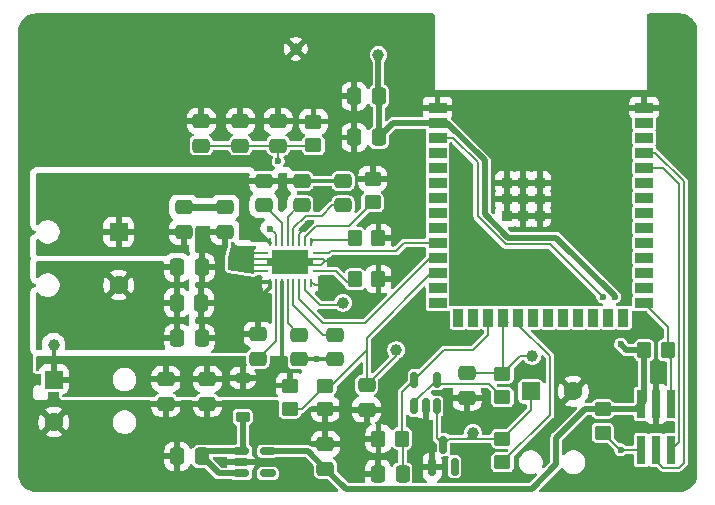
<source format=gtl>
%TF.GenerationSoftware,KiCad,Pcbnew,9.0.3*%
%TF.CreationDate,2025-09-14T12:06:08+10:00*%
%TF.ProjectId,WashingLineMonitor-P0001,57617368-696e-4674-9c69-6e654d6f6e69,AB*%
%TF.SameCoordinates,Original*%
%TF.FileFunction,Copper,L1,Top*%
%TF.FilePolarity,Positive*%
%FSLAX46Y46*%
G04 Gerber Fmt 4.6, Leading zero omitted, Abs format (unit mm)*
G04 Created by KiCad (PCBNEW 9.0.3) date 2025-09-14 12:06:08*
%MOMM*%
%LPD*%
G01*
G04 APERTURE LIST*
G04 Aperture macros list*
%AMRoundRect*
0 Rectangle with rounded corners*
0 $1 Rounding radius*
0 $2 $3 $4 $5 $6 $7 $8 $9 X,Y pos of 4 corners*
0 Add a 4 corners polygon primitive as box body*
4,1,4,$2,$3,$4,$5,$6,$7,$8,$9,$2,$3,0*
0 Add four circle primitives for the rounded corners*
1,1,$1+$1,$2,$3*
1,1,$1+$1,$4,$5*
1,1,$1+$1,$6,$7*
1,1,$1+$1,$8,$9*
0 Add four rect primitives between the rounded corners*
20,1,$1+$1,$2,$3,$4,$5,0*
20,1,$1+$1,$4,$5,$6,$7,0*
20,1,$1+$1,$6,$7,$8,$9,0*
20,1,$1+$1,$8,$9,$2,$3,0*%
%AMFreePoly0*
4,1,13,0.375000,1.525000,1.025000,1.525000,1.025000,-1.525000,0.375000,-1.525000,0.375000,-1.925000,-0.375000,-1.925000,-0.375000,-1.525000,-1.025000,-1.525000,-1.025000,1.525000,-0.375000,1.525000,-0.375000,1.925000,0.375000,1.925000,0.375000,1.525000,0.375000,1.525000,$1*%
G04 Aperture macros list end*
%TA.AperFunction,SMDPad,CuDef*%
%ADD10RoundRect,0.250000X-0.450000X0.350000X-0.450000X-0.350000X0.450000X-0.350000X0.450000X0.350000X0*%
%TD*%
%TA.AperFunction,SMDPad,CuDef*%
%ADD11RoundRect,0.250000X0.337500X0.475000X-0.337500X0.475000X-0.337500X-0.475000X0.337500X-0.475000X0*%
%TD*%
%TA.AperFunction,SMDPad,CuDef*%
%ADD12RoundRect,0.250000X0.475000X-0.337500X0.475000X0.337500X-0.475000X0.337500X-0.475000X-0.337500X0*%
%TD*%
%TA.AperFunction,SMDPad,CuDef*%
%ADD13RoundRect,0.250000X-0.337500X-0.475000X0.337500X-0.475000X0.337500X0.475000X-0.337500X0.475000X0*%
%TD*%
%TA.AperFunction,SMDPad,CuDef*%
%ADD14C,1.000000*%
%TD*%
%TA.AperFunction,SMDPad,CuDef*%
%ADD15RoundRect,0.250000X-0.475000X0.337500X-0.475000X-0.337500X0.475000X-0.337500X0.475000X0.337500X0*%
%TD*%
%TA.AperFunction,SMDPad,CuDef*%
%ADD16RoundRect,0.250000X0.450000X-0.350000X0.450000X0.350000X-0.450000X0.350000X-0.450000X-0.350000X0*%
%TD*%
%TA.AperFunction,SMDPad,CuDef*%
%ADD17RoundRect,0.050400X0.324600X-0.069600X0.324600X0.069600X-0.324600X0.069600X-0.324600X-0.069600X0*%
%TD*%
%TA.AperFunction,SMDPad,CuDef*%
%ADD18RoundRect,0.050400X0.069600X-0.324600X0.069600X0.324600X-0.069600X0.324600X-0.069600X-0.324600X0*%
%TD*%
%TA.AperFunction,SMDPad,CuDef*%
%ADD19RoundRect,0.050000X0.325000X-0.050000X0.325000X0.050000X-0.325000X0.050000X-0.325000X-0.050000X0*%
%TD*%
%TA.AperFunction,SMDPad,CuDef*%
%ADD20FreePoly0,90.000000*%
%TD*%
%TA.AperFunction,SMDPad,CuDef*%
%ADD21RoundRect,0.225000X0.375000X-0.225000X0.375000X0.225000X-0.375000X0.225000X-0.375000X-0.225000X0*%
%TD*%
%TA.AperFunction,ComponentPad*%
%ADD22RoundRect,0.250000X-0.550000X-0.550000X0.550000X-0.550000X0.550000X0.550000X-0.550000X0.550000X0*%
%TD*%
%TA.AperFunction,ComponentPad*%
%ADD23C,1.600000*%
%TD*%
%TA.AperFunction,SMDPad,CuDef*%
%ADD24RoundRect,0.250000X-0.350000X-0.450000X0.350000X-0.450000X0.350000X0.450000X-0.350000X0.450000X0*%
%TD*%
%TA.AperFunction,SMDPad,CuDef*%
%ADD25RoundRect,0.150000X0.150000X-0.512500X0.150000X0.512500X-0.150000X0.512500X-0.150000X-0.512500X0*%
%TD*%
%TA.AperFunction,SMDPad,CuDef*%
%ADD26RoundRect,0.250000X0.350000X0.450000X-0.350000X0.450000X-0.350000X-0.450000X0.350000X-0.450000X0*%
%TD*%
%TA.AperFunction,SMDPad,CuDef*%
%ADD27RoundRect,0.150000X-0.512500X-0.150000X0.512500X-0.150000X0.512500X0.150000X-0.512500X0.150000X0*%
%TD*%
%TA.AperFunction,SMDPad,CuDef*%
%ADD28R,0.740000X2.400000*%
%TD*%
%TA.AperFunction,SMDPad,CuDef*%
%ADD29R,1.500000X0.900000*%
%TD*%
%TA.AperFunction,SMDPad,CuDef*%
%ADD30R,0.900000X1.500000*%
%TD*%
%TA.AperFunction,SMDPad,CuDef*%
%ADD31R,0.900000X0.900000*%
%TD*%
%TA.AperFunction,SMDPad,CuDef*%
%ADD32RoundRect,0.150000X0.150000X-0.587500X0.150000X0.587500X-0.150000X0.587500X-0.150000X-0.587500X0*%
%TD*%
%TA.AperFunction,ComponentPad*%
%ADD33RoundRect,0.250000X-0.550000X0.550000X-0.550000X-0.550000X0.550000X-0.550000X0.550000X0.550000X0*%
%TD*%
%TA.AperFunction,ViaPad*%
%ADD34C,0.600000*%
%TD*%
%TA.AperFunction,Conductor*%
%ADD35C,0.300000*%
%TD*%
%TA.AperFunction,Conductor*%
%ADD36C,0.200000*%
%TD*%
%TA.AperFunction,Conductor*%
%ADD37C,0.500000*%
%TD*%
%TA.AperFunction,Conductor*%
%ADD38C,0.600000*%
%TD*%
G04 APERTURE END LIST*
D10*
%TO.P,R1,1*%
%TO.N,/Moisture Sensor/Vsens*%
X78500000Y-50500000D03*
%TO.P,R1,2*%
%TO.N,SENSOR_PWR*%
X78500000Y-52500000D03*
%TD*%
D11*
%TO.P,C1,1*%
%TO.N,3V3*%
X68037500Y-21500000D03*
%TO.P,C1,2*%
%TO.N,GND*%
X65962500Y-21500000D03*
%TD*%
D12*
%TO.P,C18,1*%
%TO.N,GND*%
X53500000Y-47537500D03*
%TO.P,C18,2*%
%TO.N,Vbatt*%
X53500000Y-45462500D03*
%TD*%
D13*
%TO.P,C5,1*%
%TO.N,Net-(C3-Pad1)*%
X50962500Y-36000000D03*
%TO.P,C5,2*%
%TO.N,Net-(U6-AC1)*%
X53037500Y-36000000D03*
%TD*%
D12*
%TO.P,C9,1*%
%TO.N,Net-(U6-COMM2)*%
X65000000Y-30747500D03*
%TO.P,C9,2*%
%TO.N,Net-(U6-AC2)*%
X65000000Y-28672500D03*
%TD*%
D14*
%TO.P,BattMeas1,1,1*%
%TO.N,Battery_Voltage*%
X69500000Y-43000000D03*
%TD*%
D15*
%TO.P,C19,1*%
%TO.N,SENSOR_OUTPUT*%
X75500000Y-44962500D03*
%TO.P,C19,2*%
%TO.N,GND*%
X75500000Y-47037500D03*
%TD*%
D11*
%TO.P,C23,1*%
%TO.N,OP_AMP_POWER*%
X70037500Y-53500000D03*
%TO.P,C23,2*%
%TO.N,GND*%
X67962500Y-53500000D03*
%TD*%
D15*
%TO.P,C22,1*%
%TO.N,Battery_Voltage*%
X67000000Y-45962500D03*
%TO.P,C22,2*%
%TO.N,GND*%
X67000000Y-48037500D03*
%TD*%
D16*
%TO.P,R9,1*%
%TO.N,Net-(U6-RECT)*%
X62500000Y-25650000D03*
%TO.P,R9,2*%
%TO.N,GND*%
X62500000Y-23650000D03*
%TD*%
D10*
%TO.P,R3,1*%
%TO.N,Vbatt*%
X60500000Y-46000000D03*
%TO.P,R3,2*%
%TO.N,Battery_Voltage*%
X60500000Y-48000000D03*
%TD*%
D14*
%TO.P,SenseOut1,1,1*%
%TO.N,SENSOR_OUTPUT*%
X81000000Y-43500000D03*
%TD*%
D17*
%TO.P,U6,1,PGND*%
%TO.N,GND*%
X58325000Y-36310000D03*
D18*
%TO.P,U6,2,AC1*%
%TO.N,Net-(U6-AC1)*%
X58800000Y-37285000D03*
%TO.P,U6,3,BOOT1*%
%TO.N,Net-(U6-BOOT1)*%
X59300000Y-37285000D03*
%TO.P,U6,4,BAT*%
%TO.N,Vbatt*%
X59800000Y-37285000D03*
%TO.P,U6,5,CLAMP1*%
%TO.N,Net-(U6-CLAMP1)*%
X60300000Y-37285000D03*
%TO.P,U6,6,COMM1*%
%TO.N,Net-(U6-COMM1)*%
X60800000Y-37285000D03*
%TO.P,U6,7,~{CHG}*%
%TO.N,CHARGE_STATUS*%
X61300000Y-37285000D03*
%TO.P,U6,8,~{AD-EN}*%
%TO.N,Net-(U6-~{AD-EN})*%
X61800000Y-37285000D03*
%TO.P,U6,9,AD*%
%TO.N,GND*%
X62300000Y-37285000D03*
D17*
%TO.P,U6,10,TERM*%
%TO.N,Net-(U6-TERM)*%
X62775000Y-36310000D03*
%TO.P,U6,11,EN2*%
%TO.N,QI_EN2*%
X62775000Y-34810000D03*
D18*
%TO.P,U6,12,ILIM*%
%TO.N,Net-(U6-ILIM)*%
X62300000Y-33835000D03*
%TO.P,U6,13,TS/CTRL*%
%TO.N,NTC_BATT*%
X61800000Y-33835000D03*
%TO.P,U6,14,FOD*%
%TO.N,GND*%
X61300000Y-33835000D03*
%TO.P,U6,15,COMM2*%
%TO.N,Net-(U6-COMM2)*%
X60800000Y-33835000D03*
%TO.P,U6,16,CLAMP2*%
%TO.N,Net-(U6-CLAMP2)*%
X60300000Y-33835000D03*
%TO.P,U6,17,BOOT2*%
%TO.N,Net-(U6-BOOT2)*%
X59800000Y-33835000D03*
%TO.P,U6,18,RECT*%
%TO.N,Net-(U6-RECT)*%
X59300000Y-33835000D03*
%TO.P,U6,19,AC2*%
%TO.N,Net-(U6-AC2)*%
X58800000Y-33835000D03*
D17*
%TO.P,U6,20,PGND*%
%TO.N,GND*%
X58325000Y-34810000D03*
D19*
%TO.P,U6,21,PGND*%
X58325000Y-35835000D03*
X62775000Y-35835000D03*
D20*
X60550000Y-35560000D03*
D19*
X58325000Y-35285000D03*
X62775000Y-35285000D03*
%TD*%
D13*
%TO.P,C3,1*%
%TO.N,Net-(C3-Pad1)*%
X50962500Y-42000000D03*
%TO.P,C3,2*%
%TO.N,Net-(U6-AC1)*%
X53037500Y-42000000D03*
%TD*%
D10*
%TO.P,R2,1*%
%TO.N,3V3*%
X87000000Y-48000000D03*
%TO.P,R2,2*%
%TO.N,ESP_EN*%
X87000000Y-50000000D03*
%TD*%
D14*
%TO.P,Vbatt1,1,1*%
%TO.N,Vbatt*%
X40500000Y-42550000D03*
%TD*%
D12*
%TO.P,C11,1*%
%TO.N,Net-(U6-BOOT1)*%
X57800000Y-43747500D03*
%TO.P,C11,2*%
%TO.N,Net-(U6-AC1)*%
X57800000Y-41672500D03*
%TD*%
D15*
%TO.P,C13,1*%
%TO.N,Net-(U6-CLAMP1)*%
X61300000Y-41710000D03*
%TO.P,C13,2*%
%TO.N,Net-(U6-AC1)*%
X61300000Y-43785000D03*
%TD*%
D21*
%TO.P,D1,1,K*%
%TO.N,Net-(D1-K)*%
X56500000Y-48650000D03*
%TO.P,D1,2,A*%
%TO.N,Vbatt*%
X56500000Y-45350000D03*
%TD*%
D22*
%TO.P,J1,1,Pin_1*%
%TO.N,/Moisture Sensor/Vsens*%
X80900000Y-46500000D03*
D23*
%TO.P,J1,2,Pin_2*%
%TO.N,GND*%
X84500000Y-46500000D03*
%TD*%
D10*
%TO.P,R10,1*%
%TO.N,GND*%
X67500000Y-28500000D03*
%TO.P,R10,2*%
%TO.N,NTC_BATT*%
X67500000Y-30500000D03*
%TD*%
D14*
%TO.P,3V3,1,1*%
%TO.N,3V3*%
X68000000Y-18000000D03*
%TD*%
%TO.P,Vsense1,1,1*%
%TO.N,/Moisture Sensor/Vsens*%
X76000000Y-50000000D03*
%TD*%
D15*
%TO.P,C14,1*%
%TO.N,GND*%
X53000000Y-23612500D03*
%TO.P,C14,2*%
%TO.N,Net-(U6-RECT)*%
X53000000Y-25687500D03*
%TD*%
D11*
%TO.P,C2,1*%
%TO.N,3V3*%
X68037500Y-25000000D03*
%TO.P,C2,2*%
%TO.N,GND*%
X65962500Y-25000000D03*
%TD*%
D13*
%TO.P,C4,1*%
%TO.N,Net-(C3-Pad1)*%
X50925000Y-39000000D03*
%TO.P,C4,2*%
%TO.N,Net-(U6-AC1)*%
X53000000Y-39000000D03*
%TD*%
D24*
%TO.P,R11,1*%
%TO.N,GND*%
X68000000Y-50500000D03*
%TO.P,R11,2*%
%TO.N,OP_AMP_POWER*%
X70000000Y-50500000D03*
%TD*%
D14*
%TO.P,GND1,1,1*%
%TO.N,GND*%
X61000000Y-17500000D03*
%TD*%
%TO.P,AD-EN1,1,1*%
%TO.N,Net-(U6-~{AD-EN})*%
X65000000Y-39000000D03*
%TD*%
D24*
%TO.P,R5,1*%
%TO.N,3V3*%
X90500000Y-43000000D03*
%TO.P,R5,2*%
%TO.N,ESP_BOOT*%
X92500000Y-43000000D03*
%TD*%
D12*
%TO.P,C7,1*%
%TO.N,Net-(U6-AC2)*%
X51500000Y-33000000D03*
%TO.P,C7,2*%
%TO.N,Net-(C6-Pad1)*%
X51500000Y-30925000D03*
%TD*%
D16*
%TO.P,R6,1*%
%TO.N,Net-(U2--)*%
X78500000Y-47000000D03*
%TO.P,R6,2*%
%TO.N,SENSOR_OUTPUT*%
X78500000Y-45000000D03*
%TD*%
D25*
%TO.P,U2,1*%
%TO.N,Net-(U2--)*%
X71050000Y-47775000D03*
%TO.P,U2,2,V-*%
%TO.N,GND*%
X72000000Y-47775000D03*
%TO.P,U2,3,+*%
%TO.N,/Moisture Sensor/Vsens*%
X72950000Y-47775000D03*
%TO.P,U2,4,-*%
%TO.N,Net-(U2--)*%
X72950000Y-45500000D03*
%TO.P,U2,5,V+*%
%TO.N,OP_AMP_POWER*%
X71050000Y-45500000D03*
%TD*%
D12*
%TO.P,C17,1*%
%TO.N,GND*%
X50000000Y-47537500D03*
%TO.P,C17,2*%
%TO.N,Vbatt*%
X50000000Y-45462500D03*
%TD*%
D15*
%TO.P,C6,1*%
%TO.N,Net-(C6-Pad1)*%
X55000000Y-30925000D03*
%TO.P,C6,2*%
%TO.N,Net-(U6-AC1)*%
X55000000Y-33000000D03*
%TD*%
D13*
%TO.P,C20,1*%
%TO.N,GND*%
X50962500Y-52000000D03*
%TO.P,C20,2*%
%TO.N,Net-(D1-K)*%
X53037500Y-52000000D03*
%TD*%
D15*
%TO.P,C15,1*%
%TO.N,GND*%
X59500000Y-23612500D03*
%TO.P,C15,2*%
%TO.N,Net-(U6-RECT)*%
X59500000Y-25687500D03*
%TD*%
%TO.P,C21,1*%
%TO.N,GND*%
X63500000Y-50962500D03*
%TO.P,C21,2*%
%TO.N,3V3*%
X63500000Y-53037500D03*
%TD*%
D10*
%TO.P,R4,1*%
%TO.N,Battery_Voltage*%
X63500000Y-46000000D03*
%TO.P,R4,2*%
%TO.N,GND*%
X63500000Y-48000000D03*
%TD*%
D26*
%TO.P,R8,1*%
%TO.N,GND*%
X68000000Y-37000000D03*
%TO.P,R8,2*%
%TO.N,Net-(U6-TERM)*%
X66000000Y-37000000D03*
%TD*%
D15*
%TO.P,C12,1*%
%TO.N,Net-(U6-COMM1)*%
X64300000Y-41710000D03*
%TO.P,C12,2*%
%TO.N,Net-(U6-AC1)*%
X64300000Y-43785000D03*
%TD*%
D12*
%TO.P,C10,1*%
%TO.N,Net-(U6-CLAMP2)*%
X61500000Y-30747500D03*
%TO.P,C10,2*%
%TO.N,Net-(U6-AC2)*%
X61500000Y-28672500D03*
%TD*%
D27*
%TO.P,U4,1,VIN*%
%TO.N,Net-(D1-K)*%
X56362500Y-51550000D03*
%TO.P,U4,2,GND*%
%TO.N,GND*%
X56362500Y-52500000D03*
%TO.P,U4,3,EN*%
%TO.N,Net-(D1-K)*%
X56362500Y-53450000D03*
%TO.P,U4,4,NC*%
%TO.N,unconnected-(U4-NC-Pad4)*%
X58637500Y-53450000D03*
%TO.P,U4,5,VOUT*%
%TO.N,3V3*%
X58637500Y-51550000D03*
%TD*%
D15*
%TO.P,C16,1*%
%TO.N,GND*%
X56310000Y-23612500D03*
%TO.P,C16,2*%
%TO.N,Net-(U6-RECT)*%
X56310000Y-25687500D03*
%TD*%
D28*
%TO.P,J3,1,Pin_1*%
%TO.N,ESP_EN*%
X90230000Y-51450000D03*
%TO.P,J3,2,Pin_2*%
%TO.N,3V3*%
X90230000Y-47550000D03*
%TO.P,J3,3,Pin_3*%
%TO.N,TXD0*%
X91500000Y-51450000D03*
%TO.P,J3,4,Pin_4*%
%TO.N,GND*%
X91500000Y-47550000D03*
%TO.P,J3,5,Pin_5*%
%TO.N,RXD0*%
X92770000Y-51450000D03*
%TO.P,J3,6,Pin_6*%
%TO.N,ESP_BOOT*%
X92770000Y-47550000D03*
%TD*%
D29*
%TO.P,U1,1,GND*%
%TO.N,GND*%
X73000000Y-22500000D03*
%TO.P,U1,2,3V3*%
%TO.N,3V3*%
X73000000Y-23770000D03*
%TO.P,U1,3,EN*%
%TO.N,ESP_EN*%
X73000000Y-25040000D03*
%TO.P,U1,4,IO4*%
%TO.N,unconnected-(U1-IO4-Pad4)*%
X73000000Y-26310000D03*
%TO.P,U1,5,IO5*%
%TO.N,unconnected-(U1-IO5-Pad5)*%
X73000000Y-27580000D03*
%TO.P,U1,6,IO6*%
%TO.N,unconnected-(U1-IO6-Pad6)*%
X73000000Y-28850000D03*
%TO.P,U1,7,IO7*%
%TO.N,unconnected-(U1-IO7-Pad7)*%
X73000000Y-30120000D03*
%TO.P,U1,8,IO15*%
%TO.N,unconnected-(U1-IO15-Pad8)*%
X73000000Y-31390000D03*
%TO.P,U1,9,IO16*%
%TO.N,unconnected-(U1-IO16-Pad9)*%
X73000000Y-32660000D03*
%TO.P,U1,10,IO17*%
%TO.N,QI_EN2*%
X73000000Y-33930000D03*
%TO.P,U1,11,IO18*%
%TO.N,CHARGE_STATUS*%
X73000000Y-35200000D03*
%TO.P,U1,12,IO8*%
%TO.N,Battery_Voltage*%
X73000000Y-36470000D03*
%TO.P,U1,13,IO19*%
%TO.N,unconnected-(U1-IO19-Pad13)*%
X73000000Y-37740000D03*
%TO.P,U1,14,IO20*%
%TO.N,unconnected-(U1-IO20-Pad14)*%
X73000000Y-39010000D03*
D30*
%TO.P,U1,15,IO3*%
%TO.N,unconnected-(U1-IO3-Pad15)*%
X74765000Y-40260000D03*
%TO.P,U1,16,IO46*%
%TO.N,unconnected-(U1-IO46-Pad16)*%
X76035000Y-40260000D03*
%TO.P,U1,17,IO9*%
%TO.N,OP_AMP_POWER*%
X77305000Y-40260000D03*
%TO.P,U1,18,IO10*%
%TO.N,SENSOR_OUTPUT*%
X78575000Y-40260000D03*
%TO.P,U1,19,IO11*%
%TO.N,SENSOR_PWR*%
X79845000Y-40260000D03*
%TO.P,U1,20,IO12*%
%TO.N,unconnected-(U1-IO12-Pad20)*%
X81115000Y-40260000D03*
%TO.P,U1,21,IO13*%
%TO.N,unconnected-(U1-IO13-Pad21)*%
X82385000Y-40260000D03*
%TO.P,U1,22,IO14*%
%TO.N,unconnected-(U1-IO14-Pad22)*%
X83655000Y-40260000D03*
%TO.P,U1,23,IO21*%
%TO.N,unconnected-(U1-IO21-Pad23)*%
X84925000Y-40260000D03*
%TO.P,U1,24,IO33*%
%TO.N,unconnected-(U1-IO33-Pad24)*%
X86195000Y-40260000D03*
%TO.P,U1,25,IO34*%
%TO.N,unconnected-(U1-IO34-Pad25)*%
X87465000Y-40260000D03*
%TO.P,U1,26,IO45*%
%TO.N,unconnected-(U1-IO45-Pad26)*%
X88735000Y-40260000D03*
D29*
%TO.P,U1,27,IO0*%
%TO.N,ESP_BOOT*%
X90500000Y-39010000D03*
%TO.P,U1,28,IO35*%
%TO.N,unconnected-(U1-IO35-Pad28)*%
X90500000Y-37740000D03*
%TO.P,U1,29,IO36*%
%TO.N,unconnected-(U1-IO36-Pad29)*%
X90500000Y-36470000D03*
%TO.P,U1,30,IO37*%
%TO.N,unconnected-(U1-IO37-Pad30)*%
X90500000Y-35200000D03*
%TO.P,U1,31,IO38*%
%TO.N,unconnected-(U1-IO38-Pad31)*%
X90500000Y-33930000D03*
%TO.P,U1,32,IO39*%
%TO.N,unconnected-(U1-IO39-Pad32)*%
X90500000Y-32660000D03*
%TO.P,U1,33,IO40*%
%TO.N,unconnected-(U1-IO40-Pad33)*%
X90500000Y-31390000D03*
%TO.P,U1,34,IO41*%
%TO.N,unconnected-(U1-IO41-Pad34)*%
X90500000Y-30120000D03*
%TO.P,U1,35,IO42*%
%TO.N,unconnected-(U1-IO42-Pad35)*%
X90500000Y-28850000D03*
%TO.P,U1,36,RXD0*%
%TO.N,RXD0*%
X90500000Y-27580000D03*
%TO.P,U1,37,TXD0*%
%TO.N,TXD0*%
X90500000Y-26310000D03*
%TO.P,U1,38,IO2*%
%TO.N,unconnected-(U1-IO2-Pad38)*%
X90500000Y-25040000D03*
%TO.P,U1,39,IO1*%
%TO.N,unconnected-(U1-IO1-Pad39)*%
X90500000Y-23770000D03*
%TO.P,U1,40,GND*%
%TO.N,GND*%
X90500000Y-22500000D03*
D31*
%TO.P,U1,41_1,GND*%
X78850000Y-28820000D03*
%TO.P,U1,41_2,GND*%
X80250000Y-28820000D03*
%TO.P,U1,41_3,GND*%
X81650000Y-28820000D03*
%TO.P,U1,41_4,GND*%
X78850000Y-30220000D03*
%TO.P,U1,41_5,GND*%
X80250000Y-30220000D03*
%TO.P,U1,41_6,GND*%
X81650000Y-30220000D03*
%TO.P,U1,41_7,GND*%
X78850000Y-31620000D03*
%TO.P,U1,41_8,GND*%
X80250000Y-31620000D03*
%TO.P,U1,41_9,GND*%
X81650000Y-31620000D03*
%TD*%
D32*
%TO.P,D2,1,A*%
%TO.N,GND*%
X72550000Y-52875000D03*
%TO.P,D2,2,NC*%
%TO.N,unconnected-(D2-NC-Pad2)*%
X74450000Y-52875000D03*
%TO.P,D2,3,K*%
%TO.N,/Moisture Sensor/Vsens*%
X73500000Y-51000000D03*
%TD*%
D33*
%TO.P,L1,1,1*%
%TO.N,Net-(U6-AC2)*%
X46000000Y-33000000D03*
D23*
%TO.P,L1,2,2*%
%TO.N,Net-(C3-Pad1)*%
X46000000Y-37500000D03*
%TD*%
D12*
%TO.P,C8,1*%
%TO.N,Net-(U6-BOOT2)*%
X58300000Y-30747500D03*
%TO.P,C8,2*%
%TO.N,Net-(U6-AC2)*%
X58300000Y-28672500D03*
%TD*%
D26*
%TO.P,R7,1*%
%TO.N,GND*%
X68000000Y-33500000D03*
%TO.P,R7,2*%
%TO.N,Net-(U6-ILIM)*%
X66000000Y-33500000D03*
%TD*%
D33*
%TO.P,BT3,1,+*%
%TO.N,Vbatt*%
X40500000Y-45500000D03*
D23*
%TO.P,BT3,2,-*%
%TO.N,GND*%
X40500000Y-49100000D03*
%TD*%
D34*
%TO.N,GND*%
X67500000Y-27000000D03*
X83000000Y-27000000D03*
X62500000Y-21500000D03*
X50000000Y-49500000D03*
X92500000Y-23500000D03*
X66000000Y-50500000D03*
X59000000Y-52500000D03*
X75000000Y-21500000D03*
X65000000Y-48500000D03*
X69500000Y-33500000D03*
X76000000Y-38000000D03*
X68000000Y-35500000D03*
X70000000Y-35500000D03*
X58000000Y-52500000D03*
X77000000Y-47000000D03*
X69000000Y-35500000D03*
X91000000Y-49500000D03*
X71500000Y-52000000D03*
X77000000Y-49000000D03*
X55000000Y-52500000D03*
X71500000Y-51000000D03*
X56000000Y-34500000D03*
X77000000Y-38000000D03*
X56800000Y-34710000D03*
X76000000Y-37000000D03*
X68000000Y-32000000D03*
X61500000Y-49500000D03*
X74000000Y-47000000D03*
X71000000Y-23000000D03*
X65000000Y-47000000D03*
X54000000Y-49500000D03*
X74000000Y-49000000D03*
X82000000Y-27000000D03*
X83000000Y-29000000D03*
X63500000Y-49500000D03*
X92500000Y-24500000D03*
X75000000Y-37000000D03*
X75000000Y-22500000D03*
X66000000Y-35500000D03*
X91500000Y-45500000D03*
X91500000Y-44500000D03*
X52000000Y-49500000D03*
X88500000Y-23500000D03*
X92000000Y-49500000D03*
X80000000Y-27000000D03*
X93500000Y-22500000D03*
X71500000Y-53000000D03*
X59500000Y-21500000D03*
X76000000Y-52500000D03*
X60000000Y-52500000D03*
X92500000Y-21500000D03*
X83000000Y-32000000D03*
X60500000Y-49500000D03*
X83000000Y-28000000D03*
X62056265Y-32292265D03*
X66000000Y-53500000D03*
X75000000Y-23500000D03*
X75000000Y-38000000D03*
X64500000Y-49500000D03*
X88500000Y-22500000D03*
X71500000Y-50000000D03*
X66000000Y-52500000D03*
X51000000Y-49500000D03*
X65000000Y-35500000D03*
X55800000Y-35710000D03*
X79000000Y-27000000D03*
X71000000Y-21000000D03*
X59500000Y-49500000D03*
X71000000Y-22000000D03*
X72000000Y-21000000D03*
X83000000Y-31000000D03*
X56800000Y-35710000D03*
X93500000Y-21500000D03*
X71500000Y-49000000D03*
X88500000Y-21500000D03*
X83000000Y-30000000D03*
X74000000Y-48000000D03*
X66000000Y-51500000D03*
X92500000Y-20500000D03*
X76000000Y-51500000D03*
X64000000Y-21500000D03*
X67000000Y-35500000D03*
X93500000Y-23500000D03*
X56000000Y-21500000D03*
X93500000Y-24500000D03*
X65500000Y-45500000D03*
X75000000Y-36000000D03*
X62500000Y-49500000D03*
X53000000Y-21500000D03*
X93500000Y-20500000D03*
X81000000Y-27000000D03*
X69500000Y-28500000D03*
X53000000Y-49500000D03*
X77000000Y-48000000D03*
X92500000Y-22500000D03*
%TO.N,3V3*%
X88500000Y-42500000D03*
X88000000Y-38500000D03*
%TO.N,Net-(U6-AC1)*%
X62800000Y-43785000D03*
X57800000Y-40210000D03*
%TO.N,Net-(U6-RECT)*%
X59500000Y-27000000D03*
X58800000Y-32710000D03*
%TO.N,ESP_EN*%
X88500000Y-51450000D03*
X87000000Y-38500000D03*
%TD*%
D35*
%TO.N,Vbatt*%
X59800000Y-43710000D02*
X59300000Y-44210000D01*
X59800000Y-37210000D02*
X59800000Y-43710000D01*
X40500000Y-42735000D02*
X40500000Y-45500000D01*
D36*
%TO.N,GND*%
X62056265Y-32453735D02*
X61300000Y-33210000D01*
X57375000Y-35285000D02*
X57300000Y-35210000D01*
X62590000Y-37500000D02*
X64000000Y-37500000D01*
X58400000Y-36310000D02*
X56900000Y-36310000D01*
X63285000Y-35285000D02*
X63500000Y-35500000D01*
X61300000Y-33210000D02*
X61300000Y-33910000D01*
X57300000Y-34710000D02*
X57400000Y-34810000D01*
X57425000Y-35835000D02*
X57300000Y-35710000D01*
X63165000Y-35835000D02*
X62700000Y-35835000D01*
X56800000Y-36210000D02*
X56900000Y-36310000D01*
X62056265Y-32292265D02*
X62056265Y-32453735D01*
X58400000Y-35285000D02*
X57375000Y-35285000D01*
X58400000Y-34810000D02*
X57400000Y-34810000D01*
X62300000Y-37210000D02*
X62590000Y-37500000D01*
X58400000Y-35835000D02*
X57425000Y-35835000D01*
X63500000Y-35500000D02*
X64500000Y-35500000D01*
X63500000Y-35500000D02*
X63165000Y-35835000D01*
X62700000Y-35285000D02*
X63285000Y-35285000D01*
D37*
%TO.N,3V3*%
X62012500Y-51550000D02*
X63500000Y-53037500D01*
X58637500Y-51550000D02*
X62012500Y-51550000D01*
X73000000Y-23770000D02*
X69267500Y-23770000D01*
X89000000Y-43000000D02*
X88500000Y-42500000D01*
X83051000Y-50449000D02*
X85500000Y-48000000D01*
X68000000Y-18200000D02*
X68000000Y-21462500D01*
X73832000Y-23770000D02*
X73000000Y-23770000D01*
X77000000Y-26938000D02*
X73832000Y-23770000D01*
X83062075Y-33500000D02*
X79000000Y-33500000D01*
X88000000Y-38500000D02*
X88000000Y-38437925D01*
X83051000Y-52685281D02*
X83051000Y-50449000D01*
X77000000Y-31500000D02*
X77000000Y-26938000D01*
X68000000Y-21462500D02*
X68037500Y-21500000D01*
X88000000Y-38437925D02*
X83062075Y-33500000D01*
X79000000Y-33500000D02*
X77000000Y-31500000D01*
X69267500Y-23770000D02*
X68037500Y-25000000D01*
X80987281Y-54749000D02*
X83051000Y-52685281D01*
X89780000Y-48000000D02*
X90230000Y-47550000D01*
X63500000Y-53037500D02*
X65211500Y-54749000D01*
X87000000Y-48000000D02*
X89780000Y-48000000D01*
X90500000Y-43000000D02*
X89000000Y-43000000D01*
X68037500Y-21500000D02*
X68037500Y-25000000D01*
X65211500Y-54749000D02*
X80987281Y-54749000D01*
X90500000Y-43000000D02*
X90500000Y-47280000D01*
X85500000Y-48000000D02*
X87000000Y-48000000D01*
X90500000Y-47280000D02*
X90230000Y-47550000D01*
D35*
%TO.N,Net-(U6-AC1)*%
X64300000Y-43785000D02*
X62800000Y-43785000D01*
X62800000Y-43785000D02*
X61300000Y-43785000D01*
X58800000Y-37210000D02*
X58800000Y-37710000D01*
X58800000Y-37210000D02*
X57800000Y-37210000D01*
X58800000Y-37710000D02*
X58300000Y-38210000D01*
D38*
%TO.N,Net-(C6-Pad1)*%
X55000000Y-30925000D02*
X51500000Y-30925000D01*
D35*
%TO.N,Net-(U6-AC2)*%
X58600000Y-33710000D02*
X57300000Y-33710000D01*
X58800000Y-33910000D02*
X57950000Y-33060000D01*
X58800000Y-33910000D02*
X58700000Y-33810000D01*
X58300000Y-28672500D02*
X61300000Y-28672500D01*
X64300000Y-28672500D02*
X61300000Y-28672500D01*
X58800000Y-33910000D02*
X58600000Y-33710000D01*
D36*
%TO.N,Net-(U6-BOOT2)*%
X59800000Y-33910000D02*
X59800000Y-32247500D01*
X59800000Y-32247500D02*
X58300000Y-30747500D01*
%TO.N,Net-(U6-COMM2)*%
X60800000Y-33910000D02*
X60800000Y-32700000D01*
X61864000Y-31636000D02*
X63189348Y-31636000D01*
X64077848Y-30747500D02*
X65000000Y-30747500D01*
X60800000Y-32700000D02*
X61864000Y-31636000D01*
X63189348Y-31636000D02*
X64077848Y-30747500D01*
%TO.N,Net-(U6-CLAMP2)*%
X60300000Y-33910000D02*
X60300000Y-31747500D01*
X60300000Y-31747500D02*
X61300000Y-30747500D01*
%TO.N,Net-(U6-BOOT1)*%
X59300000Y-42247500D02*
X57800000Y-43747500D01*
X59300000Y-37210000D02*
X59300000Y-42247500D01*
%TO.N,Net-(U6-COMM1)*%
X60800000Y-37210000D02*
X60800000Y-39210000D01*
X60800000Y-39210000D02*
X63300000Y-41710000D01*
X63300000Y-41710000D02*
X64300000Y-41710000D01*
%TO.N,Net-(U6-CLAMP1)*%
X61300000Y-41710000D02*
X60300000Y-40710000D01*
X60300000Y-40710000D02*
X60300000Y-37210000D01*
%TO.N,Net-(U6-RECT)*%
X62462500Y-25687500D02*
X62500000Y-25650000D01*
X59300000Y-33210000D02*
X58800000Y-32710000D01*
X59300000Y-33910000D02*
X59300000Y-33210000D01*
X59500000Y-27000000D02*
X59500000Y-25687500D01*
X53000000Y-25687500D02*
X62462500Y-25687500D01*
D37*
%TO.N,Net-(D1-K)*%
X56362500Y-53450000D02*
X54487500Y-53450000D01*
X56500000Y-48650000D02*
X56500000Y-51412500D01*
X53037500Y-52000000D02*
X53487500Y-51550000D01*
X53487500Y-51550000D02*
X56362500Y-51550000D01*
X56500000Y-51412500D02*
X56362500Y-51550000D01*
X54487500Y-53450000D02*
X53037500Y-52000000D01*
D36*
%TO.N,TXD0*%
X93441000Y-52951000D02*
X93842000Y-52550000D01*
X91450000Y-26310000D02*
X90500000Y-26310000D01*
X91500000Y-51450000D02*
X91500000Y-52352000D01*
X92099000Y-52951000D02*
X93441000Y-52951000D01*
X91500000Y-52352000D02*
X92099000Y-52951000D01*
X93842000Y-28702000D02*
X91450000Y-26310000D01*
X93842000Y-52550000D02*
X93842000Y-28702000D01*
%TO.N,ESP_BOOT*%
X92500000Y-41010000D02*
X90500000Y-39010000D01*
X92500000Y-43000000D02*
X92500000Y-41010000D01*
X92500000Y-43500000D02*
X92770000Y-43770000D01*
X92500000Y-43000000D02*
X92500000Y-43500000D01*
X92500000Y-43000000D02*
X92500000Y-43560000D01*
X92770000Y-43770000D02*
X92770000Y-47550000D01*
%TO.N,RXD0*%
X92080000Y-27580000D02*
X90500000Y-27580000D01*
X92770000Y-51450000D02*
X93441000Y-50779000D01*
X93441000Y-28941000D02*
X92080000Y-27580000D01*
X93441000Y-50779000D02*
X93441000Y-28941000D01*
%TO.N,ESP_EN*%
X76391384Y-31670616D02*
X76391384Y-27108616D01*
X88450000Y-51450000D02*
X87000000Y-50000000D01*
X88500000Y-51450000D02*
X88450000Y-51450000D01*
X90230000Y-51450000D02*
X88500000Y-51450000D01*
X87000000Y-38500000D02*
X82551000Y-34051000D01*
X78771768Y-34051000D02*
X76391384Y-31670616D01*
X76391384Y-27108616D02*
X74322768Y-25040000D01*
X74322768Y-25040000D02*
X73000000Y-25040000D01*
X82551000Y-34051000D02*
X78771768Y-34051000D01*
%TO.N,SENSOR_PWR*%
X78500000Y-52500000D02*
X82500000Y-48500000D01*
X79845000Y-40845000D02*
X79845000Y-40260000D01*
X82500000Y-48000000D02*
X82500000Y-43500000D01*
X82500000Y-48500000D02*
X82500000Y-48000000D01*
X82500000Y-43500000D02*
X79845000Y-40845000D01*
%TO.N,Battery_Voltage*%
X69500000Y-43000000D02*
X69500000Y-43462500D01*
X60500000Y-48000000D02*
X61500000Y-48000000D01*
X61500000Y-48000000D02*
X63500000Y-46000000D01*
X64000000Y-46000000D02*
X63500000Y-46000000D01*
X73000000Y-36470000D02*
X72468000Y-36470000D01*
X72468000Y-36470000D02*
X67000000Y-41938000D01*
X67000000Y-41938000D02*
X67000000Y-43000000D01*
X67000000Y-45962500D02*
X67000000Y-43000000D01*
X69500000Y-43462500D02*
X67000000Y-45962500D01*
X67000000Y-43000000D02*
X64000000Y-46000000D01*
%TO.N,Net-(U6-ILIM)*%
X62500000Y-33710000D02*
X62300000Y-33910000D01*
X65800000Y-33710000D02*
X62500000Y-33710000D01*
%TO.N,Net-(U6-TERM)*%
X64400000Y-36310000D02*
X62700000Y-36310000D01*
X65300000Y-37210000D02*
X64400000Y-36310000D01*
X65800000Y-37210000D02*
X65300000Y-37210000D01*
%TO.N,NTC_BATT*%
X61800000Y-33910000D02*
X61800000Y-33592448D01*
X61800000Y-33835000D02*
X61800000Y-33442448D01*
X65500000Y-32500000D02*
X67500000Y-30500000D01*
X61800000Y-33442448D02*
X62742448Y-32500000D01*
X62742448Y-32500000D02*
X65500000Y-32500000D01*
%TO.N,Net-(U6-~{AD-EN})*%
X61800000Y-37917106D02*
X63092894Y-39210000D01*
X61800000Y-37210000D02*
X61800000Y-37917106D01*
X63092894Y-39210000D02*
X65000000Y-39210000D01*
%TO.N,QI_EN2*%
X70156160Y-33930000D02*
X69486160Y-34600000D01*
X63790000Y-34810000D02*
X62700000Y-34810000D01*
X69486160Y-34600000D02*
X64000000Y-34600000D01*
X64000000Y-34600000D02*
X63790000Y-34810000D01*
X73000000Y-33930000D02*
X70156160Y-33930000D01*
%TO.N,OP_AMP_POWER*%
X77305000Y-41695000D02*
X77305000Y-40260000D01*
X70000000Y-50500000D02*
X70000000Y-51000000D01*
X71050000Y-45500000D02*
X70000000Y-46550000D01*
X71050000Y-45500000D02*
X73550000Y-43000000D01*
X73550000Y-43000000D02*
X76000000Y-43000000D01*
X76000000Y-43000000D02*
X77305000Y-41695000D01*
X70000000Y-46550000D02*
X70000000Y-50500000D01*
X70000000Y-51000000D02*
X70037500Y-51037500D01*
X70037500Y-51037500D02*
X70037500Y-53500000D01*
%TO.N,SENSOR_OUTPUT*%
X80000000Y-43500000D02*
X78500000Y-45000000D01*
X78500000Y-44500000D02*
X78575000Y-44425000D01*
X75500000Y-44962500D02*
X78462500Y-44962500D01*
X80500000Y-43500000D02*
X80000000Y-43500000D01*
X78500000Y-45000000D02*
X78500000Y-44500000D01*
X78462500Y-44962500D02*
X78500000Y-45000000D01*
X78575000Y-44425000D02*
X78575000Y-40260000D01*
X78950000Y-40635000D02*
X78575000Y-40260000D01*
%TO.N,CHARGE_STATUS*%
X72386160Y-35200000D02*
X73000000Y-35200000D01*
X63300000Y-40710000D02*
X66876160Y-40710000D01*
X61300000Y-37210000D02*
X61300000Y-38710000D01*
X66876160Y-40710000D02*
X72386160Y-35200000D01*
X61300000Y-38710000D02*
X63300000Y-40710000D01*
%TO.N,Net-(U2--)*%
X71050000Y-47400000D02*
X72950000Y-45500000D01*
X77351000Y-45851000D02*
X78500000Y-47000000D01*
X72950000Y-45500000D02*
X73301000Y-45851000D01*
X73301000Y-45851000D02*
X77351000Y-45851000D01*
X71050000Y-47775000D02*
X71050000Y-47400000D01*
%TO.N,/Moisture Sensor/Vsens*%
X73500000Y-51000000D02*
X72950000Y-50450000D01*
X80900000Y-48100000D02*
X78500000Y-50500000D01*
X73500000Y-51000000D02*
X74000000Y-50500000D01*
X74000000Y-50500000D02*
X75000000Y-50500000D01*
X80900000Y-46500000D02*
X80900000Y-48100000D01*
X76000000Y-50000000D02*
X75500000Y-50500000D01*
X75500000Y-50500000D02*
X75000000Y-50500000D01*
X75000000Y-50500000D02*
X78500000Y-50500000D01*
X80900000Y-46500000D02*
X80400000Y-46500000D01*
X72950000Y-50450000D02*
X72950000Y-47775000D01*
%TD*%
%TA.AperFunction,Conductor*%
%TO.N,Net-(U6-AC2)*%
G36*
X57041223Y-28019685D02*
G01*
X57086978Y-28072489D01*
X57096922Y-28141647D01*
X57091890Y-28163005D01*
X57085494Y-28182305D01*
X57085493Y-28182309D01*
X57075000Y-28285013D01*
X57075000Y-28422500D01*
X59524999Y-28422500D01*
X59524999Y-28285028D01*
X59524998Y-28285013D01*
X59514505Y-28182302D01*
X59508111Y-28163004D01*
X59505709Y-28093175D01*
X59541441Y-28033133D01*
X59603962Y-28001941D01*
X59625817Y-28000000D01*
X60174184Y-28000000D01*
X60241223Y-28019685D01*
X60286978Y-28072489D01*
X60296922Y-28141647D01*
X60291890Y-28163005D01*
X60285494Y-28182305D01*
X60285493Y-28182309D01*
X60275000Y-28285013D01*
X60275000Y-28422500D01*
X61000000Y-28422500D01*
X61000000Y-28922500D01*
X60275001Y-28922500D01*
X60275001Y-29059986D01*
X60285494Y-29162697D01*
X60340641Y-29329119D01*
X60340643Y-29329124D01*
X60432684Y-29478345D01*
X60556655Y-29602316D01*
X60556659Y-29602319D01*
X60559656Y-29604168D01*
X60561279Y-29605972D01*
X60562323Y-29606798D01*
X60562181Y-29606976D01*
X60606381Y-29656116D01*
X60617602Y-29725079D01*
X60589759Y-29789161D01*
X60559661Y-29815241D01*
X60556349Y-29817283D01*
X60556343Y-29817288D01*
X60432289Y-29941342D01*
X60340187Y-30090663D01*
X60340185Y-30090668D01*
X60312349Y-30174670D01*
X60285001Y-30257203D01*
X60285001Y-30257204D01*
X60285000Y-30257204D01*
X60274500Y-30359983D01*
X60274500Y-30872401D01*
X60254815Y-30939440D01*
X60238181Y-30960082D01*
X59931286Y-31266978D01*
X59931283Y-31266981D01*
X59887679Y-31310584D01*
X59826356Y-31344069D01*
X59756664Y-31339083D01*
X59712318Y-31310583D01*
X59561818Y-31160083D01*
X59528333Y-31098760D01*
X59525499Y-31072402D01*
X59525499Y-30359998D01*
X59525498Y-30359981D01*
X59514999Y-30257203D01*
X59514998Y-30257200D01*
X59469151Y-30118844D01*
X59459814Y-30090666D01*
X59367712Y-29941344D01*
X59243656Y-29817288D01*
X59240342Y-29815243D01*
X59238546Y-29813248D01*
X59237989Y-29812807D01*
X59238064Y-29812711D01*
X59193618Y-29763297D01*
X59182397Y-29694334D01*
X59210240Y-29630252D01*
X59240348Y-29604165D01*
X59243342Y-29602318D01*
X59367315Y-29478345D01*
X59459356Y-29329124D01*
X59459358Y-29329119D01*
X59514505Y-29162697D01*
X59514506Y-29162690D01*
X59524999Y-29059986D01*
X59525000Y-29059973D01*
X59525000Y-28922500D01*
X57075001Y-28922500D01*
X57075001Y-29059986D01*
X57085494Y-29162697D01*
X57140641Y-29329119D01*
X57140643Y-29329124D01*
X57232684Y-29478345D01*
X57356655Y-29602316D01*
X57356659Y-29602319D01*
X57359656Y-29604168D01*
X57361279Y-29605972D01*
X57362323Y-29606798D01*
X57362181Y-29606976D01*
X57406381Y-29656116D01*
X57417602Y-29725079D01*
X57389759Y-29789161D01*
X57359661Y-29815241D01*
X57356349Y-29817283D01*
X57356343Y-29817288D01*
X57232289Y-29941342D01*
X57140187Y-30090663D01*
X57140185Y-30090668D01*
X57112349Y-30174670D01*
X57085001Y-30257203D01*
X57085001Y-30257204D01*
X57085000Y-30257204D01*
X57074500Y-30359983D01*
X57074500Y-31135001D01*
X57074501Y-31135019D01*
X57085000Y-31237796D01*
X57085001Y-31237799D01*
X57139904Y-31403484D01*
X57140186Y-31404334D01*
X57232288Y-31553656D01*
X57356344Y-31677712D01*
X57505666Y-31769814D01*
X57672203Y-31824999D01*
X57774991Y-31835500D01*
X58259147Y-31835499D01*
X58326185Y-31855183D01*
X58371940Y-31907987D01*
X58381884Y-31977146D01*
X58352859Y-32040702D01*
X58328038Y-32062600D01*
X58289714Y-32088208D01*
X58289707Y-32088213D01*
X58178213Y-32199707D01*
X58178210Y-32199711D01*
X58090609Y-32330814D01*
X58090602Y-32330827D01*
X58030264Y-32476498D01*
X58030261Y-32476510D01*
X57999500Y-32631153D01*
X57999500Y-32788846D01*
X58030261Y-32943489D01*
X58030264Y-32943501D01*
X58090602Y-33089172D01*
X58090609Y-33089185D01*
X58178210Y-33220288D01*
X58182076Y-33224999D01*
X58180003Y-33226700D01*
X58207933Y-33277850D01*
X58202949Y-33347542D01*
X58202123Y-33349695D01*
X58190622Y-33378859D01*
X58190621Y-33378863D01*
X58180000Y-33467307D01*
X58180000Y-33719989D01*
X58160315Y-33787028D01*
X58107511Y-33832783D01*
X58038353Y-33842727D01*
X57974798Y-33813702D01*
X57941385Y-33784750D01*
X57941383Y-33784748D01*
X57941380Y-33784746D01*
X57941376Y-33784744D01*
X57810505Y-33724976D01*
X57810500Y-33724975D01*
X57668086Y-33704500D01*
X56315739Y-33704500D01*
X56248700Y-33684815D01*
X56202945Y-33632011D01*
X56193001Y-33562853D01*
X56198033Y-33541496D01*
X56214999Y-33490297D01*
X56225500Y-33387509D01*
X56225499Y-32612492D01*
X56214999Y-32509703D01*
X56159814Y-32343166D01*
X56067712Y-32193844D01*
X55943656Y-32069788D01*
X55940819Y-32068038D01*
X55939283Y-32066330D01*
X55937989Y-32065307D01*
X55938163Y-32065085D01*
X55894096Y-32016094D01*
X55882872Y-31947132D01*
X55910713Y-31883049D01*
X55940817Y-31856962D01*
X55943656Y-31855212D01*
X56067712Y-31731156D01*
X56159814Y-31581834D01*
X56214999Y-31415297D01*
X56225500Y-31312509D01*
X56225499Y-30537492D01*
X56214999Y-30434703D01*
X56159814Y-30268166D01*
X56067712Y-30118844D01*
X55943656Y-29994788D01*
X55794334Y-29902686D01*
X55627797Y-29847501D01*
X55627795Y-29847500D01*
X55525010Y-29837000D01*
X54474998Y-29837000D01*
X54474980Y-29837001D01*
X54372203Y-29847500D01*
X54372200Y-29847501D01*
X54205668Y-29902685D01*
X54205663Y-29902687D01*
X54056342Y-29994789D01*
X53962951Y-30088181D01*
X53901628Y-30121666D01*
X53875270Y-30124500D01*
X52624730Y-30124500D01*
X52557691Y-30104815D01*
X52537049Y-30088181D01*
X52443657Y-29994789D01*
X52443656Y-29994788D01*
X52294334Y-29902686D01*
X52127797Y-29847501D01*
X52127795Y-29847500D01*
X52025010Y-29837000D01*
X50974998Y-29837000D01*
X50974980Y-29837001D01*
X50872203Y-29847500D01*
X50872200Y-29847501D01*
X50705668Y-29902685D01*
X50705663Y-29902687D01*
X50556342Y-29994789D01*
X50432289Y-30118842D01*
X50340187Y-30268163D01*
X50340186Y-30268166D01*
X50285001Y-30434703D01*
X50285001Y-30434704D01*
X50285000Y-30434704D01*
X50274500Y-30537483D01*
X50274500Y-31312501D01*
X50274501Y-31312519D01*
X50285000Y-31415296D01*
X50285001Y-31415299D01*
X50330849Y-31553656D01*
X50340186Y-31581834D01*
X50432288Y-31731156D01*
X50556344Y-31855212D01*
X50559176Y-31856959D01*
X50559653Y-31857253D01*
X50561445Y-31859246D01*
X50562011Y-31859693D01*
X50561934Y-31859789D01*
X50606379Y-31909199D01*
X50617603Y-31978161D01*
X50589761Y-32042244D01*
X50559665Y-32068326D01*
X50556660Y-32070179D01*
X50556655Y-32070183D01*
X50432684Y-32194154D01*
X50340643Y-32343375D01*
X50340641Y-32343380D01*
X50285494Y-32509802D01*
X50285493Y-32509809D01*
X50275000Y-32612513D01*
X50275000Y-32750000D01*
X51376000Y-32750000D01*
X51443039Y-32769685D01*
X51488794Y-32822489D01*
X51500000Y-32874000D01*
X51500000Y-33000000D01*
X51626000Y-33000000D01*
X51693039Y-33019685D01*
X51738794Y-33072489D01*
X51750000Y-33124000D01*
X51750000Y-34087499D01*
X51870500Y-34087499D01*
X51937539Y-34107184D01*
X51983294Y-34159988D01*
X51994500Y-34211499D01*
X51994500Y-34653018D01*
X52012156Y-34785443D01*
X52012157Y-34785450D01*
X52025915Y-34836130D01*
X52027016Y-34840185D01*
X52027920Y-34843513D01*
X52027402Y-34868706D01*
X52030989Y-34893647D01*
X52026697Y-34903043D01*
X52026486Y-34913368D01*
X52012432Y-34934279D01*
X52001964Y-34957203D01*
X51993274Y-34962787D01*
X51987514Y-34971359D01*
X51964384Y-34981353D01*
X51943186Y-34994977D01*
X51927708Y-34997202D01*
X51923377Y-34999074D01*
X51908251Y-35000000D01*
X51887730Y-35000000D01*
X51820691Y-34980315D01*
X51800049Y-34963681D01*
X51768657Y-34932289D01*
X51768656Y-34932288D01*
X51665573Y-34868706D01*
X51619336Y-34840187D01*
X51619331Y-34840185D01*
X51617862Y-34839698D01*
X51452797Y-34785001D01*
X51452795Y-34785000D01*
X51350010Y-34774500D01*
X50574998Y-34774500D01*
X50574980Y-34774501D01*
X50472203Y-34785000D01*
X50472200Y-34785001D01*
X50305668Y-34840185D01*
X50305663Y-34840187D01*
X50156342Y-34932289D01*
X50124951Y-34963681D01*
X50098023Y-34978384D01*
X50072205Y-34994977D01*
X50066004Y-34995868D01*
X50063628Y-34997166D01*
X50037270Y-35000000D01*
X49798123Y-35000000D01*
X49780477Y-34998738D01*
X49751001Y-34994500D01*
X49751000Y-34994500D01*
X39124000Y-34994500D01*
X39056961Y-34974815D01*
X39011206Y-34922011D01*
X39000000Y-34870500D01*
X39000000Y-33712782D01*
X39019685Y-33645743D01*
X39072489Y-33599988D01*
X39141647Y-33590044D01*
X39205203Y-33619069D01*
X39219855Y-33634120D01*
X39222860Y-33637782D01*
X39362214Y-33777136D01*
X39362218Y-33777139D01*
X39526079Y-33886628D01*
X39526092Y-33886635D01*
X39708160Y-33962049D01*
X39708165Y-33962051D01*
X39708169Y-33962051D01*
X39708170Y-33962052D01*
X39901456Y-34000500D01*
X39901459Y-34000500D01*
X40098543Y-34000500D01*
X40228582Y-33974632D01*
X40291835Y-33962051D01*
X40473914Y-33886632D01*
X40637782Y-33777139D01*
X40777139Y-33637782D01*
X40802393Y-33599986D01*
X44700001Y-33599986D01*
X44710494Y-33702697D01*
X44765641Y-33869119D01*
X44765643Y-33869124D01*
X44857684Y-34018345D01*
X44981654Y-34142315D01*
X45130875Y-34234356D01*
X45130880Y-34234358D01*
X45297302Y-34289505D01*
X45297309Y-34289506D01*
X45400019Y-34299999D01*
X45749999Y-34299999D01*
X46250000Y-34299999D01*
X46599972Y-34299999D01*
X46599986Y-34299998D01*
X46702697Y-34289505D01*
X46869119Y-34234358D01*
X46869124Y-34234356D01*
X47018345Y-34142315D01*
X47142315Y-34018345D01*
X47234356Y-33869124D01*
X47234358Y-33869119D01*
X47289505Y-33702697D01*
X47289506Y-33702690D01*
X47299999Y-33599986D01*
X47300000Y-33599973D01*
X47300000Y-33387486D01*
X50275001Y-33387486D01*
X50285494Y-33490197D01*
X50340641Y-33656619D01*
X50340643Y-33656624D01*
X50432684Y-33805845D01*
X50556654Y-33929815D01*
X50705875Y-34021856D01*
X50705880Y-34021858D01*
X50872302Y-34077005D01*
X50872309Y-34077006D01*
X50975019Y-34087499D01*
X51249999Y-34087499D01*
X51250000Y-34087498D01*
X51250000Y-33250000D01*
X50275001Y-33250000D01*
X50275001Y-33387486D01*
X47300000Y-33387486D01*
X47300000Y-33250000D01*
X46250000Y-33250000D01*
X46250000Y-34299999D01*
X45749999Y-34299999D01*
X45750000Y-34299998D01*
X45750000Y-33250000D01*
X44700001Y-33250000D01*
X44700001Y-33599986D01*
X40802393Y-33599986D01*
X40886632Y-33473914D01*
X40962051Y-33291835D01*
X40972350Y-33240060D01*
X40985402Y-33174446D01*
X40985402Y-33174445D01*
X41000499Y-33098545D01*
X41000500Y-33098543D01*
X41000500Y-32960504D01*
X45700000Y-32960504D01*
X45700000Y-33039496D01*
X45720444Y-33115796D01*
X45759940Y-33184205D01*
X45815795Y-33240060D01*
X45884204Y-33279556D01*
X45960504Y-33300000D01*
X46039496Y-33300000D01*
X46115796Y-33279556D01*
X46184205Y-33240060D01*
X46240060Y-33184205D01*
X46279556Y-33115796D01*
X46300000Y-33039496D01*
X46300000Y-32960504D01*
X46279556Y-32884204D01*
X46240060Y-32815795D01*
X46184205Y-32759940D01*
X46166988Y-32750000D01*
X46250000Y-32750000D01*
X47299999Y-32750000D01*
X47299999Y-32400028D01*
X47299998Y-32400013D01*
X47289505Y-32297302D01*
X47234358Y-32130880D01*
X47234354Y-32130872D01*
X47142315Y-31981654D01*
X47018345Y-31857684D01*
X46869124Y-31765643D01*
X46869119Y-31765641D01*
X46702697Y-31710494D01*
X46702690Y-31710493D01*
X46599986Y-31700000D01*
X46250000Y-31700000D01*
X46250000Y-32750000D01*
X46166988Y-32750000D01*
X46115796Y-32720444D01*
X46039496Y-32700000D01*
X45960504Y-32700000D01*
X45884204Y-32720444D01*
X45815795Y-32759940D01*
X45759940Y-32815795D01*
X45720444Y-32884204D01*
X45700000Y-32960504D01*
X41000500Y-32960504D01*
X41000500Y-32901456D01*
X40962052Y-32708170D01*
X40962051Y-32708169D01*
X40962051Y-32708165D01*
X40922425Y-32612498D01*
X40886635Y-32526092D01*
X40886625Y-32526074D01*
X40846322Y-32465756D01*
X40846321Y-32465755D01*
X40802393Y-32400013D01*
X44700000Y-32400013D01*
X44700000Y-32750000D01*
X45750000Y-32750000D01*
X45750000Y-31700000D01*
X45400028Y-31700000D01*
X45400012Y-31700001D01*
X45297302Y-31710494D01*
X45130880Y-31765641D01*
X45130875Y-31765643D01*
X44981654Y-31857684D01*
X44857684Y-31981654D01*
X44765646Y-32130872D01*
X44765641Y-32130880D01*
X44710494Y-32297302D01*
X44710494Y-32297307D01*
X44700000Y-32400013D01*
X40802393Y-32400013D01*
X40777139Y-32362218D01*
X40777136Y-32362214D01*
X40637785Y-32222863D01*
X40637781Y-32222860D01*
X40473920Y-32113371D01*
X40473907Y-32113364D01*
X40291839Y-32037950D01*
X40291829Y-32037947D01*
X40098543Y-31999500D01*
X40098541Y-31999500D01*
X39901459Y-31999500D01*
X39901457Y-31999500D01*
X39708170Y-32037947D01*
X39708160Y-32037950D01*
X39526092Y-32113364D01*
X39526079Y-32113371D01*
X39362218Y-32222860D01*
X39362214Y-32222863D01*
X39222863Y-32362214D01*
X39219851Y-32365885D01*
X39162104Y-32405217D01*
X39092259Y-32407086D01*
X39032492Y-32370897D01*
X39001778Y-32308140D01*
X39000000Y-32287217D01*
X39000000Y-28124000D01*
X39019685Y-28056961D01*
X39072489Y-28011206D01*
X39124000Y-28000000D01*
X56974184Y-28000000D01*
X57041223Y-28019685D01*
G37*
%TD.AperFunction*%
%TD*%
%TA.AperFunction,Conductor*%
%TO.N,Net-(U6-AC1)*%
G36*
X53718039Y-32519685D02*
G01*
X53763794Y-32572489D01*
X53775000Y-32624000D01*
X53775000Y-32750000D01*
X54876000Y-32750000D01*
X54943039Y-32769685D01*
X54988794Y-32822489D01*
X55000000Y-32874000D01*
X55000000Y-33000000D01*
X55126000Y-33000000D01*
X55193039Y-33019685D01*
X55238794Y-33072489D01*
X55250000Y-33124000D01*
X55250000Y-34138861D01*
X55248389Y-34138861D01*
X55248602Y-34164189D01*
X55049462Y-35159888D01*
X55049459Y-35159907D01*
X55044500Y-35209989D01*
X55044500Y-36210010D01*
X55052493Y-36273408D01*
X55052494Y-36273410D01*
X55095600Y-36363300D01*
X55169824Y-36429851D01*
X55263867Y-36462932D01*
X57427631Y-36772041D01*
X57427644Y-36772042D01*
X57427651Y-36772043D01*
X57441547Y-36773149D01*
X57459397Y-36774572D01*
X57557491Y-36756797D01*
X57641316Y-36702836D01*
X57649080Y-36695333D01*
X57675358Y-36681561D01*
X57700315Y-36665523D01*
X57708098Y-36664403D01*
X57710966Y-36662901D01*
X57735250Y-36660500D01*
X57865472Y-36660500D01*
X57915557Y-36671064D01*
X57930315Y-36677581D01*
X57955475Y-36680500D01*
X58068880Y-36680499D01*
X58135918Y-36700183D01*
X58181673Y-36752987D01*
X58191445Y-36820952D01*
X58191570Y-36820967D01*
X58191514Y-36821430D01*
X58191617Y-36822145D01*
X58191135Y-36824585D01*
X58180000Y-36917307D01*
X58180000Y-37652692D01*
X58190621Y-37741137D01*
X58190622Y-37741141D01*
X58246127Y-37881893D01*
X58246128Y-37881895D01*
X58337548Y-38002451D01*
X58458104Y-38093871D01*
X58458106Y-38093872D01*
X58598858Y-38149377D01*
X58598862Y-38149378D01*
X58687308Y-38160000D01*
X58825500Y-38160000D01*
X58892539Y-38179685D01*
X58938294Y-38232489D01*
X58949500Y-38284000D01*
X58949500Y-40649564D01*
X58929815Y-40716603D01*
X58877011Y-40762358D01*
X58807853Y-40772302D01*
X58748591Y-40746832D01*
X58743345Y-40742684D01*
X58594124Y-40650643D01*
X58594119Y-40650641D01*
X58427697Y-40595494D01*
X58427690Y-40595493D01*
X58324986Y-40585000D01*
X58050000Y-40585000D01*
X58050000Y-41548500D01*
X58030315Y-41615539D01*
X57977511Y-41661294D01*
X57926000Y-41672500D01*
X57800000Y-41672500D01*
X57800000Y-41798500D01*
X57780315Y-41865539D01*
X57727511Y-41911294D01*
X57676000Y-41922500D01*
X56575001Y-41922500D01*
X56575001Y-42059986D01*
X56585494Y-42162697D01*
X56640641Y-42329119D01*
X56640643Y-42329124D01*
X56732684Y-42478345D01*
X56856654Y-42602315D01*
X57005875Y-42694356D01*
X57005880Y-42694358D01*
X57098140Y-42724930D01*
X57155585Y-42764702D01*
X57182408Y-42829218D01*
X57170093Y-42897994D01*
X57122550Y-42949194D01*
X57102471Y-42958817D01*
X57082674Y-42966201D01*
X57082664Y-42966206D01*
X56967455Y-43052452D01*
X56967452Y-43052455D01*
X56881205Y-43167665D01*
X56881202Y-43167670D01*
X56879725Y-43171632D01*
X56877195Y-43175010D01*
X56876956Y-43175449D01*
X56876892Y-43175414D01*
X56837849Y-43227562D01*
X56772383Y-43251974D01*
X56745902Y-43251027D01*
X56700503Y-43244500D01*
X56700500Y-43244500D01*
X53965523Y-43244500D01*
X53898484Y-43224815D01*
X53852729Y-43172011D01*
X53842785Y-43102853D01*
X53871810Y-43039297D01*
X53877842Y-43032819D01*
X53967315Y-42943345D01*
X54059356Y-42794124D01*
X54059358Y-42794119D01*
X54114505Y-42627697D01*
X54114506Y-42627690D01*
X54124999Y-42524986D01*
X54125000Y-42524973D01*
X54125000Y-42250000D01*
X53161500Y-42250000D01*
X53094461Y-42230315D01*
X53048706Y-42177511D01*
X53037500Y-42126000D01*
X53037500Y-42000000D01*
X52911500Y-42000000D01*
X52844461Y-41980315D01*
X52798706Y-41927511D01*
X52787500Y-41876000D01*
X52787500Y-41750000D01*
X53287500Y-41750000D01*
X54124999Y-41750000D01*
X54124999Y-41475028D01*
X54124998Y-41475013D01*
X54114505Y-41372302D01*
X54097462Y-41320868D01*
X54085581Y-41285013D01*
X56575000Y-41285013D01*
X56575000Y-41422500D01*
X57550000Y-41422500D01*
X57550000Y-40585000D01*
X57275029Y-40585000D01*
X57275012Y-40585001D01*
X57172302Y-40595494D01*
X57005880Y-40650641D01*
X57005875Y-40650643D01*
X56856654Y-40742684D01*
X56732684Y-40866654D01*
X56640643Y-41015875D01*
X56640641Y-41015880D01*
X56585494Y-41182302D01*
X56585493Y-41182309D01*
X56575000Y-41285013D01*
X54085581Y-41285013D01*
X54059358Y-41205880D01*
X54059356Y-41205875D01*
X53967315Y-41056654D01*
X53843345Y-40932684D01*
X53694124Y-40840643D01*
X53694119Y-40840641D01*
X53527697Y-40785494D01*
X53527690Y-40785493D01*
X53424986Y-40775000D01*
X53287500Y-40775000D01*
X53287500Y-41750000D01*
X52787500Y-41750000D01*
X52787500Y-40775000D01*
X52650027Y-40775000D01*
X52650019Y-40775001D01*
X52636597Y-40776372D01*
X52567904Y-40763599D01*
X52517022Y-40715716D01*
X52500000Y-40653013D01*
X52500000Y-40348999D01*
X52519685Y-40281960D01*
X52572489Y-40236205D01*
X52624000Y-40224999D01*
X52749999Y-40224999D01*
X53250000Y-40224999D01*
X53387472Y-40224999D01*
X53387486Y-40224998D01*
X53490197Y-40214505D01*
X53656619Y-40159358D01*
X53656624Y-40159356D01*
X53805845Y-40067315D01*
X53929815Y-39943345D01*
X54021856Y-39794124D01*
X54021858Y-39794119D01*
X54077005Y-39627697D01*
X54077006Y-39627690D01*
X54087499Y-39524986D01*
X54087500Y-39524973D01*
X54087500Y-39250000D01*
X53250000Y-39250000D01*
X53250000Y-40224999D01*
X52749999Y-40224999D01*
X52750000Y-40224998D01*
X52750000Y-38750000D01*
X53250000Y-38750000D01*
X54087499Y-38750000D01*
X54087499Y-38475028D01*
X54087498Y-38475013D01*
X54077005Y-38372302D01*
X54021858Y-38205880D01*
X54021856Y-38205875D01*
X53929815Y-38056654D01*
X53805845Y-37932684D01*
X53656624Y-37840643D01*
X53656619Y-37840641D01*
X53490197Y-37785494D01*
X53490190Y-37785493D01*
X53387486Y-37775000D01*
X53250000Y-37775000D01*
X53250000Y-38750000D01*
X52750000Y-38750000D01*
X52750000Y-37775000D01*
X52624000Y-37775000D01*
X52556961Y-37755315D01*
X52511206Y-37702511D01*
X52500000Y-37651000D01*
X52500000Y-37346987D01*
X52519685Y-37279948D01*
X52572489Y-37234193D01*
X52636605Y-37223629D01*
X52650022Y-37224999D01*
X52787499Y-37224999D01*
X53287500Y-37224999D01*
X53424972Y-37224999D01*
X53424986Y-37224998D01*
X53527697Y-37214505D01*
X53694119Y-37159358D01*
X53694124Y-37159356D01*
X53843345Y-37067315D01*
X53967315Y-36943345D01*
X54059356Y-36794124D01*
X54059358Y-36794119D01*
X54114505Y-36627697D01*
X54114506Y-36627690D01*
X54124999Y-36524986D01*
X54125000Y-36524973D01*
X54125000Y-36250000D01*
X53287500Y-36250000D01*
X53287500Y-37224999D01*
X52787499Y-37224999D01*
X52787500Y-37224998D01*
X52787500Y-35750000D01*
X53287500Y-35750000D01*
X54124999Y-35750000D01*
X54124999Y-35475028D01*
X54124998Y-35475013D01*
X54114505Y-35372302D01*
X54059358Y-35205880D01*
X54059356Y-35205875D01*
X53967315Y-35056654D01*
X53843345Y-34932684D01*
X53694124Y-34840643D01*
X53694119Y-34840641D01*
X53527697Y-34785494D01*
X53527690Y-34785493D01*
X53424986Y-34775000D01*
X53287500Y-34775000D01*
X53287500Y-35750000D01*
X52787500Y-35750000D01*
X52787500Y-34775000D01*
X52650027Y-34775000D01*
X52650019Y-34775001D01*
X52636597Y-34776372D01*
X52567904Y-34763599D01*
X52517022Y-34715716D01*
X52500000Y-34653013D01*
X52500000Y-33387486D01*
X53775001Y-33387486D01*
X53785494Y-33490197D01*
X53840641Y-33656619D01*
X53840643Y-33656624D01*
X53932684Y-33805845D01*
X54056654Y-33929815D01*
X54205875Y-34021856D01*
X54205880Y-34021858D01*
X54372302Y-34077005D01*
X54372309Y-34077006D01*
X54475019Y-34087499D01*
X54749999Y-34087499D01*
X54750000Y-34087498D01*
X54750000Y-33250000D01*
X53775001Y-33250000D01*
X53775001Y-33387486D01*
X52500000Y-33387486D01*
X52500000Y-32624000D01*
X52519685Y-32556961D01*
X52572489Y-32511206D01*
X52624000Y-32500000D01*
X53651000Y-32500000D01*
X53718039Y-32519685D01*
G37*
%TD.AperFunction*%
%TD*%
%TA.AperFunction,Conductor*%
%TO.N,Vbatt*%
G36*
X56767539Y-43519685D02*
G01*
X56813294Y-43572489D01*
X56824500Y-43624000D01*
X56824500Y-44123374D01*
X56824500Y-44123378D01*
X56824501Y-44132872D01*
X56830909Y-44192483D01*
X56849173Y-44241453D01*
X56851093Y-44250638D01*
X56849030Y-44276492D01*
X56850880Y-44302360D01*
X56846296Y-44310753D01*
X56845536Y-44320286D01*
X56829823Y-44340920D01*
X56817394Y-44363682D01*
X56809001Y-44368264D01*
X56803207Y-44375874D01*
X56778833Y-44384737D01*
X56756071Y-44397167D01*
X56752443Y-44397556D01*
X56750000Y-44400000D01*
X56750000Y-45100000D01*
X57599999Y-45100000D01*
X57599999Y-45076692D01*
X57599998Y-45076677D01*
X57589855Y-44977392D01*
X57536547Y-44816518D01*
X57536545Y-44816513D01*
X57510690Y-44774596D01*
X57492250Y-44707203D01*
X57513173Y-44640540D01*
X57566814Y-44595770D01*
X57616225Y-44585499D01*
X58322872Y-44585499D01*
X58382483Y-44579091D01*
X58517331Y-44528796D01*
X58632546Y-44442546D01*
X58718796Y-44327331D01*
X58769091Y-44192483D01*
X58775500Y-44132873D01*
X58775499Y-43623998D01*
X58795183Y-43556961D01*
X58847987Y-43511206D01*
X58899499Y-43500000D01*
X60200500Y-43500000D01*
X60267539Y-43519685D01*
X60313294Y-43572489D01*
X60324500Y-43624000D01*
X60324500Y-44170370D01*
X60324501Y-44170376D01*
X60330908Y-44229983D01*
X60381202Y-44364828D01*
X60381206Y-44364835D01*
X60467452Y-44480044D01*
X60467455Y-44480047D01*
X60582664Y-44566293D01*
X60582671Y-44566297D01*
X60616974Y-44579091D01*
X60717517Y-44616591D01*
X60777127Y-44623000D01*
X61376001Y-44622999D01*
X61443039Y-44642683D01*
X61488794Y-44695487D01*
X61500000Y-44746999D01*
X61500000Y-44885874D01*
X61480315Y-44952913D01*
X61427511Y-44998668D01*
X61358353Y-45008612D01*
X61310904Y-44991413D01*
X61269128Y-44965645D01*
X61269119Y-44965641D01*
X61102697Y-44910494D01*
X61102690Y-44910493D01*
X60999986Y-44900000D01*
X60750000Y-44900000D01*
X60750000Y-45876000D01*
X60730315Y-45943039D01*
X60677511Y-45988794D01*
X60626000Y-46000000D01*
X60500000Y-46000000D01*
X60500000Y-46126000D01*
X60480315Y-46193039D01*
X60427511Y-46238794D01*
X60376000Y-46250000D01*
X59300001Y-46250000D01*
X59300001Y-46399986D01*
X59310494Y-46502697D01*
X59365641Y-46669119D01*
X59365643Y-46669124D01*
X59453094Y-46810903D01*
X59471534Y-46878295D01*
X59450612Y-46944959D01*
X59396970Y-46989729D01*
X59347555Y-47000000D01*
X54512555Y-47000000D01*
X54445516Y-46980315D01*
X54413289Y-46950312D01*
X54374999Y-46899164D01*
X54332546Y-46842454D01*
X54332544Y-46842453D01*
X54332544Y-46842452D01*
X54217335Y-46756206D01*
X54217329Y-46756203D01*
X54197529Y-46748818D01*
X54141596Y-46706946D01*
X54117179Y-46641482D01*
X54132031Y-46573209D01*
X54181437Y-46523804D01*
X54201860Y-46514930D01*
X54294117Y-46484359D01*
X54294124Y-46484356D01*
X54443345Y-46392315D01*
X54567315Y-46268345D01*
X54659356Y-46119124D01*
X54659358Y-46119119D01*
X54714505Y-45952697D01*
X54714506Y-45952690D01*
X54724999Y-45849986D01*
X54725000Y-45849973D01*
X54725000Y-45712500D01*
X52275001Y-45712500D01*
X52275001Y-45849986D01*
X52285494Y-45952697D01*
X52340641Y-46119119D01*
X52340643Y-46119124D01*
X52432684Y-46268345D01*
X52556654Y-46392315D01*
X52705875Y-46484356D01*
X52705880Y-46484358D01*
X52798140Y-46514930D01*
X52855585Y-46554702D01*
X52882408Y-46619218D01*
X52870093Y-46687994D01*
X52822550Y-46739194D01*
X52802471Y-46748817D01*
X52782674Y-46756201D01*
X52782664Y-46756206D01*
X52667455Y-46842452D01*
X52586711Y-46950312D01*
X52530777Y-46992182D01*
X52487445Y-47000000D01*
X51012555Y-47000000D01*
X50945516Y-46980315D01*
X50913289Y-46950312D01*
X50874999Y-46899164D01*
X50832546Y-46842454D01*
X50832544Y-46842453D01*
X50832544Y-46842452D01*
X50717335Y-46756206D01*
X50717329Y-46756203D01*
X50697529Y-46748818D01*
X50641596Y-46706946D01*
X50617179Y-46641482D01*
X50632031Y-46573209D01*
X50681437Y-46523804D01*
X50701860Y-46514930D01*
X50794117Y-46484359D01*
X50794124Y-46484356D01*
X50943345Y-46392315D01*
X51067315Y-46268345D01*
X51159356Y-46119124D01*
X51159358Y-46119119D01*
X51214505Y-45952697D01*
X51214506Y-45952690D01*
X51224999Y-45849986D01*
X51225000Y-45849973D01*
X51225000Y-45712500D01*
X48775001Y-45712500D01*
X48775001Y-45849986D01*
X48785494Y-45952697D01*
X48840641Y-46119119D01*
X48840643Y-46119124D01*
X48932684Y-46268345D01*
X49056654Y-46392315D01*
X49205875Y-46484356D01*
X49205880Y-46484358D01*
X49298140Y-46514930D01*
X49355585Y-46554702D01*
X49382408Y-46619218D01*
X49370093Y-46687994D01*
X49322550Y-46739194D01*
X49302471Y-46748817D01*
X49282674Y-46756201D01*
X49282664Y-46756206D01*
X49167455Y-46842452D01*
X49086711Y-46950312D01*
X49030777Y-46992182D01*
X48987445Y-47000000D01*
X41335891Y-47000000D01*
X41268852Y-46980315D01*
X41223097Y-46927511D01*
X41213153Y-46858353D01*
X41242178Y-46794797D01*
X41296887Y-46758294D01*
X41369119Y-46734358D01*
X41369124Y-46734356D01*
X41518345Y-46642315D01*
X41642315Y-46518345D01*
X41734356Y-46369124D01*
X41734358Y-46369119D01*
X41789505Y-46202697D01*
X41789506Y-46202690D01*
X41799999Y-46099986D01*
X41800000Y-46099973D01*
X41800000Y-45750000D01*
X40666988Y-45750000D01*
X40684205Y-45740060D01*
X40740060Y-45684205D01*
X40779556Y-45615796D01*
X40784179Y-45598543D01*
X45499499Y-45598543D01*
X45537947Y-45791829D01*
X45537950Y-45791839D01*
X45613364Y-45973907D01*
X45613371Y-45973920D01*
X45722860Y-46137781D01*
X45722863Y-46137785D01*
X45862214Y-46277136D01*
X45862218Y-46277139D01*
X46026079Y-46386628D01*
X46026092Y-46386635D01*
X46208160Y-46462049D01*
X46208165Y-46462051D01*
X46208169Y-46462051D01*
X46208170Y-46462052D01*
X46401456Y-46500500D01*
X46401459Y-46500500D01*
X46598543Y-46500500D01*
X46728582Y-46474632D01*
X46791835Y-46462051D01*
X46973914Y-46386632D01*
X47137782Y-46277139D01*
X47277139Y-46137782D01*
X47386632Y-45973914D01*
X47462051Y-45791835D01*
X47489487Y-45653906D01*
X47495571Y-45623322D01*
X55400001Y-45623322D01*
X55410144Y-45722607D01*
X55463452Y-45883481D01*
X55463457Y-45883492D01*
X55552424Y-46027728D01*
X55552427Y-46027732D01*
X55672267Y-46147572D01*
X55672271Y-46147575D01*
X55816507Y-46236542D01*
X55816518Y-46236547D01*
X55977393Y-46289855D01*
X56076683Y-46299999D01*
X56249999Y-46299999D01*
X56750000Y-46299999D01*
X56923308Y-46299999D01*
X56923322Y-46299998D01*
X57022607Y-46289855D01*
X57183481Y-46236547D01*
X57183492Y-46236542D01*
X57327728Y-46147575D01*
X57327732Y-46147572D01*
X57447572Y-46027732D01*
X57447575Y-46027728D01*
X57536542Y-45883492D01*
X57536547Y-45883481D01*
X57589855Y-45722606D01*
X57599999Y-45623322D01*
X57600000Y-45623309D01*
X57600000Y-45600013D01*
X59300000Y-45600013D01*
X59300000Y-45750000D01*
X60250000Y-45750000D01*
X60250000Y-44900000D01*
X60000029Y-44900000D01*
X60000012Y-44900001D01*
X59897302Y-44910494D01*
X59730880Y-44965641D01*
X59730875Y-44965643D01*
X59581654Y-45057684D01*
X59457684Y-45181654D01*
X59365643Y-45330875D01*
X59365641Y-45330880D01*
X59310494Y-45497302D01*
X59310493Y-45497309D01*
X59300000Y-45600013D01*
X57600000Y-45600013D01*
X57600000Y-45600000D01*
X56750000Y-45600000D01*
X56750000Y-46299999D01*
X56249999Y-46299999D01*
X56250000Y-46299998D01*
X56250000Y-45600000D01*
X55400001Y-45600000D01*
X55400001Y-45623322D01*
X47495571Y-45623322D01*
X47500500Y-45598543D01*
X47500500Y-45401456D01*
X47462052Y-45208170D01*
X47462051Y-45208169D01*
X47462051Y-45208165D01*
X47407594Y-45076692D01*
X47406899Y-45075013D01*
X48775000Y-45075013D01*
X48775000Y-45212500D01*
X49750000Y-45212500D01*
X50250000Y-45212500D01*
X51224999Y-45212500D01*
X51224999Y-45075029D01*
X51224998Y-45075013D01*
X52275000Y-45075013D01*
X52275000Y-45212500D01*
X53250000Y-45212500D01*
X53750000Y-45212500D01*
X54724999Y-45212500D01*
X54724999Y-45076677D01*
X55400000Y-45076677D01*
X55400000Y-45100000D01*
X56250000Y-45100000D01*
X56250000Y-44400000D01*
X56076693Y-44400000D01*
X56076676Y-44400001D01*
X55977392Y-44410144D01*
X55816518Y-44463452D01*
X55816507Y-44463457D01*
X55672271Y-44552424D01*
X55672267Y-44552427D01*
X55552427Y-44672267D01*
X55552424Y-44672271D01*
X55463457Y-44816507D01*
X55463452Y-44816518D01*
X55410144Y-44977393D01*
X55400000Y-45076677D01*
X54724999Y-45076677D01*
X54724999Y-45075028D01*
X54724998Y-45075013D01*
X54714505Y-44972302D01*
X54659358Y-44805880D01*
X54659356Y-44805875D01*
X54567315Y-44656654D01*
X54443345Y-44532684D01*
X54294124Y-44440643D01*
X54294119Y-44440641D01*
X54127697Y-44385494D01*
X54127690Y-44385493D01*
X54024986Y-44375000D01*
X53750000Y-44375000D01*
X53750000Y-45212500D01*
X53250000Y-45212500D01*
X53250000Y-44375000D01*
X52975029Y-44375000D01*
X52975012Y-44375001D01*
X52872302Y-44385494D01*
X52705880Y-44440641D01*
X52705875Y-44440643D01*
X52556654Y-44532684D01*
X52432684Y-44656654D01*
X52340643Y-44805875D01*
X52340641Y-44805880D01*
X52285494Y-44972302D01*
X52285493Y-44972309D01*
X52275000Y-45075013D01*
X51224998Y-45075013D01*
X51224998Y-45075012D01*
X51214505Y-44972302D01*
X51159358Y-44805880D01*
X51159356Y-44805875D01*
X51067315Y-44656654D01*
X50943345Y-44532684D01*
X50794124Y-44440643D01*
X50794119Y-44440641D01*
X50627697Y-44385494D01*
X50627690Y-44385493D01*
X50524986Y-44375000D01*
X50250000Y-44375000D01*
X50250000Y-45212500D01*
X49750000Y-45212500D01*
X49750000Y-44375000D01*
X49475029Y-44375000D01*
X49475012Y-44375001D01*
X49372302Y-44385494D01*
X49205880Y-44440641D01*
X49205875Y-44440643D01*
X49056654Y-44532684D01*
X48932684Y-44656654D01*
X48840643Y-44805875D01*
X48840641Y-44805880D01*
X48785494Y-44972302D01*
X48785493Y-44972309D01*
X48775000Y-45075013D01*
X47406899Y-45075013D01*
X47386635Y-45026092D01*
X47386628Y-45026079D01*
X47277139Y-44862218D01*
X47277136Y-44862214D01*
X47137785Y-44722863D01*
X47137781Y-44722860D01*
X46973920Y-44613371D01*
X46973907Y-44613364D01*
X46791839Y-44537950D01*
X46791829Y-44537947D01*
X46598543Y-44499500D01*
X46598541Y-44499500D01*
X46401459Y-44499500D01*
X46401457Y-44499500D01*
X46208170Y-44537947D01*
X46208160Y-44537950D01*
X46026092Y-44613364D01*
X46026079Y-44613371D01*
X45862218Y-44722860D01*
X45862214Y-44722863D01*
X45722863Y-44862214D01*
X45722860Y-44862218D01*
X45613371Y-45026079D01*
X45613364Y-45026092D01*
X45537950Y-45208160D01*
X45537947Y-45208170D01*
X45499500Y-45401456D01*
X45499500Y-45401459D01*
X45499500Y-45598541D01*
X45499500Y-45598543D01*
X45499499Y-45598543D01*
X40784179Y-45598543D01*
X40800000Y-45539496D01*
X40800000Y-45460504D01*
X40779556Y-45384204D01*
X40740060Y-45315795D01*
X40684205Y-45259940D01*
X40666988Y-45250000D01*
X40750000Y-45250000D01*
X41799999Y-45250000D01*
X41799999Y-44900028D01*
X41799998Y-44900013D01*
X41789505Y-44797302D01*
X41734358Y-44630880D01*
X41734354Y-44630872D01*
X41642315Y-44481654D01*
X41518345Y-44357684D01*
X41369124Y-44265643D01*
X41369119Y-44265641D01*
X41202697Y-44210494D01*
X41202690Y-44210493D01*
X41099986Y-44200000D01*
X40750000Y-44200000D01*
X40750000Y-45250000D01*
X40666988Y-45250000D01*
X40615796Y-45220444D01*
X40539496Y-45200000D01*
X40460504Y-45200000D01*
X40384204Y-45220444D01*
X40315795Y-45259940D01*
X40259940Y-45315795D01*
X40250000Y-45333011D01*
X40250000Y-44200000D01*
X39900028Y-44200000D01*
X39900012Y-44200001D01*
X39797302Y-44210494D01*
X39630880Y-44265641D01*
X39630875Y-44265643D01*
X39481654Y-44357684D01*
X39357684Y-44481654D01*
X39265646Y-44630872D01*
X39265641Y-44630880D01*
X39241706Y-44703113D01*
X39201933Y-44760558D01*
X39137417Y-44787381D01*
X39068642Y-44775066D01*
X39017442Y-44727523D01*
X39000000Y-44664109D01*
X39000000Y-43624000D01*
X39019685Y-43556961D01*
X39072489Y-43511206D01*
X39124000Y-43500000D01*
X56700500Y-43500000D01*
X56767539Y-43519685D01*
G37*
%TD.AperFunction*%
%TD*%
%TA.AperFunction,Conductor*%
%TO.N,Net-(C3-Pad1)*%
G36*
X49818039Y-35519685D02*
G01*
X49863794Y-35572489D01*
X49875000Y-35624000D01*
X49875000Y-35750000D01*
X50838500Y-35750000D01*
X50905539Y-35769685D01*
X50951294Y-35822489D01*
X50962500Y-35874000D01*
X50962500Y-36000000D01*
X51088500Y-36000000D01*
X51155539Y-36019685D01*
X51201294Y-36072489D01*
X51212500Y-36124000D01*
X51212500Y-37224999D01*
X51349972Y-37224999D01*
X51349986Y-37224998D01*
X51452697Y-37214505D01*
X51619119Y-37159358D01*
X51619124Y-37159356D01*
X51768345Y-37067315D01*
X51788319Y-37047342D01*
X51849642Y-37013857D01*
X51919334Y-37018841D01*
X51975267Y-37060713D01*
X51999684Y-37126177D01*
X52000000Y-37135023D01*
X52000000Y-37902477D01*
X51980315Y-37969516D01*
X51927511Y-38015271D01*
X51858353Y-38025215D01*
X51794797Y-37996190D01*
X51788319Y-37990158D01*
X51730845Y-37932684D01*
X51581624Y-37840643D01*
X51581619Y-37840641D01*
X51415197Y-37785494D01*
X51415190Y-37785493D01*
X51312486Y-37775000D01*
X51175000Y-37775000D01*
X51175000Y-40224999D01*
X51312472Y-40224999D01*
X51312486Y-40224998D01*
X51415197Y-40214505D01*
X51581619Y-40159358D01*
X51581624Y-40159356D01*
X51730845Y-40067315D01*
X51788319Y-40009842D01*
X51849642Y-39976357D01*
X51919334Y-39981341D01*
X51975267Y-40023213D01*
X51999684Y-40088677D01*
X52000000Y-40097523D01*
X52000000Y-40864977D01*
X51980315Y-40932016D01*
X51927511Y-40977771D01*
X51858353Y-40987715D01*
X51794797Y-40958690D01*
X51788319Y-40952658D01*
X51768345Y-40932684D01*
X51619124Y-40840643D01*
X51619119Y-40840641D01*
X51452697Y-40785494D01*
X51452690Y-40785493D01*
X51349986Y-40775000D01*
X51212500Y-40775000D01*
X51212500Y-41876000D01*
X51192815Y-41943039D01*
X51140011Y-41988794D01*
X51088500Y-42000000D01*
X50962500Y-42000000D01*
X50962500Y-42126000D01*
X50942815Y-42193039D01*
X50890011Y-42238794D01*
X50838500Y-42250000D01*
X49875001Y-42250000D01*
X49875001Y-42524986D01*
X49885494Y-42627697D01*
X49940641Y-42794119D01*
X49940645Y-42794128D01*
X49950993Y-42810904D01*
X49969433Y-42878296D01*
X49948510Y-42944960D01*
X49894868Y-42989729D01*
X49845454Y-43000000D01*
X41581267Y-43000000D01*
X41514228Y-42980315D01*
X41468473Y-42927511D01*
X41458529Y-42858353D01*
X41460871Y-42847810D01*
X41460863Y-42847809D01*
X41500500Y-42648543D01*
X41500500Y-42451456D01*
X41462052Y-42258170D01*
X41462051Y-42258169D01*
X41462051Y-42258165D01*
X41407307Y-42126000D01*
X41386635Y-42076092D01*
X41386628Y-42076079D01*
X41277139Y-41912218D01*
X41277136Y-41912214D01*
X41137785Y-41772863D01*
X41137781Y-41772860D01*
X40973920Y-41663371D01*
X40973907Y-41663364D01*
X40791838Y-41587950D01*
X40791829Y-41587947D01*
X40598543Y-41549500D01*
X40598541Y-41549500D01*
X40401459Y-41549500D01*
X40401457Y-41549500D01*
X40208170Y-41587947D01*
X40208160Y-41587950D01*
X40026092Y-41663364D01*
X40026079Y-41663371D01*
X39862218Y-41772860D01*
X39862214Y-41772863D01*
X39722863Y-41912214D01*
X39722860Y-41912218D01*
X39613371Y-42076079D01*
X39613364Y-42076092D01*
X39537950Y-42258160D01*
X39537947Y-42258170D01*
X39499500Y-42451456D01*
X39499500Y-42451459D01*
X39499500Y-42648541D01*
X39499500Y-42648543D01*
X39499499Y-42648543D01*
X39539137Y-42847809D01*
X39537466Y-42848141D01*
X39538017Y-42909874D01*
X39500767Y-42968986D01*
X39437472Y-42998576D01*
X39418733Y-43000000D01*
X39124000Y-43000000D01*
X39056961Y-42980315D01*
X39011206Y-42927511D01*
X39000000Y-42876000D01*
X39000000Y-41475013D01*
X49875000Y-41475013D01*
X49875000Y-41750000D01*
X50712500Y-41750000D01*
X50712500Y-40775000D01*
X50575027Y-40775000D01*
X50575012Y-40775001D01*
X50472302Y-40785494D01*
X50305880Y-40840641D01*
X50305875Y-40840643D01*
X50156654Y-40932684D01*
X50032684Y-41056654D01*
X49940643Y-41205875D01*
X49940641Y-41205880D01*
X49885494Y-41372302D01*
X49885493Y-41372309D01*
X49875000Y-41475013D01*
X39000000Y-41475013D01*
X39000000Y-39524986D01*
X49837501Y-39524986D01*
X49847994Y-39627697D01*
X49903141Y-39794119D01*
X49903143Y-39794124D01*
X49995184Y-39943345D01*
X50119154Y-40067315D01*
X50268375Y-40159356D01*
X50268380Y-40159358D01*
X50434802Y-40214505D01*
X50434809Y-40214506D01*
X50537519Y-40224999D01*
X50674999Y-40224999D01*
X50675000Y-40224998D01*
X50675000Y-39250000D01*
X49837501Y-39250000D01*
X49837501Y-39524986D01*
X39000000Y-39524986D01*
X39000000Y-38579474D01*
X45274076Y-38579474D01*
X45318650Y-38611859D01*
X45500968Y-38704755D01*
X45695582Y-38767990D01*
X45897683Y-38800000D01*
X46102317Y-38800000D01*
X46304417Y-38767990D01*
X46499031Y-38704755D01*
X46681349Y-38611859D01*
X46725921Y-38579474D01*
X46725922Y-38579474D01*
X46705993Y-38559545D01*
X46621461Y-38475013D01*
X49837500Y-38475013D01*
X49837500Y-38750000D01*
X50675000Y-38750000D01*
X50675000Y-37775000D01*
X50537527Y-37775000D01*
X50537512Y-37775001D01*
X50434802Y-37785494D01*
X50268380Y-37840641D01*
X50268375Y-37840643D01*
X50119154Y-37932684D01*
X49995184Y-38056654D01*
X49903143Y-38205875D01*
X49903141Y-38205880D01*
X49847994Y-38372302D01*
X49847993Y-38372309D01*
X49837500Y-38475013D01*
X46621461Y-38475013D01*
X46000000Y-37853553D01*
X45274076Y-38579474D01*
X39000000Y-38579474D01*
X39000000Y-38212782D01*
X39019685Y-38145743D01*
X39072489Y-38099988D01*
X39141647Y-38090044D01*
X39205203Y-38119069D01*
X39219855Y-38134120D01*
X39222860Y-38137782D01*
X39362214Y-38277136D01*
X39362218Y-38277139D01*
X39526079Y-38386628D01*
X39526092Y-38386635D01*
X39600980Y-38417654D01*
X39708165Y-38462051D01*
X39708169Y-38462051D01*
X39708170Y-38462052D01*
X39901456Y-38500500D01*
X39901459Y-38500500D01*
X40098543Y-38500500D01*
X40228582Y-38474632D01*
X40291835Y-38462051D01*
X40333164Y-38444931D01*
X40399021Y-38417654D01*
X40473907Y-38386635D01*
X40473907Y-38386634D01*
X40473914Y-38386632D01*
X40637782Y-38277139D01*
X40777139Y-38137782D01*
X40886632Y-37973914D01*
X40962051Y-37791835D01*
X41000500Y-37598541D01*
X41000500Y-37401459D01*
X40999749Y-37397682D01*
X44700000Y-37397682D01*
X44700000Y-37602317D01*
X44732009Y-37804417D01*
X44795244Y-37999031D01*
X44888141Y-38181350D01*
X44888147Y-38181359D01*
X44920523Y-38225921D01*
X44920524Y-38225922D01*
X45646446Y-37500001D01*
X45646446Y-37499999D01*
X45606951Y-37460504D01*
X45700000Y-37460504D01*
X45700000Y-37539496D01*
X45720444Y-37615796D01*
X45759940Y-37684205D01*
X45815795Y-37740060D01*
X45884204Y-37779556D01*
X45960504Y-37800000D01*
X46039496Y-37800000D01*
X46115796Y-37779556D01*
X46184205Y-37740060D01*
X46240060Y-37684205D01*
X46279556Y-37615796D01*
X46300000Y-37539496D01*
X46300000Y-37499999D01*
X46353553Y-37499999D01*
X46353553Y-37500000D01*
X47079474Y-38225921D01*
X47111859Y-38181349D01*
X47204755Y-37999031D01*
X47267990Y-37804417D01*
X47300000Y-37602317D01*
X47300000Y-37397682D01*
X47267990Y-37195582D01*
X47204755Y-37000968D01*
X47111859Y-36818650D01*
X47079474Y-36774077D01*
X47079474Y-36774076D01*
X46353553Y-37499999D01*
X46300000Y-37499999D01*
X46300000Y-37460504D01*
X46279556Y-37384204D01*
X46240060Y-37315795D01*
X46184205Y-37259940D01*
X46115796Y-37220444D01*
X46039496Y-37200000D01*
X45960504Y-37200000D01*
X45884204Y-37220444D01*
X45815795Y-37259940D01*
X45759940Y-37315795D01*
X45720444Y-37384204D01*
X45700000Y-37460504D01*
X45606951Y-37460504D01*
X44920524Y-36774077D01*
X44920523Y-36774077D01*
X44888143Y-36818644D01*
X44795244Y-37000968D01*
X44732009Y-37195582D01*
X44700000Y-37397682D01*
X40999749Y-37397682D01*
X40962051Y-37208165D01*
X40941834Y-37159356D01*
X40886635Y-37026092D01*
X40886628Y-37026079D01*
X40777139Y-36862218D01*
X40777136Y-36862214D01*
X40637785Y-36722863D01*
X40637781Y-36722860D01*
X40473920Y-36613371D01*
X40473907Y-36613364D01*
X40399016Y-36582344D01*
X40291839Y-36537950D01*
X40291829Y-36537947D01*
X40098543Y-36499500D01*
X40098541Y-36499500D01*
X39901459Y-36499500D01*
X39901457Y-36499500D01*
X39708170Y-36537947D01*
X39708160Y-36537950D01*
X39526092Y-36613364D01*
X39526079Y-36613371D01*
X39362218Y-36722860D01*
X39362214Y-36722863D01*
X39222863Y-36862214D01*
X39219851Y-36865885D01*
X39162104Y-36905217D01*
X39092259Y-36907086D01*
X39032492Y-36870897D01*
X39001778Y-36808140D01*
X39000000Y-36787217D01*
X39000000Y-36420523D01*
X45274077Y-36420523D01*
X45274077Y-36420524D01*
X46000000Y-37146446D01*
X46621460Y-36524986D01*
X49875001Y-36524986D01*
X49885494Y-36627697D01*
X49940641Y-36794119D01*
X49940643Y-36794124D01*
X50032684Y-36943345D01*
X50156654Y-37067315D01*
X50305875Y-37159356D01*
X50305880Y-37159358D01*
X50472302Y-37214505D01*
X50472309Y-37214506D01*
X50575019Y-37224999D01*
X50712499Y-37224999D01*
X50712500Y-37224998D01*
X50712500Y-36250000D01*
X49875001Y-36250000D01*
X49875001Y-36524986D01*
X46621460Y-36524986D01*
X46725922Y-36420524D01*
X46725921Y-36420523D01*
X46681359Y-36388147D01*
X46681350Y-36388141D01*
X46526268Y-36309123D01*
X46499031Y-36295244D01*
X46304417Y-36232009D01*
X46102317Y-36200000D01*
X45897683Y-36200000D01*
X45695582Y-36232009D01*
X45500968Y-36295244D01*
X45318644Y-36388143D01*
X45274077Y-36420523D01*
X39000000Y-36420523D01*
X39000000Y-35624000D01*
X39019685Y-35556961D01*
X39072489Y-35511206D01*
X39124000Y-35500000D01*
X49751000Y-35500000D01*
X49818039Y-35519685D01*
G37*
%TD.AperFunction*%
%TD*%
%TA.AperFunction,Conductor*%
%TO.N,GND*%
G36*
X57674146Y-34252147D02*
G01*
X57645121Y-34315703D01*
X57626334Y-34333304D01*
X57607547Y-34347550D01*
X57516128Y-34468104D01*
X57516127Y-34468106D01*
X57460622Y-34608858D01*
X57460621Y-34608862D01*
X57450000Y-34697307D01*
X57450000Y-34922692D01*
X57460621Y-35011136D01*
X57460622Y-35011139D01*
X57460903Y-35011851D01*
X57460958Y-35012470D01*
X57462571Y-35018849D01*
X57461557Y-35019105D01*
X57467181Y-35081438D01*
X57460905Y-35102815D01*
X57460614Y-35103551D01*
X57450000Y-35191946D01*
X57450000Y-35378053D01*
X57460614Y-35466446D01*
X57479568Y-35514512D01*
X57485849Y-35584099D01*
X57479568Y-35605488D01*
X57460614Y-35653553D01*
X57450000Y-35741946D01*
X57450000Y-35928053D01*
X57460614Y-36016444D01*
X57460614Y-36016447D01*
X57460904Y-36017181D01*
X57460961Y-36017819D01*
X57462561Y-36024146D01*
X57461555Y-36024400D01*
X57467180Y-36086768D01*
X57460903Y-36108145D01*
X57460621Y-36108858D01*
X57460620Y-36108861D01*
X57450000Y-36197305D01*
X57450000Y-36422692D01*
X57460621Y-36511137D01*
X57460622Y-36511141D01*
X57463764Y-36519109D01*
X55300000Y-36210000D01*
X55300000Y-35210000D01*
X55500000Y-34210000D01*
X57668086Y-34210000D01*
X57674146Y-34252147D01*
G37*
%TD.AperFunction*%
%TD*%
%TA.AperFunction,Conductor*%
%TO.N,GND*%
G36*
X72693039Y-14520185D02*
G01*
X72738794Y-14572989D01*
X72750000Y-14624500D01*
X72750000Y-21010000D01*
X90750000Y-21010000D01*
X90750000Y-14624500D01*
X90769685Y-14557461D01*
X90822489Y-14511706D01*
X90874000Y-14500500D01*
X93434108Y-14500500D01*
X93495572Y-14500500D01*
X93504418Y-14500816D01*
X93704561Y-14515130D01*
X93722063Y-14517647D01*
X93913797Y-14559355D01*
X93930755Y-14564334D01*
X94092064Y-14624500D01*
X94114609Y-14632909D01*
X94130701Y-14640259D01*
X94302904Y-14734288D01*
X94317784Y-14743849D01*
X94474867Y-14861441D01*
X94488237Y-14873027D01*
X94626972Y-15011762D01*
X94638558Y-15025132D01*
X94756146Y-15182210D01*
X94765711Y-15197095D01*
X94859740Y-15369298D01*
X94867090Y-15385390D01*
X94935662Y-15569236D01*
X94940646Y-15586212D01*
X94982351Y-15777931D01*
X94984869Y-15795442D01*
X94999184Y-15995580D01*
X94999500Y-16004427D01*
X94999500Y-53495572D01*
X94999184Y-53504419D01*
X94984869Y-53704557D01*
X94982351Y-53722068D01*
X94940646Y-53913787D01*
X94935662Y-53930763D01*
X94867090Y-54114609D01*
X94859740Y-54130701D01*
X94765711Y-54302904D01*
X94756146Y-54317789D01*
X94638558Y-54474867D01*
X94626972Y-54488237D01*
X94488237Y-54626972D01*
X94474867Y-54638558D01*
X94317789Y-54756146D01*
X94302904Y-54765711D01*
X94130701Y-54859740D01*
X94114609Y-54867090D01*
X93930763Y-54935662D01*
X93913787Y-54940646D01*
X93722068Y-54982351D01*
X93704557Y-54984869D01*
X93523779Y-54997799D01*
X93504417Y-54999184D01*
X93495572Y-54999500D01*
X81743957Y-54999500D01*
X81676918Y-54979815D01*
X81631163Y-54927011D01*
X81621219Y-54857853D01*
X81650244Y-54794297D01*
X81656276Y-54787819D01*
X83449175Y-52994920D01*
X83510498Y-52961435D01*
X83580190Y-52966419D01*
X83636123Y-53008291D01*
X83639958Y-53013710D01*
X83722860Y-53137781D01*
X83722863Y-53137785D01*
X83862214Y-53277136D01*
X83862218Y-53277139D01*
X84026079Y-53386628D01*
X84026092Y-53386635D01*
X84208160Y-53462049D01*
X84208165Y-53462051D01*
X84208169Y-53462051D01*
X84208170Y-53462052D01*
X84401456Y-53500500D01*
X84401459Y-53500500D01*
X84598543Y-53500500D01*
X84728582Y-53474632D01*
X84791835Y-53462051D01*
X84973914Y-53386632D01*
X85137782Y-53277139D01*
X85277139Y-53137782D01*
X85386632Y-52973914D01*
X85462051Y-52791835D01*
X85491375Y-52644415D01*
X85500500Y-52598543D01*
X85500500Y-52401456D01*
X85462052Y-52208170D01*
X85462051Y-52208169D01*
X85462051Y-52208165D01*
X85452460Y-52185010D01*
X85386635Y-52026092D01*
X85386628Y-52026079D01*
X85277139Y-51862218D01*
X85277136Y-51862214D01*
X85137785Y-51722863D01*
X85137781Y-51722860D01*
X84973920Y-51613371D01*
X84973907Y-51613364D01*
X84791839Y-51537950D01*
X84791829Y-51537947D01*
X84598543Y-51499500D01*
X84598541Y-51499500D01*
X84401459Y-51499500D01*
X84401457Y-51499500D01*
X84208170Y-51537947D01*
X84208160Y-51537950D01*
X84026092Y-51613364D01*
X84026079Y-51613371D01*
X83862218Y-51722860D01*
X83862214Y-51722863D01*
X83763181Y-51821897D01*
X83701858Y-51855382D01*
X83632166Y-51850398D01*
X83576233Y-51808526D01*
X83551816Y-51743062D01*
X83551500Y-51734216D01*
X83551500Y-50707676D01*
X83571185Y-50640637D01*
X83587819Y-50619995D01*
X85670995Y-48536819D01*
X85697922Y-48522115D01*
X85723741Y-48505523D01*
X85729941Y-48504631D01*
X85732318Y-48503334D01*
X85758676Y-48500500D01*
X85985859Y-48500500D01*
X86052898Y-48520185D01*
X86098653Y-48572989D01*
X86102030Y-48581140D01*
X86106204Y-48592331D01*
X86106205Y-48592332D01*
X86106206Y-48592335D01*
X86192452Y-48707544D01*
X86192455Y-48707547D01*
X86307664Y-48793793D01*
X86307671Y-48793797D01*
X86442517Y-48844091D01*
X86442516Y-48844091D01*
X86449444Y-48844835D01*
X86502127Y-48850500D01*
X87497872Y-48850499D01*
X87557483Y-48844091D01*
X87692331Y-48793796D01*
X87807546Y-48707546D01*
X87893796Y-48592331D01*
X87897960Y-48581165D01*
X87939829Y-48525234D01*
X88005293Y-48500816D01*
X88014141Y-48500500D01*
X89485500Y-48500500D01*
X89552539Y-48520185D01*
X89598294Y-48572989D01*
X89609500Y-48624500D01*
X89609500Y-48774678D01*
X89624032Y-48847735D01*
X89624033Y-48847739D01*
X89639113Y-48870308D01*
X89679399Y-48930601D01*
X89749006Y-48977110D01*
X89762260Y-48985966D01*
X89762264Y-48985967D01*
X89835321Y-49000499D01*
X89835324Y-49000500D01*
X90630766Y-49000500D01*
X90630766Y-49003407D01*
X90687193Y-49014022D01*
X90730132Y-49050178D01*
X90772812Y-49107190D01*
X90887906Y-49193350D01*
X90887913Y-49193354D01*
X91022620Y-49243596D01*
X91022627Y-49243598D01*
X91082155Y-49249999D01*
X91082172Y-49250000D01*
X91250000Y-49250000D01*
X91250000Y-45850000D01*
X91124500Y-45850000D01*
X91057461Y-45830315D01*
X91011706Y-45777511D01*
X91000500Y-45726000D01*
X91000500Y-44014141D01*
X91020185Y-43947102D01*
X91072989Y-43901347D01*
X91081149Y-43897966D01*
X91092331Y-43893796D01*
X91207546Y-43807546D01*
X91293796Y-43692331D01*
X91344091Y-43557483D01*
X91350500Y-43497873D01*
X91350499Y-42502128D01*
X91344091Y-42442517D01*
X91338499Y-42427525D01*
X91293797Y-42307671D01*
X91293793Y-42307664D01*
X91207547Y-42192455D01*
X91207544Y-42192452D01*
X91092335Y-42106206D01*
X91092328Y-42106202D01*
X90957482Y-42055908D01*
X90957483Y-42055908D01*
X90897883Y-42049501D01*
X90897881Y-42049500D01*
X90897873Y-42049500D01*
X90897864Y-42049500D01*
X90102129Y-42049500D01*
X90102123Y-42049501D01*
X90042516Y-42055908D01*
X89907671Y-42106202D01*
X89907664Y-42106206D01*
X89792455Y-42192452D01*
X89792452Y-42192455D01*
X89706206Y-42307664D01*
X89706202Y-42307671D01*
X89664742Y-42418833D01*
X89622871Y-42474767D01*
X89557407Y-42499184D01*
X89548560Y-42499500D01*
X89258676Y-42499500D01*
X89229235Y-42490855D01*
X89199249Y-42484332D01*
X89194233Y-42480577D01*
X89191637Y-42479815D01*
X89170995Y-42463181D01*
X89042908Y-42335094D01*
X89016026Y-42294860D01*
X89012985Y-42287519D01*
X89012984Y-42287515D01*
X88940509Y-42161985D01*
X88838015Y-42059491D01*
X88838013Y-42059490D01*
X88838011Y-42059488D01*
X88712488Y-41987017D01*
X88712489Y-41987017D01*
X88701006Y-41983940D01*
X88572475Y-41949500D01*
X88427525Y-41949500D01*
X88298993Y-41983940D01*
X88287511Y-41987017D01*
X88161988Y-42059488D01*
X88161982Y-42059493D01*
X88059493Y-42161982D01*
X88059488Y-42161988D01*
X87987017Y-42287511D01*
X87987016Y-42287515D01*
X87949500Y-42427525D01*
X87949500Y-42572475D01*
X87976540Y-42673387D01*
X87987017Y-42712488D01*
X88059488Y-42838011D01*
X88059490Y-42838013D01*
X88059491Y-42838015D01*
X88161985Y-42940509D01*
X88287515Y-43012984D01*
X88287519Y-43012985D01*
X88294860Y-43016026D01*
X88335094Y-43042908D01*
X88599500Y-43307314D01*
X88692686Y-43400500D01*
X88806814Y-43466392D01*
X88934108Y-43500500D01*
X89548560Y-43500500D01*
X89615599Y-43520185D01*
X89661354Y-43572989D01*
X89664742Y-43581167D01*
X89706202Y-43692328D01*
X89706206Y-43692335D01*
X89792452Y-43807544D01*
X89792455Y-43807547D01*
X89907665Y-43893794D01*
X89907667Y-43893794D01*
X89907669Y-43893796D01*
X89918830Y-43897958D01*
X89974764Y-43939826D01*
X89999184Y-44005289D01*
X89999500Y-44014141D01*
X89999500Y-45975500D01*
X89979815Y-46042539D01*
X89927011Y-46088294D01*
X89875500Y-46099500D01*
X89835323Y-46099500D01*
X89762264Y-46114032D01*
X89762260Y-46114033D01*
X89679399Y-46169399D01*
X89624033Y-46252260D01*
X89624032Y-46252264D01*
X89609500Y-46325321D01*
X89609500Y-47375500D01*
X89589815Y-47442539D01*
X89537011Y-47488294D01*
X89485500Y-47499500D01*
X88014141Y-47499500D01*
X87947102Y-47479815D01*
X87901347Y-47427011D01*
X87897969Y-47418859D01*
X87893796Y-47407669D01*
X87893793Y-47407665D01*
X87893793Y-47407664D01*
X87807547Y-47292455D01*
X87807544Y-47292452D01*
X87692335Y-47206206D01*
X87692328Y-47206202D01*
X87557482Y-47155908D01*
X87557483Y-47155908D01*
X87497883Y-47149501D01*
X87497881Y-47149500D01*
X87497873Y-47149500D01*
X87497864Y-47149500D01*
X86502129Y-47149500D01*
X86502123Y-47149501D01*
X86442516Y-47155908D01*
X86307671Y-47206202D01*
X86307664Y-47206206D01*
X86192455Y-47292452D01*
X86192452Y-47292455D01*
X86106206Y-47407664D01*
X86106204Y-47407668D01*
X86106204Y-47407669D01*
X86102039Y-47418834D01*
X86060171Y-47474766D01*
X85994707Y-47499184D01*
X85985859Y-47499500D01*
X85624073Y-47499500D01*
X85557034Y-47479815D01*
X85511279Y-47427011D01*
X85501335Y-47357853D01*
X85523755Y-47302614D01*
X85611859Y-47181349D01*
X85704755Y-46999031D01*
X85767990Y-46804417D01*
X85800000Y-46602317D01*
X85800000Y-46397682D01*
X85767990Y-46195582D01*
X85704755Y-46000968D01*
X85611859Y-45818650D01*
X85579474Y-45774077D01*
X85579474Y-45774076D01*
X84794854Y-46558698D01*
X84800000Y-46539496D01*
X84800000Y-46460504D01*
X84779556Y-46384204D01*
X84740060Y-46315795D01*
X84684205Y-46259940D01*
X84615796Y-46220444D01*
X84539496Y-46200000D01*
X84460504Y-46200000D01*
X84384204Y-46220444D01*
X84315795Y-46259940D01*
X84259940Y-46315795D01*
X84220444Y-46384204D01*
X84200000Y-46460504D01*
X84200000Y-46539496D01*
X84220444Y-46615796D01*
X84259940Y-46684205D01*
X84315795Y-46740060D01*
X84384204Y-46779556D01*
X84460504Y-46800000D01*
X84539496Y-46800000D01*
X84558698Y-46794854D01*
X83774076Y-47579474D01*
X83818650Y-47611859D01*
X84000968Y-47704755D01*
X84195582Y-47767990D01*
X84397683Y-47800000D01*
X84602316Y-47800000D01*
X84688620Y-47786330D01*
X84757914Y-47795284D01*
X84811366Y-47840280D01*
X84832006Y-47907031D01*
X84813282Y-47974345D01*
X84795700Y-47996484D01*
X82743686Y-50048500D01*
X82650502Y-50141683D01*
X82650500Y-50141686D01*
X82584608Y-50255812D01*
X82550500Y-50383108D01*
X82550500Y-52426605D01*
X82530815Y-52493644D01*
X82514181Y-52514286D01*
X82037985Y-52990481D01*
X81976662Y-53023966D01*
X81906970Y-53018982D01*
X81851037Y-52977110D01*
X81826620Y-52911646D01*
X81835742Y-52855349D01*
X81862051Y-52791835D01*
X81891375Y-52644415D01*
X81900500Y-52598543D01*
X81900500Y-52401456D01*
X81862052Y-52208170D01*
X81862051Y-52208169D01*
X81862051Y-52208165D01*
X81852460Y-52185010D01*
X81786635Y-52026092D01*
X81786628Y-52026079D01*
X81677139Y-51862218D01*
X81677136Y-51862214D01*
X81537785Y-51722863D01*
X81537781Y-51722860D01*
X81373920Y-51613371D01*
X81373907Y-51613364D01*
X81191839Y-51537950D01*
X81191829Y-51537947D01*
X80998543Y-51499500D01*
X80998541Y-51499500D01*
X80801459Y-51499500D01*
X80801457Y-51499500D01*
X80608170Y-51537947D01*
X80608160Y-51537950D01*
X80426092Y-51613364D01*
X80426079Y-51613371D01*
X80262218Y-51722860D01*
X80262214Y-51722863D01*
X80122863Y-51862214D01*
X80122860Y-51862218D01*
X80013371Y-52026079D01*
X80013364Y-52026092D01*
X79937950Y-52208160D01*
X79937947Y-52208170D01*
X79899500Y-52401456D01*
X79899500Y-52401459D01*
X79899500Y-52598541D01*
X79899500Y-52598543D01*
X79899499Y-52598543D01*
X79937947Y-52791829D01*
X79937950Y-52791839D01*
X80013364Y-52973907D01*
X80013371Y-52973920D01*
X80122860Y-53137781D01*
X80122863Y-53137785D01*
X80262214Y-53277136D01*
X80262218Y-53277139D01*
X80426079Y-53386628D01*
X80426092Y-53386635D01*
X80608160Y-53462049D01*
X80608165Y-53462051D01*
X80608169Y-53462051D01*
X80608170Y-53462052D01*
X80801456Y-53500500D01*
X80801459Y-53500500D01*
X80998543Y-53500500D01*
X81128582Y-53474632D01*
X81191835Y-53462051D01*
X81255349Y-53435742D01*
X81324816Y-53428274D01*
X81387296Y-53459549D01*
X81422948Y-53519638D01*
X81420455Y-53589463D01*
X81390481Y-53637985D01*
X80816286Y-54212181D01*
X80754963Y-54245666D01*
X80728605Y-54248500D01*
X73101124Y-54248500D01*
X73034085Y-54228815D01*
X72988330Y-54176011D01*
X72978386Y-54106853D01*
X73007411Y-54043297D01*
X73038003Y-54017768D01*
X73101553Y-53980184D01*
X73101561Y-53980178D01*
X73217678Y-53864061D01*
X73217685Y-53864052D01*
X73301282Y-53722696D01*
X73301283Y-53722693D01*
X73347099Y-53564995D01*
X73347100Y-53564989D01*
X73349999Y-53528149D01*
X73350000Y-53528134D01*
X73350000Y-53125000D01*
X71750000Y-53125000D01*
X71750000Y-53528149D01*
X71752899Y-53564989D01*
X71752900Y-53564995D01*
X71798716Y-53722693D01*
X71798717Y-53722696D01*
X71882314Y-53864052D01*
X71882321Y-53864061D01*
X71998438Y-53980178D01*
X71998446Y-53980184D01*
X72061997Y-54017768D01*
X72109680Y-54068837D01*
X72122184Y-54137578D01*
X72095539Y-54202168D01*
X72038204Y-54242098D01*
X71998876Y-54248500D01*
X70985764Y-54248500D01*
X70918725Y-54228815D01*
X70872970Y-54176011D01*
X70863026Y-54106853D01*
X70867317Y-54090037D01*
X70867307Y-54090035D01*
X70869091Y-54082483D01*
X70870558Y-54068837D01*
X70875500Y-54022873D01*
X70875499Y-52977128D01*
X70869229Y-52918797D01*
X70869091Y-52917516D01*
X70818797Y-52782671D01*
X70818793Y-52782664D01*
X70732547Y-52667455D01*
X70732544Y-52667452D01*
X70617335Y-52581206D01*
X70617328Y-52581202D01*
X70475215Y-52528198D01*
X70475756Y-52526747D01*
X70457735Y-52516483D01*
X70430797Y-52504181D01*
X70427714Y-52499384D01*
X70422759Y-52496562D01*
X70409033Y-52470315D01*
X70393023Y-52445403D01*
X70391892Y-52437538D01*
X70390380Y-52434647D01*
X70388000Y-52410468D01*
X70388000Y-52221850D01*
X71750000Y-52221850D01*
X71750000Y-52625000D01*
X72300000Y-52625000D01*
X72300000Y-51640203D01*
X72297503Y-51640400D01*
X72139806Y-51686216D01*
X72139803Y-51686217D01*
X71998447Y-51769814D01*
X71998438Y-51769821D01*
X71882321Y-51885938D01*
X71882314Y-51885947D01*
X71798717Y-52027303D01*
X71798716Y-52027306D01*
X71752900Y-52185004D01*
X71752899Y-52185010D01*
X71750000Y-52221850D01*
X70388000Y-52221850D01*
X70388000Y-51556101D01*
X70407685Y-51489062D01*
X70460489Y-51443307D01*
X70468661Y-51439921D01*
X70551934Y-51408863D01*
X70592326Y-51393798D01*
X70592326Y-51393797D01*
X70592331Y-51393796D01*
X70707546Y-51307546D01*
X70793796Y-51192331D01*
X70844091Y-51057483D01*
X70850500Y-50997873D01*
X70850499Y-50002128D01*
X70844091Y-49942517D01*
X70843391Y-49940641D01*
X70793797Y-49807671D01*
X70793793Y-49807664D01*
X70707547Y-49692455D01*
X70707544Y-49692452D01*
X70592335Y-49606206D01*
X70592328Y-49606202D01*
X70457482Y-49555908D01*
X70449938Y-49554126D01*
X70450474Y-49551853D01*
X70396688Y-49529571D01*
X70356843Y-49472177D01*
X70350500Y-49433024D01*
X70350500Y-48602675D01*
X70370185Y-48535636D01*
X70422989Y-48489881D01*
X70492147Y-48479937D01*
X70555703Y-48508962D01*
X70564951Y-48519039D01*
X70565049Y-48518942D01*
X70661652Y-48615545D01*
X70661654Y-48615546D01*
X70661658Y-48615550D01*
X70774696Y-48673146D01*
X70774698Y-48673147D01*
X70868475Y-48687999D01*
X70868481Y-48688000D01*
X71231518Y-48687999D01*
X71255218Y-48684245D01*
X71324509Y-48693198D01*
X71362299Y-48719037D01*
X71448442Y-48805181D01*
X71448447Y-48805185D01*
X71589801Y-48888781D01*
X71747514Y-48934600D01*
X71747511Y-48934600D01*
X71749998Y-48934795D01*
X71750000Y-48934795D01*
X71750000Y-47899000D01*
X71769685Y-47831961D01*
X71822489Y-47786206D01*
X71874000Y-47775000D01*
X72126000Y-47775000D01*
X72193039Y-47794685D01*
X72238794Y-47847489D01*
X72250000Y-47899000D01*
X72250000Y-48934795D01*
X72250001Y-48934795D01*
X72252486Y-48934600D01*
X72410197Y-48888781D01*
X72412371Y-48887496D01*
X72414301Y-48887005D01*
X72417354Y-48885685D01*
X72417567Y-48886177D01*
X72480093Y-48870308D01*
X72546358Y-48892462D01*
X72590125Y-48946925D01*
X72599500Y-48994223D01*
X72599500Y-50496145D01*
X72617624Y-50563786D01*
X72623385Y-50585285D01*
X72623387Y-50585290D01*
X72669527Y-50665208D01*
X72669531Y-50665213D01*
X72913181Y-50908863D01*
X72946666Y-50970186D01*
X72949500Y-50996544D01*
X72949500Y-51518551D01*
X72929815Y-51585590D01*
X72877011Y-51631345D01*
X72807853Y-51641289D01*
X72803213Y-51640532D01*
X72802494Y-51640400D01*
X72800000Y-51640203D01*
X72800000Y-52625000D01*
X73350000Y-52625000D01*
X73350000Y-52221865D01*
X73349999Y-52221850D01*
X73347100Y-52185012D01*
X73335939Y-52146594D01*
X73336139Y-52076724D01*
X73374082Y-52018054D01*
X73437720Y-51989211D01*
X73455007Y-51987999D01*
X73681518Y-51987999D01*
X73775304Y-51973146D01*
X73775305Y-51973145D01*
X73784943Y-51971619D01*
X73785263Y-51973643D01*
X73842500Y-51972004D01*
X73902335Y-52008080D01*
X73933168Y-52070779D01*
X73925209Y-52140193D01*
X73921472Y-52148226D01*
X73914353Y-52162197D01*
X73914352Y-52162198D01*
X73899500Y-52255975D01*
X73899500Y-53494017D01*
X73901148Y-53504419D01*
X73914354Y-53587804D01*
X73971950Y-53700842D01*
X73971952Y-53700844D01*
X73971954Y-53700847D01*
X74061652Y-53790545D01*
X74061654Y-53790546D01*
X74061658Y-53790550D01*
X74174694Y-53848145D01*
X74174698Y-53848147D01*
X74268475Y-53862999D01*
X74268481Y-53863000D01*
X74631518Y-53862999D01*
X74725304Y-53848146D01*
X74838342Y-53790550D01*
X74928050Y-53700842D01*
X74985646Y-53587804D01*
X74985646Y-53587802D01*
X74985647Y-53587801D01*
X74998853Y-53504418D01*
X75000500Y-53494019D01*
X75000499Y-52255982D01*
X74985646Y-52162196D01*
X74928050Y-52049158D01*
X74928046Y-52049154D01*
X74928045Y-52049152D01*
X74838347Y-51959454D01*
X74838344Y-51959452D01*
X74838342Y-51959450D01*
X74752184Y-51915550D01*
X74725301Y-51901852D01*
X74631524Y-51887000D01*
X74268482Y-51887000D01*
X74197649Y-51898218D01*
X74174696Y-51901854D01*
X74174695Y-51901854D01*
X74165057Y-51903381D01*
X74164736Y-51901359D01*
X74107478Y-51902989D01*
X74047649Y-51866902D01*
X74016827Y-51804198D01*
X74024799Y-51734785D01*
X74028514Y-51726800D01*
X74035646Y-51712804D01*
X74036692Y-51706204D01*
X74047093Y-51640532D01*
X74050500Y-51619019D01*
X74050499Y-50996544D01*
X74059145Y-50967098D01*
X74065668Y-50937116D01*
X74069420Y-50932103D01*
X74070183Y-50929506D01*
X74086820Y-50908862D01*
X74108866Y-50886817D01*
X74170190Y-50853333D01*
X74196545Y-50850500D01*
X74953856Y-50850500D01*
X75546144Y-50850500D01*
X77433023Y-50850500D01*
X77500062Y-50870185D01*
X77545817Y-50922989D01*
X77553266Y-50950134D01*
X77554124Y-50949932D01*
X77555907Y-50957479D01*
X77606202Y-51092328D01*
X77606206Y-51092335D01*
X77692452Y-51207544D01*
X77692455Y-51207547D01*
X77807664Y-51293793D01*
X77807671Y-51293797D01*
X77942517Y-51344091D01*
X77942516Y-51344091D01*
X77949444Y-51344835D01*
X78002127Y-51350500D01*
X78854456Y-51350499D01*
X78875702Y-51356737D01*
X78897790Y-51358317D01*
X78908572Y-51366388D01*
X78921495Y-51370183D01*
X78935996Y-51386919D01*
X78953723Y-51400189D01*
X78958429Y-51412807D01*
X78967250Y-51422987D01*
X78970401Y-51444905D01*
X78978140Y-51465653D01*
X78975277Y-51478813D01*
X78977194Y-51492146D01*
X78967994Y-51512289D01*
X78963288Y-51533926D01*
X78950019Y-51551651D01*
X78948169Y-51555702D01*
X78942137Y-51562180D01*
X78891136Y-51613181D01*
X78829813Y-51646666D01*
X78803455Y-51649500D01*
X78002129Y-51649500D01*
X78002123Y-51649501D01*
X77942516Y-51655908D01*
X77807671Y-51706202D01*
X77807664Y-51706206D01*
X77692455Y-51792452D01*
X77692452Y-51792455D01*
X77606206Y-51907664D01*
X77606202Y-51907671D01*
X77555908Y-52042517D01*
X77549501Y-52102116D01*
X77549500Y-52102135D01*
X77549500Y-52897870D01*
X77549501Y-52897876D01*
X77555908Y-52957483D01*
X77606202Y-53092328D01*
X77606206Y-53092335D01*
X77692452Y-53207544D01*
X77692455Y-53207547D01*
X77807664Y-53293793D01*
X77807671Y-53293797D01*
X77942517Y-53344091D01*
X77942516Y-53344091D01*
X77949444Y-53344835D01*
X78002127Y-53350500D01*
X78997872Y-53350499D01*
X79057483Y-53344091D01*
X79192331Y-53293796D01*
X79307546Y-53207546D01*
X79393796Y-53092331D01*
X79444091Y-52957483D01*
X79450500Y-52897873D01*
X79450499Y-52102128D01*
X79450499Y-52102127D01*
X79450499Y-52098807D01*
X79451619Y-52098807D01*
X79466635Y-52035289D01*
X79486699Y-52008981D01*
X82780469Y-48715212D01*
X82826614Y-48635288D01*
X82838124Y-48592331D01*
X82850500Y-48546144D01*
X82850500Y-47953856D01*
X82850500Y-46397682D01*
X83200000Y-46397682D01*
X83200000Y-46602317D01*
X83232009Y-46804417D01*
X83295244Y-46999031D01*
X83388141Y-47181350D01*
X83388147Y-47181359D01*
X83420523Y-47225921D01*
X83420524Y-47225922D01*
X84146446Y-46500001D01*
X84146446Y-46499999D01*
X83420524Y-45774077D01*
X83420523Y-45774077D01*
X83388143Y-45818644D01*
X83295244Y-46000968D01*
X83232009Y-46195582D01*
X83200000Y-46397682D01*
X82850500Y-46397682D01*
X82850500Y-45420523D01*
X83774077Y-45420523D01*
X83774077Y-45420524D01*
X84500000Y-46146446D01*
X85225922Y-45420524D01*
X85225921Y-45420523D01*
X85181359Y-45388147D01*
X85181350Y-45388141D01*
X84999031Y-45295244D01*
X84804417Y-45232009D01*
X84602317Y-45200000D01*
X84397683Y-45200000D01*
X84195582Y-45232009D01*
X84000968Y-45295244D01*
X83818644Y-45388143D01*
X83774077Y-45420523D01*
X82850500Y-45420523D01*
X82850500Y-43453856D01*
X82826614Y-43364712D01*
X82825122Y-43362127D01*
X82780470Y-43284788D01*
X80967863Y-41472181D01*
X80934378Y-41410858D01*
X80939362Y-41341166D01*
X80981234Y-41285233D01*
X81046698Y-41260816D01*
X81055544Y-41260500D01*
X81589676Y-41260500D01*
X81589677Y-41260499D01*
X81662740Y-41245966D01*
X81681110Y-41233691D01*
X81747786Y-41212814D01*
X81815166Y-41231298D01*
X81818873Y-41233680D01*
X81837260Y-41245966D01*
X81837262Y-41245966D01*
X81837264Y-41245967D01*
X81910321Y-41260499D01*
X81910324Y-41260500D01*
X81910326Y-41260500D01*
X82859676Y-41260500D01*
X82859677Y-41260499D01*
X82932740Y-41245966D01*
X82951110Y-41233691D01*
X83017786Y-41212814D01*
X83085166Y-41231298D01*
X83088873Y-41233680D01*
X83107260Y-41245966D01*
X83107262Y-41245966D01*
X83107264Y-41245967D01*
X83180321Y-41260499D01*
X83180324Y-41260500D01*
X83180326Y-41260500D01*
X84129676Y-41260500D01*
X84129677Y-41260499D01*
X84202740Y-41245966D01*
X84221110Y-41233691D01*
X84287786Y-41212814D01*
X84355166Y-41231298D01*
X84358873Y-41233680D01*
X84377260Y-41245966D01*
X84377262Y-41245966D01*
X84377264Y-41245967D01*
X84450321Y-41260499D01*
X84450324Y-41260500D01*
X84450326Y-41260500D01*
X85399676Y-41260500D01*
X85399677Y-41260499D01*
X85472740Y-41245966D01*
X85491110Y-41233691D01*
X85557786Y-41212814D01*
X85625166Y-41231298D01*
X85628873Y-41233680D01*
X85647260Y-41245966D01*
X85647262Y-41245966D01*
X85647264Y-41245967D01*
X85720321Y-41260499D01*
X85720324Y-41260500D01*
X85720326Y-41260500D01*
X86669676Y-41260500D01*
X86669677Y-41260499D01*
X86742740Y-41245966D01*
X86761110Y-41233691D01*
X86827786Y-41212814D01*
X86895166Y-41231298D01*
X86898873Y-41233680D01*
X86917260Y-41245966D01*
X86917262Y-41245966D01*
X86917264Y-41245967D01*
X86990321Y-41260499D01*
X86990324Y-41260500D01*
X86990326Y-41260500D01*
X87939676Y-41260500D01*
X87939677Y-41260499D01*
X88012740Y-41245966D01*
X88031110Y-41233691D01*
X88097786Y-41212814D01*
X88165166Y-41231298D01*
X88168873Y-41233680D01*
X88187260Y-41245966D01*
X88187262Y-41245966D01*
X88187264Y-41245967D01*
X88260321Y-41260499D01*
X88260324Y-41260500D01*
X88260326Y-41260500D01*
X89209676Y-41260500D01*
X89209677Y-41260499D01*
X89282740Y-41245966D01*
X89365601Y-41190601D01*
X89420966Y-41107740D01*
X89435500Y-41034674D01*
X89435500Y-39783119D01*
X89455185Y-39716080D01*
X89507989Y-39670325D01*
X89577147Y-39660381D01*
X89628389Y-39680016D01*
X89652260Y-39695966D01*
X89652262Y-39695966D01*
X89652264Y-39695967D01*
X89725321Y-39710499D01*
X89725324Y-39710500D01*
X89725326Y-39710500D01*
X90653456Y-39710500D01*
X90720495Y-39730185D01*
X90741137Y-39746819D01*
X92113181Y-41118863D01*
X92146666Y-41180186D01*
X92149500Y-41206544D01*
X92149500Y-41933023D01*
X92129815Y-42000062D01*
X92077011Y-42045817D01*
X92049865Y-42053266D01*
X92050068Y-42054124D01*
X92042520Y-42055907D01*
X91907671Y-42106202D01*
X91907664Y-42106206D01*
X91792455Y-42192452D01*
X91792452Y-42192455D01*
X91706206Y-42307664D01*
X91706202Y-42307671D01*
X91655908Y-42442517D01*
X91650664Y-42491297D01*
X91649501Y-42502123D01*
X91649500Y-42502135D01*
X91649500Y-43497870D01*
X91649501Y-43497876D01*
X91655908Y-43557483D01*
X91706202Y-43692328D01*
X91706206Y-43692335D01*
X91792452Y-43807544D01*
X91792455Y-43807547D01*
X91907664Y-43893793D01*
X91907671Y-43893797D01*
X91918825Y-43897957D01*
X92042517Y-43944091D01*
X92102127Y-43950500D01*
X92295500Y-43950499D01*
X92362539Y-43970183D01*
X92408294Y-44022987D01*
X92419500Y-44074499D01*
X92419500Y-45889053D01*
X92399815Y-45956092D01*
X92347011Y-46001847D01*
X92277853Y-46011791D01*
X92221189Y-45988319D01*
X92112093Y-45906649D01*
X92112086Y-45906645D01*
X91977379Y-45856403D01*
X91977372Y-45856401D01*
X91917844Y-45850000D01*
X91750000Y-45850000D01*
X91750000Y-49250000D01*
X91917828Y-49250000D01*
X91917844Y-49249999D01*
X91977372Y-49243598D01*
X91977379Y-49243596D01*
X92112086Y-49193354D01*
X92112093Y-49193350D01*
X92227186Y-49107190D01*
X92269866Y-49050179D01*
X92325800Y-49008308D01*
X92369234Y-49002666D01*
X92369234Y-49000500D01*
X92375326Y-49000500D01*
X92966500Y-49000500D01*
X93033539Y-49020185D01*
X93079294Y-49072989D01*
X93090500Y-49124500D01*
X93090500Y-49875500D01*
X93070815Y-49942539D01*
X93018011Y-49988294D01*
X92966500Y-49999500D01*
X92375323Y-49999500D01*
X92302264Y-50014032D01*
X92302260Y-50014033D01*
X92259631Y-50042517D01*
X92219399Y-50069399D01*
X92219398Y-50069400D01*
X92209244Y-50076185D01*
X92207907Y-50074184D01*
X92161358Y-50099602D01*
X92091666Y-50094618D01*
X92061425Y-50075182D01*
X92060756Y-50076185D01*
X92050601Y-50069400D01*
X92050601Y-50069399D01*
X91986924Y-50026852D01*
X91967739Y-50014033D01*
X91967735Y-50014032D01*
X91894677Y-49999500D01*
X91894674Y-49999500D01*
X91105326Y-49999500D01*
X91105323Y-49999500D01*
X91032264Y-50014032D01*
X91032260Y-50014033D01*
X90989631Y-50042517D01*
X90949399Y-50069399D01*
X90949398Y-50069400D01*
X90939244Y-50076185D01*
X90937907Y-50074184D01*
X90891358Y-50099602D01*
X90821666Y-50094618D01*
X90791425Y-50075182D01*
X90790756Y-50076185D01*
X90780601Y-50069400D01*
X90780601Y-50069399D01*
X90716924Y-50026852D01*
X90697739Y-50014033D01*
X90697735Y-50014032D01*
X90624677Y-49999500D01*
X90624674Y-49999500D01*
X89835326Y-49999500D01*
X89835323Y-49999500D01*
X89762264Y-50014032D01*
X89762260Y-50014033D01*
X89679399Y-50069399D01*
X89624033Y-50152260D01*
X89624032Y-50152264D01*
X89609500Y-50225321D01*
X89609500Y-50975500D01*
X89589815Y-51042539D01*
X89537011Y-51088294D01*
X89485500Y-51099500D01*
X88979386Y-51099500D01*
X88912347Y-51079815D01*
X88891705Y-51063181D01*
X88838017Y-51009493D01*
X88838011Y-51009488D01*
X88712488Y-50937017D01*
X88712489Y-50937017D01*
X88696318Y-50932684D01*
X88572475Y-50899500D01*
X88446544Y-50899500D01*
X88379505Y-50879815D01*
X88358863Y-50863181D01*
X87986703Y-50491021D01*
X87953218Y-50429698D01*
X87950930Y-50401194D01*
X87950500Y-50401194D01*
X87950499Y-50000013D01*
X87950499Y-49602128D01*
X87944091Y-49542517D01*
X87939262Y-49529571D01*
X87893797Y-49407671D01*
X87893793Y-49407664D01*
X87807547Y-49292455D01*
X87807544Y-49292452D01*
X87692335Y-49206206D01*
X87692328Y-49206202D01*
X87557482Y-49155908D01*
X87557483Y-49155908D01*
X87497883Y-49149501D01*
X87497881Y-49149500D01*
X87497873Y-49149500D01*
X87497864Y-49149500D01*
X86502129Y-49149500D01*
X86502123Y-49149501D01*
X86442516Y-49155908D01*
X86307671Y-49206202D01*
X86307664Y-49206206D01*
X86192455Y-49292452D01*
X86192452Y-49292455D01*
X86106206Y-49407664D01*
X86106202Y-49407671D01*
X86055908Y-49542517D01*
X86051701Y-49581654D01*
X86049501Y-49602123D01*
X86049500Y-49602135D01*
X86049500Y-50397870D01*
X86049501Y-50397876D01*
X86055908Y-50457483D01*
X86106202Y-50592328D01*
X86106206Y-50592335D01*
X86192452Y-50707544D01*
X86192455Y-50707547D01*
X86307664Y-50793793D01*
X86307671Y-50793797D01*
X86442517Y-50844091D01*
X86442516Y-50844091D01*
X86449444Y-50844835D01*
X86502127Y-50850500D01*
X87303455Y-50850499D01*
X87370494Y-50870183D01*
X87391136Y-50886818D01*
X87913181Y-51408863D01*
X87946666Y-51470186D01*
X87949500Y-51496544D01*
X87949500Y-51522475D01*
X87983537Y-51649500D01*
X87987017Y-51662488D01*
X88059488Y-51788011D01*
X88059490Y-51788013D01*
X88059491Y-51788015D01*
X88161985Y-51890509D01*
X88161986Y-51890510D01*
X88161988Y-51890511D01*
X88287511Y-51962982D01*
X88287512Y-51962982D01*
X88287515Y-51962984D01*
X88427525Y-52000500D01*
X88427528Y-52000500D01*
X88572472Y-52000500D01*
X88572475Y-52000500D01*
X88712485Y-51962984D01*
X88838015Y-51890509D01*
X88891705Y-51836819D01*
X88953028Y-51803334D01*
X88979386Y-51800500D01*
X89485500Y-51800500D01*
X89552539Y-51820185D01*
X89598294Y-51872989D01*
X89609500Y-51924500D01*
X89609500Y-52674678D01*
X89624032Y-52747735D01*
X89624033Y-52747739D01*
X89635708Y-52765212D01*
X89679399Y-52830601D01*
X89741810Y-52872302D01*
X89762260Y-52885966D01*
X89762264Y-52885967D01*
X89835321Y-52900499D01*
X89835324Y-52900500D01*
X89835326Y-52900500D01*
X90624676Y-52900500D01*
X90624677Y-52900499D01*
X90697740Y-52885966D01*
X90780601Y-52830601D01*
X90780601Y-52830599D01*
X90790756Y-52823815D01*
X90792092Y-52825815D01*
X90838642Y-52800398D01*
X90908334Y-52805382D01*
X90938574Y-52824817D01*
X90939244Y-52823815D01*
X90949398Y-52830599D01*
X90949399Y-52830601D01*
X91005322Y-52867967D01*
X91032260Y-52885966D01*
X91032264Y-52885967D01*
X91105321Y-52900499D01*
X91105324Y-52900500D01*
X91105326Y-52900500D01*
X91501456Y-52900500D01*
X91568495Y-52920185D01*
X91589137Y-52936819D01*
X91883788Y-53231470D01*
X91947893Y-53268481D01*
X91963712Y-53277614D01*
X92052856Y-53301500D01*
X92052858Y-53301500D01*
X93487142Y-53301500D01*
X93487144Y-53301500D01*
X93576288Y-53277614D01*
X93592107Y-53268481D01*
X93656212Y-53231470D01*
X94122470Y-52765212D01*
X94168614Y-52685288D01*
X94182767Y-52632469D01*
X94192500Y-52596144D01*
X94192500Y-28655856D01*
X94168614Y-28566712D01*
X94122470Y-28486788D01*
X91665212Y-26029530D01*
X91665211Y-26029529D01*
X91665208Y-26029527D01*
X91585290Y-25983387D01*
X91577781Y-25980277D01*
X91579062Y-25977184D01*
X91532655Y-25948827D01*
X91504214Y-25895638D01*
X91500500Y-25880805D01*
X91500500Y-25835326D01*
X91485966Y-25762260D01*
X91461735Y-25725995D01*
X91456508Y-25705120D01*
X91457082Y-25690846D01*
X91452814Y-25677214D01*
X91458460Y-25656631D01*
X91459319Y-25635307D01*
X91467518Y-25623610D01*
X91471298Y-25609834D01*
X91473692Y-25606109D01*
X91485966Y-25587740D01*
X91500500Y-25514674D01*
X91500500Y-24565326D01*
X91500500Y-24565323D01*
X91500499Y-24565321D01*
X91485967Y-24492264D01*
X91485966Y-24492261D01*
X91485966Y-24492260D01*
X91473691Y-24473889D01*
X91452814Y-24407214D01*
X91471298Y-24339834D01*
X91473692Y-24336109D01*
X91473693Y-24336108D01*
X91485966Y-24317740D01*
X91500500Y-24244674D01*
X91500500Y-23449125D01*
X91520185Y-23382086D01*
X91550189Y-23349858D01*
X91607189Y-23307187D01*
X91607190Y-23307186D01*
X91693352Y-23192088D01*
X91693354Y-23192086D01*
X91743596Y-23057379D01*
X91743598Y-23057372D01*
X91749999Y-22997844D01*
X91750000Y-22997827D01*
X91750000Y-22750000D01*
X89250000Y-22750000D01*
X89250000Y-22997844D01*
X89256401Y-23057372D01*
X89256403Y-23057379D01*
X89306645Y-23192086D01*
X89306647Y-23192088D01*
X89392809Y-23307186D01*
X89392810Y-23307187D01*
X89449811Y-23349858D01*
X89491682Y-23405792D01*
X89499500Y-23449125D01*
X89499500Y-24244678D01*
X89514032Y-24317735D01*
X89514033Y-24317738D01*
X89514033Y-24317739D01*
X89514034Y-24317740D01*
X89519291Y-24325608D01*
X89526309Y-24336111D01*
X89547185Y-24402789D01*
X89528699Y-24470169D01*
X89526309Y-24473889D01*
X89514033Y-24492261D01*
X89514032Y-24492264D01*
X89499500Y-24565321D01*
X89499500Y-25514678D01*
X89514032Y-25587735D01*
X89514033Y-25587738D01*
X89526309Y-25606111D01*
X89547185Y-25672789D01*
X89528699Y-25740169D01*
X89526309Y-25743889D01*
X89514033Y-25762261D01*
X89514032Y-25762264D01*
X89499500Y-25835321D01*
X89499500Y-26784678D01*
X89514032Y-26857735D01*
X89514033Y-26857738D01*
X89526309Y-26876111D01*
X89547185Y-26942789D01*
X89528699Y-27010169D01*
X89526309Y-27013889D01*
X89514033Y-27032261D01*
X89514032Y-27032264D01*
X89499500Y-27105321D01*
X89499500Y-28054678D01*
X89514032Y-28127735D01*
X89514033Y-28127738D01*
X89514033Y-28127739D01*
X89514034Y-28127740D01*
X89526308Y-28146109D01*
X89526309Y-28146111D01*
X89547185Y-28212789D01*
X89528699Y-28280169D01*
X89526309Y-28283889D01*
X89514033Y-28302261D01*
X89514032Y-28302264D01*
X89499500Y-28375321D01*
X89499500Y-29324678D01*
X89514032Y-29397735D01*
X89514033Y-29397738D01*
X89526309Y-29416111D01*
X89547185Y-29482789D01*
X89528699Y-29550169D01*
X89526309Y-29553889D01*
X89514033Y-29572261D01*
X89514032Y-29572264D01*
X89499500Y-29645321D01*
X89499500Y-30594678D01*
X89514032Y-30667735D01*
X89514033Y-30667738D01*
X89526309Y-30686111D01*
X89547185Y-30752789D01*
X89528699Y-30820169D01*
X89526309Y-30823889D01*
X89514033Y-30842261D01*
X89514032Y-30842264D01*
X89499500Y-30915321D01*
X89499500Y-31864678D01*
X89514032Y-31937735D01*
X89514033Y-31937738D01*
X89514033Y-31937739D01*
X89514034Y-31937740D01*
X89518415Y-31944297D01*
X89526309Y-31956111D01*
X89547185Y-32022789D01*
X89528699Y-32090169D01*
X89526309Y-32093889D01*
X89514033Y-32112261D01*
X89514032Y-32112264D01*
X89499500Y-32185321D01*
X89499500Y-33134678D01*
X89514032Y-33207735D01*
X89514033Y-33207738D01*
X89514033Y-33207739D01*
X89514034Y-33207740D01*
X89526308Y-33226109D01*
X89526309Y-33226111D01*
X89547185Y-33292789D01*
X89528699Y-33360169D01*
X89526309Y-33363889D01*
X89514033Y-33382261D01*
X89514032Y-33382264D01*
X89499500Y-33455321D01*
X89499500Y-34404678D01*
X89514032Y-34477735D01*
X89514033Y-34477738D01*
X89526309Y-34496111D01*
X89547185Y-34562789D01*
X89528699Y-34630169D01*
X89526309Y-34633889D01*
X89514033Y-34652261D01*
X89514032Y-34652264D01*
X89499500Y-34725321D01*
X89499500Y-35674678D01*
X89514032Y-35747735D01*
X89514033Y-35747738D01*
X89526309Y-35766111D01*
X89547185Y-35832789D01*
X89528699Y-35900169D01*
X89526309Y-35903889D01*
X89514033Y-35922261D01*
X89514032Y-35922264D01*
X89499500Y-35995321D01*
X89499500Y-36944678D01*
X89514032Y-37017735D01*
X89514033Y-37017738D01*
X89526309Y-37036111D01*
X89547185Y-37102789D01*
X89528699Y-37170169D01*
X89526309Y-37173889D01*
X89514033Y-37192261D01*
X89514032Y-37192264D01*
X89499500Y-37265321D01*
X89499500Y-38214678D01*
X89514032Y-38287735D01*
X89514033Y-38287738D01*
X89526309Y-38306111D01*
X89547185Y-38372789D01*
X89528699Y-38440169D01*
X89526309Y-38443889D01*
X89514033Y-38462261D01*
X89514032Y-38462264D01*
X89499500Y-38535321D01*
X89499500Y-39186880D01*
X89479815Y-39253919D01*
X89427011Y-39299674D01*
X89357853Y-39309618D01*
X89306611Y-39289983D01*
X89282742Y-39274035D01*
X89282735Y-39274032D01*
X89209677Y-39259500D01*
X89209674Y-39259500D01*
X88260326Y-39259500D01*
X88218878Y-39267744D01*
X88149286Y-39261515D01*
X88094109Y-39218652D01*
X88070866Y-39152761D01*
X88086935Y-39084765D01*
X88137215Y-39036250D01*
X88162588Y-39026353D01*
X88212485Y-39012984D01*
X88338015Y-38940509D01*
X88440509Y-38838015D01*
X88512984Y-38712485D01*
X88550500Y-38572475D01*
X88550500Y-38427525D01*
X88512984Y-38287515D01*
X88501432Y-38267507D01*
X88440511Y-38161988D01*
X88440506Y-38161982D01*
X88338017Y-38059493D01*
X88338015Y-38059491D01*
X88331716Y-38055854D01*
X88306039Y-38036150D01*
X83369391Y-33099502D01*
X83369389Y-33099500D01*
X83312325Y-33066554D01*
X83255262Y-33033608D01*
X83191614Y-33016554D01*
X83127967Y-32999500D01*
X83127966Y-32999500D01*
X79258676Y-32999500D01*
X79191637Y-32979815D01*
X79170995Y-32963181D01*
X78989495Y-32781681D01*
X78956010Y-32720358D01*
X78960994Y-32650666D01*
X79002866Y-32594733D01*
X79068330Y-32570316D01*
X79077176Y-32570000D01*
X79347828Y-32570000D01*
X79347844Y-32569999D01*
X79407372Y-32563598D01*
X79407376Y-32563597D01*
X79506666Y-32526564D01*
X79576358Y-32521580D01*
X79593334Y-32526564D01*
X79692623Y-32563597D01*
X79692627Y-32563598D01*
X79752155Y-32569999D01*
X79752172Y-32570000D01*
X80000000Y-32570000D01*
X80500000Y-32570000D01*
X80747828Y-32570000D01*
X80747844Y-32569999D01*
X80807372Y-32563598D01*
X80807376Y-32563597D01*
X80906666Y-32526564D01*
X80976358Y-32521580D01*
X80993334Y-32526564D01*
X81092623Y-32563597D01*
X81092627Y-32563598D01*
X81152155Y-32569999D01*
X81152172Y-32570000D01*
X81400000Y-32570000D01*
X81900000Y-32570000D01*
X82147828Y-32570000D01*
X82147844Y-32569999D01*
X82207372Y-32563598D01*
X82207379Y-32563596D01*
X82342086Y-32513354D01*
X82342093Y-32513350D01*
X82457187Y-32427190D01*
X82457190Y-32427187D01*
X82543350Y-32312093D01*
X82543354Y-32312086D01*
X82593596Y-32177379D01*
X82593598Y-32177372D01*
X82599999Y-32117844D01*
X82600000Y-32117827D01*
X82600000Y-31870000D01*
X81900000Y-31870000D01*
X81900000Y-32570000D01*
X81400000Y-32570000D01*
X81400000Y-31870000D01*
X80500000Y-31870000D01*
X80500000Y-32570000D01*
X80000000Y-32570000D01*
X80000000Y-31870000D01*
X78974000Y-31870000D01*
X78906961Y-31850315D01*
X78861206Y-31797511D01*
X78850000Y-31746000D01*
X78850000Y-31620000D01*
X78724000Y-31620000D01*
X78656961Y-31600315D01*
X78611206Y-31547511D01*
X78600000Y-31496000D01*
X78600000Y-31370000D01*
X79100000Y-31370000D01*
X80000000Y-31370000D01*
X80500000Y-31370000D01*
X81400000Y-31370000D01*
X81900000Y-31370000D01*
X82600000Y-31370000D01*
X82600000Y-31122172D01*
X82599999Y-31122155D01*
X82593598Y-31062627D01*
X82593597Y-31062623D01*
X82556564Y-30963334D01*
X82551580Y-30893642D01*
X82556564Y-30876666D01*
X82593597Y-30777376D01*
X82593598Y-30777372D01*
X82599999Y-30717844D01*
X82600000Y-30717827D01*
X82600000Y-30470000D01*
X81900000Y-30470000D01*
X81900000Y-31370000D01*
X81400000Y-31370000D01*
X81400000Y-30470000D01*
X80500000Y-30470000D01*
X80500000Y-31370000D01*
X80000000Y-31370000D01*
X80000000Y-30470000D01*
X79100000Y-30470000D01*
X79100000Y-31370000D01*
X78600000Y-31370000D01*
X78600000Y-30470000D01*
X77900000Y-30470000D01*
X77900000Y-30717844D01*
X77906401Y-30777372D01*
X77906403Y-30777383D01*
X77943434Y-30876668D01*
X77948418Y-30946360D01*
X77943434Y-30963332D01*
X77906403Y-31062616D01*
X77906401Y-31062627D01*
X77900000Y-31122155D01*
X77900000Y-31392824D01*
X77893761Y-31414069D01*
X77892182Y-31436158D01*
X77884109Y-31446941D01*
X77880315Y-31459863D01*
X77863581Y-31474362D01*
X77850310Y-31492091D01*
X77837689Y-31496798D01*
X77827511Y-31505618D01*
X77805593Y-31508769D01*
X77784846Y-31516508D01*
X77771685Y-31513645D01*
X77758353Y-31515562D01*
X77738209Y-31506362D01*
X77716573Y-31501656D01*
X77698847Y-31488387D01*
X77694797Y-31486537D01*
X77688319Y-31480505D01*
X77536819Y-31329005D01*
X77503334Y-31267682D01*
X77500500Y-31241324D01*
X77500500Y-29317844D01*
X77900000Y-29317844D01*
X77906401Y-29377372D01*
X77906403Y-29377383D01*
X77943434Y-29476668D01*
X77948418Y-29546360D01*
X77943434Y-29563332D01*
X77906403Y-29662616D01*
X77906401Y-29662627D01*
X77900000Y-29722155D01*
X77900000Y-29970000D01*
X78600000Y-29970000D01*
X79100000Y-29970000D01*
X80000000Y-29970000D01*
X80500000Y-29970000D01*
X81400000Y-29970000D01*
X81900000Y-29970000D01*
X82600000Y-29970000D01*
X82600000Y-29722172D01*
X82599999Y-29722155D01*
X82593598Y-29662627D01*
X82593597Y-29662623D01*
X82556564Y-29563334D01*
X82551580Y-29493642D01*
X82556564Y-29476666D01*
X82593597Y-29377376D01*
X82593598Y-29377372D01*
X82599999Y-29317844D01*
X82600000Y-29317827D01*
X82600000Y-29070000D01*
X81900000Y-29070000D01*
X81900000Y-29970000D01*
X81400000Y-29970000D01*
X81400000Y-29070000D01*
X80500000Y-29070000D01*
X80500000Y-29970000D01*
X80000000Y-29970000D01*
X80000000Y-29070000D01*
X79100000Y-29070000D01*
X79100000Y-29970000D01*
X78600000Y-29970000D01*
X78600000Y-29070000D01*
X77900000Y-29070000D01*
X77900000Y-29317844D01*
X77500500Y-29317844D01*
X77500500Y-28322155D01*
X77900000Y-28322155D01*
X77900000Y-28570000D01*
X78600000Y-28570000D01*
X79100000Y-28570000D01*
X80000000Y-28570000D01*
X80500000Y-28570000D01*
X81400000Y-28570000D01*
X81900000Y-28570000D01*
X82600000Y-28570000D01*
X82600000Y-28322172D01*
X82599999Y-28322155D01*
X82593598Y-28262627D01*
X82593596Y-28262620D01*
X82543354Y-28127913D01*
X82543350Y-28127906D01*
X82457190Y-28012812D01*
X82457187Y-28012809D01*
X82342093Y-27926649D01*
X82342086Y-27926645D01*
X82207379Y-27876403D01*
X82207372Y-27876401D01*
X82147844Y-27870000D01*
X81900000Y-27870000D01*
X81900000Y-28570000D01*
X81400000Y-28570000D01*
X81400000Y-27870000D01*
X81152155Y-27870000D01*
X81092627Y-27876401D01*
X81092616Y-27876403D01*
X80993332Y-27913434D01*
X80923640Y-27918418D01*
X80906668Y-27913434D01*
X80807383Y-27876403D01*
X80807372Y-27876401D01*
X80747844Y-27870000D01*
X80500000Y-27870000D01*
X80500000Y-28570000D01*
X80000000Y-28570000D01*
X80000000Y-27870000D01*
X79752155Y-27870000D01*
X79692627Y-27876401D01*
X79692616Y-27876403D01*
X79593332Y-27913434D01*
X79523640Y-27918418D01*
X79506668Y-27913434D01*
X79407383Y-27876403D01*
X79407372Y-27876401D01*
X79347844Y-27870000D01*
X79100000Y-27870000D01*
X79100000Y-28570000D01*
X78600000Y-28570000D01*
X78600000Y-27870000D01*
X78352155Y-27870000D01*
X78292627Y-27876401D01*
X78292620Y-27876403D01*
X78157913Y-27926645D01*
X78157906Y-27926649D01*
X78042812Y-28012809D01*
X78042809Y-28012812D01*
X77956649Y-28127906D01*
X77956645Y-28127913D01*
X77906403Y-28262620D01*
X77906401Y-28262627D01*
X77900000Y-28322155D01*
X77500500Y-28322155D01*
X77500500Y-26872110D01*
X77500500Y-26872108D01*
X77466392Y-26744814D01*
X77400500Y-26630686D01*
X77307314Y-26537500D01*
X74170242Y-23400428D01*
X74136757Y-23339105D01*
X74141741Y-23269413D01*
X74158658Y-23238434D01*
X74193352Y-23192090D01*
X74193354Y-23192086D01*
X74243596Y-23057379D01*
X74243598Y-23057372D01*
X74249999Y-22997844D01*
X74250000Y-22997827D01*
X74250000Y-22750000D01*
X71750000Y-22750000D01*
X71750000Y-22997844D01*
X71756401Y-23057372D01*
X71756402Y-23057376D01*
X71773108Y-23102166D01*
X71778092Y-23171858D01*
X71744607Y-23233181D01*
X71683284Y-23266666D01*
X71656926Y-23269500D01*
X69201608Y-23269500D01*
X69074312Y-23303608D01*
X68960186Y-23369500D01*
X68960183Y-23369502D01*
X68749681Y-23580005D01*
X68688358Y-23613490D01*
X68618666Y-23608506D01*
X68562733Y-23566634D01*
X68538316Y-23501170D01*
X68538000Y-23492324D01*
X68538000Y-22534479D01*
X68557685Y-22467440D01*
X68610489Y-22421685D01*
X68616916Y-22419022D01*
X68617325Y-22418797D01*
X68617331Y-22418796D01*
X68732546Y-22332546D01*
X68818796Y-22217331D01*
X68869091Y-22082483D01*
X68875500Y-22022873D01*
X68875500Y-22002155D01*
X71750000Y-22002155D01*
X71750000Y-22250000D01*
X72750000Y-22250000D01*
X73250000Y-22250000D01*
X74250000Y-22250000D01*
X74250000Y-22002172D01*
X74249999Y-22002155D01*
X89250000Y-22002155D01*
X89250000Y-22250000D01*
X90250000Y-22250000D01*
X90750000Y-22250000D01*
X91750000Y-22250000D01*
X91750000Y-22002172D01*
X91749999Y-22002155D01*
X91743598Y-21942627D01*
X91743596Y-21942620D01*
X91693354Y-21807913D01*
X91693350Y-21807906D01*
X91607190Y-21692812D01*
X91607187Y-21692809D01*
X91492093Y-21606649D01*
X91492086Y-21606645D01*
X91357379Y-21556403D01*
X91357372Y-21556401D01*
X91297844Y-21550000D01*
X90750000Y-21550000D01*
X90750000Y-22250000D01*
X90250000Y-22250000D01*
X90250000Y-21550000D01*
X89702155Y-21550000D01*
X89642627Y-21556401D01*
X89642620Y-21556403D01*
X89507913Y-21606645D01*
X89507906Y-21606649D01*
X89392812Y-21692809D01*
X89392809Y-21692812D01*
X89306649Y-21807906D01*
X89306645Y-21807913D01*
X89256403Y-21942620D01*
X89256401Y-21942627D01*
X89250000Y-22002155D01*
X74249999Y-22002155D01*
X74243598Y-21942627D01*
X74243596Y-21942620D01*
X74193354Y-21807913D01*
X74193350Y-21807906D01*
X74107190Y-21692812D01*
X74107187Y-21692809D01*
X73992093Y-21606649D01*
X73992086Y-21606645D01*
X73857379Y-21556403D01*
X73857372Y-21556401D01*
X73797844Y-21550000D01*
X73250000Y-21550000D01*
X73250000Y-22250000D01*
X72750000Y-22250000D01*
X72750000Y-21550000D01*
X72202155Y-21550000D01*
X72142627Y-21556401D01*
X72142620Y-21556403D01*
X72007913Y-21606645D01*
X72007906Y-21606649D01*
X71892812Y-21692809D01*
X71892809Y-21692812D01*
X71806649Y-21807906D01*
X71806645Y-21807913D01*
X71756403Y-21942620D01*
X71756401Y-21942627D01*
X71750000Y-22002155D01*
X68875500Y-22002155D01*
X68875499Y-20977128D01*
X68869091Y-20917517D01*
X68847043Y-20858404D01*
X68818797Y-20782671D01*
X68818793Y-20782664D01*
X68732547Y-20667455D01*
X68732544Y-20667452D01*
X68617334Y-20581205D01*
X68581164Y-20567714D01*
X68525231Y-20525841D01*
X68500816Y-20460376D01*
X68500500Y-20451533D01*
X68500500Y-18612229D01*
X68520185Y-18545190D01*
X68536820Y-18524547D01*
X68582948Y-18478419D01*
X68582951Y-18478416D01*
X68665084Y-18355495D01*
X68721658Y-18218913D01*
X68750500Y-18073918D01*
X68750500Y-17926082D01*
X68750500Y-17926079D01*
X68721659Y-17781092D01*
X68721658Y-17781091D01*
X68721658Y-17781087D01*
X68721656Y-17781082D01*
X68665087Y-17644511D01*
X68665080Y-17644498D01*
X68582951Y-17521584D01*
X68582948Y-17521580D01*
X68478419Y-17417051D01*
X68478415Y-17417048D01*
X68355501Y-17334919D01*
X68355488Y-17334912D01*
X68218917Y-17278343D01*
X68218907Y-17278340D01*
X68073920Y-17249500D01*
X68073918Y-17249500D01*
X67926082Y-17249500D01*
X67926080Y-17249500D01*
X67781092Y-17278340D01*
X67781082Y-17278343D01*
X67644511Y-17334912D01*
X67644498Y-17334919D01*
X67521584Y-17417048D01*
X67521580Y-17417051D01*
X67417051Y-17521580D01*
X67417048Y-17521584D01*
X67334919Y-17644498D01*
X67334912Y-17644511D01*
X67278343Y-17781082D01*
X67278340Y-17781092D01*
X67249500Y-17926079D01*
X67249500Y-17926082D01*
X67249500Y-18073918D01*
X67249500Y-18073920D01*
X67249499Y-18073920D01*
X67278340Y-18218907D01*
X67278343Y-18218917D01*
X67334912Y-18355488D01*
X67334919Y-18355501D01*
X67417048Y-18478415D01*
X67417051Y-18478419D01*
X67463180Y-18524547D01*
X67496666Y-18585870D01*
X67499500Y-18612229D01*
X67499500Y-20487819D01*
X67479815Y-20554858D01*
X67449812Y-20587085D01*
X67342452Y-20667455D01*
X67256206Y-20782664D01*
X67256201Y-20782674D01*
X67248817Y-20802471D01*
X67206945Y-20858404D01*
X67141480Y-20882820D01*
X67073207Y-20867967D01*
X67023803Y-20818561D01*
X67014930Y-20798140D01*
X66984358Y-20705880D01*
X66984356Y-20705875D01*
X66892315Y-20556654D01*
X66768345Y-20432684D01*
X66619124Y-20340643D01*
X66619119Y-20340641D01*
X66452697Y-20285494D01*
X66452690Y-20285493D01*
X66349986Y-20275000D01*
X66212500Y-20275000D01*
X66212500Y-22724999D01*
X66349972Y-22724999D01*
X66349986Y-22724998D01*
X66452697Y-22714505D01*
X66619119Y-22659358D01*
X66619124Y-22659356D01*
X66768345Y-22567315D01*
X66892315Y-22443345D01*
X66984356Y-22294124D01*
X66984359Y-22294117D01*
X67014930Y-22201860D01*
X67054702Y-22144415D01*
X67119218Y-22117591D01*
X67187994Y-22129906D01*
X67239194Y-22177448D01*
X67248818Y-22197529D01*
X67256203Y-22217329D01*
X67256206Y-22217335D01*
X67342452Y-22332544D01*
X67342454Y-22332546D01*
X67457669Y-22418796D01*
X67457671Y-22418796D01*
X67465452Y-22423046D01*
X67464645Y-22424522D01*
X67512260Y-22460159D01*
X67536683Y-22525621D01*
X67537000Y-22534479D01*
X67537000Y-23965520D01*
X67517315Y-24032559D01*
X67464511Y-24078314D01*
X67458086Y-24080975D01*
X67457665Y-24081205D01*
X67342455Y-24167452D01*
X67342452Y-24167455D01*
X67256206Y-24282664D01*
X67256201Y-24282674D01*
X67248817Y-24302471D01*
X67206945Y-24358404D01*
X67141480Y-24382820D01*
X67073207Y-24367967D01*
X67023803Y-24318561D01*
X67014930Y-24298140D01*
X66984358Y-24205880D01*
X66984356Y-24205875D01*
X66892315Y-24056654D01*
X66768345Y-23932684D01*
X66619124Y-23840643D01*
X66619119Y-23840641D01*
X66452697Y-23785494D01*
X66452690Y-23785493D01*
X66349986Y-23775000D01*
X66212500Y-23775000D01*
X66212500Y-26224999D01*
X66349972Y-26224999D01*
X66349986Y-26224998D01*
X66452697Y-26214505D01*
X66619119Y-26159358D01*
X66619124Y-26159356D01*
X66768345Y-26067315D01*
X66892315Y-25943345D01*
X66984356Y-25794124D01*
X66984359Y-25794117D01*
X67014930Y-25701860D01*
X67054702Y-25644415D01*
X67119218Y-25617591D01*
X67187994Y-25629906D01*
X67239194Y-25677448D01*
X67248818Y-25697529D01*
X67256203Y-25717329D01*
X67256206Y-25717335D01*
X67342452Y-25832544D01*
X67342455Y-25832547D01*
X67457664Y-25918793D01*
X67457671Y-25918797D01*
X67502618Y-25935561D01*
X67592517Y-25969091D01*
X67652127Y-25975500D01*
X68422872Y-25975499D01*
X68482483Y-25969091D01*
X68617331Y-25918796D01*
X68732546Y-25832546D01*
X68818796Y-25717331D01*
X68869091Y-25582483D01*
X68875500Y-25522873D01*
X68875499Y-24921174D01*
X68895183Y-24854136D01*
X68911813Y-24833499D01*
X69438495Y-24306819D01*
X69499818Y-24273334D01*
X69526176Y-24270500D01*
X71916189Y-24270500D01*
X71923805Y-24272736D01*
X71931641Y-24271467D01*
X71956848Y-24282439D01*
X71983228Y-24290185D01*
X71990058Y-24296894D01*
X71995705Y-24299352D01*
X72019291Y-24325608D01*
X72026307Y-24336108D01*
X72047185Y-24402786D01*
X72028701Y-24470166D01*
X72026309Y-24473889D01*
X72014033Y-24492261D01*
X72014032Y-24492264D01*
X71999500Y-24565321D01*
X71999500Y-25514678D01*
X72014032Y-25587735D01*
X72014033Y-25587738D01*
X72026309Y-25606111D01*
X72047185Y-25672789D01*
X72028699Y-25740169D01*
X72026309Y-25743889D01*
X72014033Y-25762261D01*
X72014032Y-25762264D01*
X71999500Y-25835321D01*
X71999500Y-26784678D01*
X72014032Y-26857735D01*
X72014033Y-26857738D01*
X72026309Y-26876111D01*
X72047185Y-26942789D01*
X72028699Y-27010169D01*
X72026309Y-27013889D01*
X72014033Y-27032261D01*
X72014032Y-27032264D01*
X71999500Y-27105321D01*
X71999500Y-28054678D01*
X72014032Y-28127735D01*
X72014033Y-28127738D01*
X72014033Y-28127739D01*
X72014034Y-28127740D01*
X72026308Y-28146109D01*
X72026309Y-28146111D01*
X72047185Y-28212789D01*
X72028699Y-28280169D01*
X72026309Y-28283889D01*
X72014033Y-28302261D01*
X72014032Y-28302264D01*
X71999500Y-28375321D01*
X71999500Y-29324678D01*
X72014032Y-29397735D01*
X72014033Y-29397738D01*
X72026309Y-29416111D01*
X72047185Y-29482789D01*
X72028699Y-29550169D01*
X72026309Y-29553889D01*
X72014033Y-29572261D01*
X72014032Y-29572264D01*
X71999500Y-29645321D01*
X71999500Y-30594678D01*
X72014032Y-30667735D01*
X72014033Y-30667738D01*
X72026309Y-30686111D01*
X72047185Y-30752789D01*
X72028699Y-30820169D01*
X72026309Y-30823889D01*
X72014033Y-30842261D01*
X72014032Y-30842264D01*
X71999500Y-30915321D01*
X71999500Y-31864678D01*
X72014032Y-31937735D01*
X72014033Y-31937738D01*
X72014033Y-31937739D01*
X72014034Y-31937740D01*
X72018415Y-31944297D01*
X72026309Y-31956111D01*
X72047185Y-32022789D01*
X72028699Y-32090169D01*
X72026309Y-32093889D01*
X72014033Y-32112261D01*
X72014032Y-32112264D01*
X71999500Y-32185321D01*
X71999500Y-33134678D01*
X72014032Y-33207735D01*
X72014033Y-33207738D01*
X72014033Y-33207739D01*
X72014034Y-33207740D01*
X72026308Y-33226109D01*
X72026309Y-33226111D01*
X72047185Y-33292789D01*
X72042066Y-33330329D01*
X72036724Y-33348301D01*
X72014034Y-33382260D01*
X71999500Y-33455326D01*
X71999500Y-33473539D01*
X71994361Y-33490829D01*
X71984780Y-33505628D01*
X71979815Y-33522539D01*
X71966190Y-33534344D01*
X71956392Y-33549481D01*
X71940331Y-33556751D01*
X71927011Y-33568294D01*
X71903569Y-33573393D01*
X71892740Y-33578296D01*
X71885757Y-33577268D01*
X71875500Y-33579500D01*
X70110016Y-33579500D01*
X70020872Y-33603386D01*
X70020869Y-33603387D01*
X69940951Y-33649527D01*
X69940946Y-33649531D01*
X69377297Y-34213181D01*
X69350369Y-34227884D01*
X69324551Y-34244477D01*
X69318350Y-34245368D01*
X69315974Y-34246666D01*
X69289616Y-34249500D01*
X69211434Y-34249500D01*
X69144395Y-34229815D01*
X69098640Y-34177011D01*
X69088924Y-34109441D01*
X69088818Y-34109431D01*
X69088861Y-34109004D01*
X69088696Y-34107853D01*
X69089357Y-34104151D01*
X69099999Y-33999986D01*
X69100000Y-33999973D01*
X69100000Y-33750000D01*
X68124000Y-33750000D01*
X68056961Y-33730315D01*
X68011206Y-33677511D01*
X68000000Y-33626000D01*
X68000000Y-33500000D01*
X67874000Y-33500000D01*
X67806961Y-33480315D01*
X67761206Y-33427511D01*
X67750000Y-33376000D01*
X67750000Y-33250000D01*
X68250000Y-33250000D01*
X69099999Y-33250000D01*
X69099999Y-33000028D01*
X69099998Y-33000013D01*
X69089505Y-32897302D01*
X69034358Y-32730880D01*
X69034356Y-32730875D01*
X68942315Y-32581654D01*
X68818345Y-32457684D01*
X68669124Y-32365643D01*
X68669119Y-32365641D01*
X68502697Y-32310494D01*
X68502690Y-32310493D01*
X68399986Y-32300000D01*
X68250000Y-32300000D01*
X68250000Y-33250000D01*
X67750000Y-33250000D01*
X67750000Y-32300000D01*
X67600027Y-32300000D01*
X67600012Y-32300001D01*
X67497302Y-32310494D01*
X67330880Y-32365641D01*
X67330875Y-32365643D01*
X67181654Y-32457684D01*
X67057684Y-32581654D01*
X66965637Y-32730885D01*
X66965148Y-32731936D01*
X66964620Y-32732535D01*
X66961851Y-32737025D01*
X66961083Y-32736551D01*
X66918975Y-32784375D01*
X66851782Y-32803526D01*
X66784901Y-32783309D01*
X66753501Y-32753841D01*
X66707547Y-32692455D01*
X66707544Y-32692452D01*
X66592335Y-32606206D01*
X66592328Y-32606202D01*
X66457482Y-32555908D01*
X66457483Y-32555908D01*
X66397883Y-32549501D01*
X66397881Y-32549500D01*
X66397873Y-32549500D01*
X66397865Y-32549500D01*
X66245543Y-32549500D01*
X66178504Y-32529815D01*
X66132749Y-32477011D01*
X66122805Y-32407853D01*
X66151830Y-32344297D01*
X66157862Y-32337819D01*
X67108863Y-31386818D01*
X67170186Y-31353333D01*
X67196544Y-31350499D01*
X67997871Y-31350499D01*
X67997872Y-31350499D01*
X68057483Y-31344091D01*
X68192331Y-31293796D01*
X68307546Y-31207546D01*
X68393796Y-31092331D01*
X68444091Y-30957483D01*
X68450500Y-30897873D01*
X68450499Y-30102128D01*
X68444091Y-30042517D01*
X68415627Y-29966202D01*
X68393797Y-29907671D01*
X68393793Y-29907664D01*
X68307547Y-29792455D01*
X68301530Y-29787951D01*
X68246157Y-29746498D01*
X68204287Y-29690564D01*
X68199303Y-29620872D01*
X68232789Y-29559550D01*
X68263090Y-29538335D01*
X68262975Y-29538149D01*
X68266189Y-29536166D01*
X68268081Y-29534842D01*
X68269126Y-29534354D01*
X68418345Y-29442315D01*
X68542315Y-29318345D01*
X68634356Y-29169124D01*
X68634358Y-29169119D01*
X68689505Y-29002697D01*
X68689506Y-29002690D01*
X68699999Y-28899986D01*
X68700000Y-28899973D01*
X68700000Y-28750000D01*
X66300001Y-28750000D01*
X66300001Y-28899986D01*
X66310494Y-29002697D01*
X66365641Y-29169119D01*
X66365643Y-29169124D01*
X66457684Y-29318345D01*
X66581654Y-29442315D01*
X66730877Y-29534356D01*
X66731924Y-29534845D01*
X66732522Y-29535371D01*
X66737025Y-29538149D01*
X66736550Y-29538917D01*
X66784368Y-29581012D01*
X66803526Y-29648204D01*
X66783317Y-29715087D01*
X66753842Y-29746498D01*
X66692452Y-29792455D01*
X66606206Y-29907664D01*
X66606202Y-29907671D01*
X66555908Y-30042517D01*
X66549501Y-30102116D01*
X66549501Y-30102123D01*
X66549500Y-30102135D01*
X66549501Y-30901192D01*
X66548392Y-30901192D01*
X66533338Y-30964753D01*
X66513296Y-30991020D01*
X66168275Y-31336042D01*
X66106952Y-31369527D01*
X66037261Y-31364543D01*
X65981327Y-31322672D01*
X65956910Y-31257207D01*
X65964412Y-31205027D01*
X65969091Y-31192483D01*
X65975500Y-31132873D01*
X65975499Y-30362128D01*
X65969091Y-30302517D01*
X65918796Y-30167669D01*
X65918795Y-30167668D01*
X65918793Y-30167664D01*
X65832547Y-30052455D01*
X65832544Y-30052452D01*
X65717335Y-29966206D01*
X65717328Y-29966202D01*
X65582482Y-29915908D01*
X65582483Y-29915908D01*
X65522883Y-29909501D01*
X65522881Y-29909500D01*
X65522873Y-29909500D01*
X65522864Y-29909500D01*
X64477129Y-29909500D01*
X64477123Y-29909501D01*
X64417516Y-29915908D01*
X64282671Y-29966202D01*
X64282664Y-29966206D01*
X64167455Y-30052452D01*
X64167452Y-30052455D01*
X64081206Y-30167664D01*
X64081202Y-30167671D01*
X64030909Y-30302516D01*
X64029512Y-30315507D01*
X64002772Y-30380057D01*
X63949704Y-30416901D01*
X63950067Y-30417777D01*
X63946040Y-30419444D01*
X63945379Y-30419904D01*
X63943755Y-30420391D01*
X63942557Y-30420887D01*
X63862639Y-30467027D01*
X63862634Y-30467031D01*
X63080485Y-31249181D01*
X63019162Y-31282666D01*
X62992804Y-31285500D01*
X62597136Y-31285500D01*
X62530097Y-31265815D01*
X62484342Y-31213011D01*
X62473847Y-31148243D01*
X62475500Y-31132873D01*
X62475499Y-30362128D01*
X62469091Y-30302517D01*
X62418796Y-30167669D01*
X62418795Y-30167668D01*
X62418793Y-30167664D01*
X62332547Y-30052455D01*
X62332544Y-30052452D01*
X62217335Y-29966206D01*
X62217328Y-29966202D01*
X62082482Y-29915908D01*
X62082483Y-29915908D01*
X62022883Y-29909501D01*
X62022881Y-29909500D01*
X62022873Y-29909500D01*
X62022865Y-29909500D01*
X61243182Y-29909500D01*
X61235680Y-29907297D01*
X61227964Y-29908563D01*
X61202624Y-29897590D01*
X61176143Y-29889815D01*
X61171024Y-29883907D01*
X61163847Y-29880800D01*
X61148461Y-29857869D01*
X61130388Y-29837011D01*
X61128289Y-29827803D01*
X61124919Y-29822780D01*
X61119285Y-29788301D01*
X61119206Y-29787951D01*
X61119201Y-29787699D01*
X61116541Y-29643896D01*
X61116333Y-29642617D01*
X61116221Y-29636950D01*
X61124304Y-29607260D01*
X61130289Y-29577087D01*
X61133399Y-29573860D01*
X61134577Y-29569534D01*
X61157430Y-29548926D01*
X61178776Y-29526780D01*
X61183329Y-29525572D01*
X61186466Y-29522745D01*
X61206224Y-29519504D01*
X61240197Y-29510499D01*
X62022871Y-29510499D01*
X62022872Y-29510499D01*
X62082483Y-29504091D01*
X62217331Y-29453796D01*
X62332546Y-29367546D01*
X62418796Y-29252331D01*
X62423860Y-29238753D01*
X62455596Y-29153667D01*
X62497467Y-29097733D01*
X62562932Y-29073316D01*
X62571778Y-29073000D01*
X63928222Y-29073000D01*
X63995261Y-29092685D01*
X64041016Y-29145489D01*
X64044404Y-29153667D01*
X64081202Y-29252328D01*
X64081206Y-29252335D01*
X64167452Y-29367544D01*
X64167455Y-29367547D01*
X64282664Y-29453793D01*
X64282671Y-29453797D01*
X64417517Y-29504091D01*
X64417516Y-29504091D01*
X64424444Y-29504835D01*
X64477127Y-29510500D01*
X65522872Y-29510499D01*
X65582483Y-29504091D01*
X65717331Y-29453796D01*
X65832546Y-29367546D01*
X65918796Y-29252331D01*
X65969091Y-29117483D01*
X65975500Y-29057873D01*
X65975499Y-28287128D01*
X65969091Y-28227517D01*
X65966063Y-28219399D01*
X65936523Y-28140197D01*
X65921535Y-28100013D01*
X66300000Y-28100013D01*
X66300000Y-28250000D01*
X67250000Y-28250000D01*
X67750000Y-28250000D01*
X68699999Y-28250000D01*
X68699999Y-28100028D01*
X68699998Y-28100013D01*
X68689505Y-27997302D01*
X68634358Y-27830880D01*
X68634356Y-27830875D01*
X68542315Y-27681654D01*
X68418345Y-27557684D01*
X68269124Y-27465643D01*
X68269119Y-27465641D01*
X68102697Y-27410494D01*
X68102690Y-27410493D01*
X67999986Y-27400000D01*
X67750000Y-27400000D01*
X67750000Y-28250000D01*
X67250000Y-28250000D01*
X67250000Y-27400000D01*
X67000029Y-27400000D01*
X67000012Y-27400001D01*
X66897302Y-27410494D01*
X66730880Y-27465641D01*
X66730875Y-27465643D01*
X66581654Y-27557684D01*
X66457684Y-27681654D01*
X66365643Y-27830875D01*
X66365641Y-27830880D01*
X66310494Y-27997302D01*
X66310493Y-27997309D01*
X66300000Y-28100013D01*
X65921535Y-28100013D01*
X65918797Y-28092671D01*
X65918793Y-28092664D01*
X65832547Y-27977455D01*
X65832544Y-27977452D01*
X65717335Y-27891206D01*
X65717328Y-27891202D01*
X65582482Y-27840908D01*
X65582483Y-27840908D01*
X65522883Y-27834501D01*
X65522881Y-27834500D01*
X65522873Y-27834500D01*
X65522864Y-27834500D01*
X64477129Y-27834500D01*
X64477123Y-27834501D01*
X64417516Y-27840908D01*
X64282671Y-27891202D01*
X64282664Y-27891206D01*
X64167455Y-27977452D01*
X64167452Y-27977455D01*
X64081206Y-28092664D01*
X64081202Y-28092671D01*
X64044404Y-28191333D01*
X64002533Y-28247267D01*
X63937068Y-28271684D01*
X63928222Y-28272000D01*
X62571778Y-28272000D01*
X62504739Y-28252315D01*
X62458984Y-28199511D01*
X62455596Y-28191333D01*
X62418797Y-28092671D01*
X62418793Y-28092664D01*
X62332547Y-27977455D01*
X62332544Y-27977452D01*
X62217335Y-27891206D01*
X62217328Y-27891202D01*
X62082482Y-27840908D01*
X62082483Y-27840908D01*
X62022883Y-27834501D01*
X62022881Y-27834500D01*
X62022873Y-27834500D01*
X62022864Y-27834500D01*
X60977129Y-27834500D01*
X60977123Y-27834501D01*
X60917517Y-27840908D01*
X60862237Y-27861526D01*
X60792545Y-27866509D01*
X60731223Y-27833022D01*
X60714591Y-27812383D01*
X60669012Y-27741462D01*
X60669009Y-27741457D01*
X60669004Y-27741451D01*
X60623260Y-27688659D01*
X60623256Y-27688656D01*
X60623254Y-27688653D01*
X60514520Y-27594433D01*
X60514517Y-27594431D01*
X60514515Y-27594430D01*
X60383649Y-27534664D01*
X60383644Y-27534662D01*
X60383643Y-27534662D01*
X60316604Y-27514977D01*
X60316606Y-27514977D01*
X60316601Y-27514976D01*
X60254531Y-27506052D01*
X60174184Y-27494500D01*
X60174182Y-27494500D01*
X60064937Y-27494500D01*
X59997898Y-27474815D01*
X59952143Y-27422011D01*
X59942199Y-27352853D01*
X59957550Y-27308500D01*
X60003160Y-27229500D01*
X60012984Y-27212485D01*
X60050500Y-27072475D01*
X60050500Y-26927525D01*
X60012984Y-26787515D01*
X59966350Y-26706743D01*
X59949878Y-26638846D01*
X59972730Y-26572819D01*
X60027651Y-26529628D01*
X60060485Y-26521455D01*
X60082483Y-26519091D01*
X60217331Y-26468796D01*
X60332546Y-26382546D01*
X60418796Y-26267331D01*
X60469091Y-26132483D01*
X60469090Y-26132483D01*
X60471802Y-26125215D01*
X60473255Y-26125757D01*
X60503424Y-26072772D01*
X60565334Y-26040384D01*
X60589531Y-26038000D01*
X61443898Y-26038000D01*
X61510937Y-26057685D01*
X61556692Y-26110489D01*
X61560080Y-26118667D01*
X61606202Y-26242328D01*
X61606206Y-26242335D01*
X61692452Y-26357544D01*
X61692455Y-26357547D01*
X61807664Y-26443793D01*
X61807671Y-26443797D01*
X61942517Y-26494091D01*
X61942516Y-26494091D01*
X61949444Y-26494835D01*
X62002127Y-26500500D01*
X62997872Y-26500499D01*
X63057483Y-26494091D01*
X63192331Y-26443796D01*
X63307546Y-26357546D01*
X63393796Y-26242331D01*
X63444091Y-26107483D01*
X63450500Y-26047873D01*
X63450499Y-25524986D01*
X64875001Y-25524986D01*
X64885494Y-25627697D01*
X64940641Y-25794119D01*
X64940643Y-25794124D01*
X65032684Y-25943345D01*
X65156654Y-26067315D01*
X65305875Y-26159356D01*
X65305880Y-26159358D01*
X65472302Y-26214505D01*
X65472309Y-26214506D01*
X65575019Y-26224999D01*
X65712499Y-26224999D01*
X65712500Y-26224998D01*
X65712500Y-25250000D01*
X64875001Y-25250000D01*
X64875001Y-25524986D01*
X63450499Y-25524986D01*
X63450499Y-25252128D01*
X63444091Y-25192517D01*
X63393796Y-25057669D01*
X63393795Y-25057668D01*
X63393793Y-25057664D01*
X63307547Y-24942455D01*
X63246157Y-24896498D01*
X63204287Y-24840564D01*
X63199303Y-24770872D01*
X63232789Y-24709550D01*
X63263090Y-24688335D01*
X63262975Y-24688149D01*
X63266189Y-24686166D01*
X63268081Y-24684842D01*
X63269126Y-24684354D01*
X63418345Y-24592315D01*
X63535647Y-24475013D01*
X64875000Y-24475013D01*
X64875000Y-24750000D01*
X65712500Y-24750000D01*
X65712500Y-23775000D01*
X65575027Y-23775000D01*
X65575012Y-23775001D01*
X65472302Y-23785494D01*
X65305880Y-23840641D01*
X65305875Y-23840643D01*
X65156654Y-23932684D01*
X65032684Y-24056654D01*
X64940643Y-24205875D01*
X64940641Y-24205880D01*
X64885494Y-24372302D01*
X64885493Y-24372309D01*
X64875000Y-24475013D01*
X63535647Y-24475013D01*
X63542316Y-24468344D01*
X63542319Y-24468340D01*
X63580299Y-24406767D01*
X63634354Y-24319128D01*
X63634358Y-24319119D01*
X63689505Y-24152697D01*
X63689506Y-24152690D01*
X63699999Y-24049986D01*
X63700000Y-24049973D01*
X63700000Y-23900000D01*
X61300001Y-23900000D01*
X61300001Y-24049986D01*
X61310494Y-24152697D01*
X61365641Y-24319119D01*
X61365643Y-24319124D01*
X61457684Y-24468345D01*
X61581654Y-24592315D01*
X61730877Y-24684356D01*
X61731924Y-24684845D01*
X61732522Y-24685371D01*
X61737025Y-24688149D01*
X61736550Y-24688917D01*
X61784368Y-24731012D01*
X61803526Y-24798204D01*
X61783317Y-24865087D01*
X61753842Y-24896498D01*
X61692452Y-24942455D01*
X61606206Y-25057664D01*
X61606202Y-25057671D01*
X61555908Y-25192516D01*
X61552281Y-25226257D01*
X61525543Y-25290807D01*
X61468150Y-25330655D01*
X61428992Y-25337000D01*
X60589531Y-25337000D01*
X60522492Y-25317315D01*
X60476737Y-25264511D01*
X60470408Y-25246048D01*
X60418797Y-25107671D01*
X60418793Y-25107664D01*
X60332547Y-24992455D01*
X60332544Y-24992452D01*
X60217335Y-24906206D01*
X60217329Y-24906203D01*
X60197529Y-24898818D01*
X60141596Y-24856946D01*
X60117179Y-24791482D01*
X60132031Y-24723209D01*
X60181437Y-24673804D01*
X60201860Y-24664930D01*
X60294117Y-24634359D01*
X60294124Y-24634356D01*
X60443345Y-24542315D01*
X60567315Y-24418345D01*
X60659356Y-24269124D01*
X60659358Y-24269119D01*
X60714505Y-24102697D01*
X60714506Y-24102690D01*
X60724999Y-23999986D01*
X60725000Y-23999973D01*
X60725000Y-23862500D01*
X58275001Y-23862500D01*
X58275001Y-23999986D01*
X58285494Y-24102697D01*
X58340641Y-24269119D01*
X58340643Y-24269124D01*
X58432684Y-24418345D01*
X58556654Y-24542315D01*
X58705875Y-24634356D01*
X58705880Y-24634358D01*
X58798140Y-24664930D01*
X58855585Y-24704702D01*
X58882408Y-24769218D01*
X58870093Y-24837994D01*
X58822550Y-24889194D01*
X58802471Y-24898817D01*
X58782674Y-24906201D01*
X58782664Y-24906206D01*
X58667455Y-24992452D01*
X58667452Y-24992455D01*
X58581206Y-25107664D01*
X58581202Y-25107671D01*
X58528198Y-25249785D01*
X58526744Y-25249242D01*
X58496576Y-25302228D01*
X58434666Y-25334616D01*
X58410469Y-25337000D01*
X57399531Y-25337000D01*
X57332492Y-25317315D01*
X57286737Y-25264511D01*
X57280408Y-25246048D01*
X57228797Y-25107671D01*
X57228793Y-25107664D01*
X57142547Y-24992455D01*
X57142544Y-24992452D01*
X57027335Y-24906206D01*
X57027329Y-24906203D01*
X57007529Y-24898818D01*
X56951596Y-24856946D01*
X56927179Y-24791482D01*
X56942031Y-24723209D01*
X56991437Y-24673804D01*
X57011860Y-24664930D01*
X57104117Y-24634359D01*
X57104124Y-24634356D01*
X57253345Y-24542315D01*
X57377315Y-24418345D01*
X57469356Y-24269124D01*
X57469358Y-24269119D01*
X57524505Y-24102697D01*
X57524506Y-24102690D01*
X57534999Y-23999986D01*
X57535000Y-23999973D01*
X57535000Y-23862500D01*
X55085001Y-23862500D01*
X55085001Y-23999986D01*
X55095494Y-24102697D01*
X55150641Y-24269119D01*
X55150643Y-24269124D01*
X55242684Y-24418345D01*
X55366654Y-24542315D01*
X55515875Y-24634356D01*
X55515880Y-24634358D01*
X55608140Y-24664930D01*
X55665585Y-24704702D01*
X55692408Y-24769218D01*
X55680093Y-24837994D01*
X55632550Y-24889194D01*
X55612471Y-24898817D01*
X55592674Y-24906201D01*
X55592664Y-24906206D01*
X55477455Y-24992452D01*
X55477452Y-24992455D01*
X55391206Y-25107664D01*
X55391202Y-25107671D01*
X55338198Y-25249785D01*
X55336744Y-25249242D01*
X55306576Y-25302228D01*
X55244666Y-25334616D01*
X55220469Y-25337000D01*
X54089531Y-25337000D01*
X54022492Y-25317315D01*
X53976737Y-25264511D01*
X53970408Y-25246048D01*
X53918797Y-25107671D01*
X53918793Y-25107664D01*
X53832547Y-24992455D01*
X53832544Y-24992452D01*
X53717335Y-24906206D01*
X53717329Y-24906203D01*
X53697529Y-24898818D01*
X53641596Y-24856946D01*
X53617179Y-24791482D01*
X53632031Y-24723209D01*
X53681437Y-24673804D01*
X53701860Y-24664930D01*
X53794117Y-24634359D01*
X53794124Y-24634356D01*
X53943345Y-24542315D01*
X54067315Y-24418345D01*
X54159356Y-24269124D01*
X54159358Y-24269119D01*
X54214505Y-24102697D01*
X54214506Y-24102690D01*
X54224999Y-23999986D01*
X54225000Y-23999973D01*
X54225000Y-23862500D01*
X51775001Y-23862500D01*
X51775001Y-23999986D01*
X51785494Y-24102697D01*
X51840641Y-24269119D01*
X51840643Y-24269124D01*
X51932684Y-24418345D01*
X52056654Y-24542315D01*
X52205875Y-24634356D01*
X52205880Y-24634358D01*
X52298140Y-24664930D01*
X52355585Y-24704702D01*
X52382408Y-24769218D01*
X52370093Y-24837994D01*
X52322550Y-24889194D01*
X52302471Y-24898817D01*
X52282674Y-24906201D01*
X52282664Y-24906206D01*
X52167455Y-24992452D01*
X52167452Y-24992455D01*
X52081206Y-25107664D01*
X52081202Y-25107671D01*
X52030910Y-25242513D01*
X52030909Y-25242517D01*
X52024500Y-25302127D01*
X52024500Y-25302134D01*
X52024500Y-25302135D01*
X52024500Y-26072870D01*
X52024501Y-26072876D01*
X52030908Y-26132483D01*
X52081202Y-26267328D01*
X52081206Y-26267335D01*
X52167452Y-26382544D01*
X52167455Y-26382547D01*
X52282664Y-26468793D01*
X52282671Y-26468797D01*
X52417517Y-26519091D01*
X52417516Y-26519091D01*
X52424444Y-26519835D01*
X52477127Y-26525500D01*
X53522872Y-26525499D01*
X53582483Y-26519091D01*
X53717331Y-26468796D01*
X53832546Y-26382546D01*
X53918796Y-26267331D01*
X53969091Y-26132483D01*
X53969090Y-26132483D01*
X53971802Y-26125215D01*
X53973255Y-26125757D01*
X54003424Y-26072772D01*
X54065334Y-26040384D01*
X54089531Y-26038000D01*
X55220469Y-26038000D01*
X55287508Y-26057685D01*
X55333263Y-26110489D01*
X55339591Y-26128951D01*
X55391202Y-26267328D01*
X55391206Y-26267335D01*
X55477452Y-26382544D01*
X55477455Y-26382547D01*
X55592664Y-26468793D01*
X55592671Y-26468797D01*
X55727517Y-26519091D01*
X55727516Y-26519091D01*
X55734444Y-26519835D01*
X55787127Y-26525500D01*
X56832872Y-26525499D01*
X56892483Y-26519091D01*
X57027331Y-26468796D01*
X57142546Y-26382546D01*
X57228796Y-26267331D01*
X57279091Y-26132483D01*
X57279090Y-26132483D01*
X57281802Y-26125215D01*
X57283255Y-26125757D01*
X57313424Y-26072772D01*
X57375334Y-26040384D01*
X57399531Y-26038000D01*
X58410469Y-26038000D01*
X58477508Y-26057685D01*
X58523263Y-26110489D01*
X58529591Y-26128951D01*
X58581202Y-26267328D01*
X58581206Y-26267335D01*
X58667452Y-26382544D01*
X58667455Y-26382547D01*
X58782664Y-26468793D01*
X58782671Y-26468797D01*
X58827618Y-26485561D01*
X58917517Y-26519091D01*
X58939517Y-26521456D01*
X59004066Y-26548192D01*
X59043915Y-26605584D01*
X59046410Y-26675410D01*
X59033648Y-26706745D01*
X58987017Y-26787511D01*
X58987016Y-26787515D01*
X58949500Y-26927525D01*
X58949500Y-27072475D01*
X58958302Y-27105323D01*
X58987017Y-27212488D01*
X59059488Y-27338011D01*
X59059490Y-27338013D01*
X59059491Y-27338015D01*
X59161985Y-27440509D01*
X59186783Y-27454826D01*
X59234998Y-27505393D01*
X59248222Y-27574000D01*
X59222254Y-27638864D01*
X59222085Y-27639079D01*
X59210600Y-27653616D01*
X59197474Y-27662705D01*
X59107045Y-27774617D01*
X59082710Y-27815506D01*
X59077639Y-27821927D01*
X59055543Y-27837587D01*
X59035694Y-27856019D01*
X59027458Y-27857493D01*
X59020635Y-27862330D01*
X58993581Y-27863559D01*
X58966918Y-27868333D01*
X58954305Y-27865343D01*
X58950838Y-27865501D01*
X58947985Y-27863845D01*
X58937005Y-27861243D01*
X58882485Y-27840909D01*
X58882483Y-27840908D01*
X58822883Y-27834501D01*
X58822881Y-27834500D01*
X58822873Y-27834500D01*
X58822864Y-27834500D01*
X57777129Y-27834500D01*
X57777123Y-27834501D01*
X57717517Y-27840908D01*
X57662237Y-27861526D01*
X57592545Y-27866509D01*
X57531223Y-27833022D01*
X57514591Y-27812383D01*
X57469012Y-27741462D01*
X57469009Y-27741457D01*
X57469004Y-27741451D01*
X57423260Y-27688659D01*
X57423256Y-27688656D01*
X57423254Y-27688653D01*
X57314520Y-27594433D01*
X57314517Y-27594431D01*
X57314515Y-27594430D01*
X57183649Y-27534664D01*
X57183644Y-27534662D01*
X57183643Y-27534662D01*
X57116604Y-27514977D01*
X57116606Y-27514977D01*
X57116601Y-27514976D01*
X57054531Y-27506052D01*
X56974184Y-27494500D01*
X39124000Y-27494500D01*
X39123991Y-27494500D01*
X39123990Y-27494501D01*
X39016549Y-27506052D01*
X39016537Y-27506054D01*
X38965027Y-27517260D01*
X38862502Y-27551383D01*
X38862496Y-27551386D01*
X38741462Y-27629171D01*
X38741451Y-27629179D01*
X38688659Y-27674923D01*
X38594433Y-27783664D01*
X38594430Y-27783668D01*
X38534664Y-27914534D01*
X38514976Y-27981582D01*
X38510486Y-28012812D01*
X38494500Y-28124000D01*
X38494500Y-32287217D01*
X38496315Y-32330019D01*
X38498093Y-32350942D01*
X38499973Y-32365643D01*
X38503526Y-32393435D01*
X38508182Y-32407853D01*
X38547738Y-32530352D01*
X38564008Y-32563597D01*
X38578496Y-32593198D01*
X38579226Y-32594245D01*
X38659449Y-32712027D01*
X38770667Y-32803307D01*
X38830434Y-32839496D01*
X38830438Y-32839498D01*
X38923978Y-32879228D01*
X38939010Y-32891565D01*
X38956703Y-32899645D01*
X38965461Y-32913273D01*
X38977985Y-32923552D01*
X38983962Y-32942061D01*
X38994477Y-32958423D01*
X38998675Y-32987624D01*
X38999456Y-32990041D01*
X38999500Y-32993358D01*
X38999500Y-33007115D01*
X38979815Y-33074154D01*
X38927011Y-33119909D01*
X38910437Y-33126092D01*
X38862495Y-33140169D01*
X38862492Y-33140171D01*
X38741462Y-33217953D01*
X38741451Y-33217961D01*
X38688659Y-33263705D01*
X38594433Y-33372446D01*
X38594430Y-33372450D01*
X38534664Y-33503316D01*
X38514976Y-33570364D01*
X38510228Y-33603387D01*
X38494500Y-33712782D01*
X38494500Y-34870500D01*
X38494501Y-34870509D01*
X38506052Y-34977950D01*
X38506054Y-34977962D01*
X38517260Y-35029472D01*
X38551383Y-35131997D01*
X38551385Y-35132001D01*
X38580433Y-35177200D01*
X38600118Y-35244240D01*
X38588912Y-35295752D01*
X38534664Y-35414534D01*
X38514976Y-35481582D01*
X38507327Y-35534785D01*
X38494500Y-35624000D01*
X38494500Y-36787217D01*
X38495445Y-36809500D01*
X38496315Y-36830021D01*
X38498093Y-36850939D01*
X38503526Y-36893435D01*
X38547738Y-37030352D01*
X38578496Y-37093198D01*
X38579226Y-37094245D01*
X38659449Y-37212027D01*
X38770667Y-37303307D01*
X38830434Y-37339496D01*
X38830438Y-37339498D01*
X38923978Y-37379228D01*
X38939010Y-37391565D01*
X38956703Y-37399645D01*
X38965461Y-37413273D01*
X38977985Y-37423552D01*
X38983962Y-37442061D01*
X38994477Y-37458423D01*
X38998675Y-37487624D01*
X38999456Y-37490041D01*
X38999500Y-37493358D01*
X38999500Y-37507115D01*
X38979815Y-37574154D01*
X38927011Y-37619909D01*
X38910437Y-37626092D01*
X38862495Y-37640169D01*
X38862492Y-37640171D01*
X38741462Y-37717953D01*
X38741451Y-37717961D01*
X38688659Y-37763705D01*
X38594433Y-37872446D01*
X38594430Y-37872450D01*
X38534664Y-38003316D01*
X38518169Y-38059493D01*
X38514977Y-38070362D01*
X38514976Y-38070366D01*
X38494500Y-38212782D01*
X38494500Y-42876000D01*
X38494501Y-42876009D01*
X38506052Y-42983450D01*
X38506054Y-42983462D01*
X38517260Y-43034972D01*
X38551383Y-43137497D01*
X38551386Y-43137503D01*
X38629171Y-43258537D01*
X38629179Y-43258548D01*
X38674923Y-43311340D01*
X38674926Y-43311343D01*
X38674930Y-43311347D01*
X38734749Y-43363181D01*
X38772523Y-43421959D01*
X38772522Y-43491828D01*
X38754851Y-43552009D01*
X38754848Y-43552021D01*
X38744500Y-43623998D01*
X38744500Y-44664109D01*
X38753648Y-44731866D01*
X38753650Y-44731875D01*
X38771092Y-44795287D01*
X38771095Y-44795297D01*
X38785169Y-44833965D01*
X38785170Y-44833967D01*
X38785171Y-44833968D01*
X38843586Y-44914751D01*
X38894786Y-44962294D01*
X38930791Y-44990188D01*
X39023608Y-45026566D01*
X39092383Y-45038881D01*
X39137753Y-45042881D01*
X39235503Y-45023303D01*
X39277896Y-45005677D01*
X39347353Y-44998116D01*
X39409874Y-45029307D01*
X39445607Y-45089348D01*
X39449500Y-45120175D01*
X39449500Y-45879914D01*
X39429815Y-45946953D01*
X39377011Y-45992708D01*
X39307853Y-46002652D01*
X39273990Y-45992709D01*
X39247785Y-45980742D01*
X39247783Y-45980741D01*
X39204832Y-45965589D01*
X39204825Y-45965588D01*
X39105286Y-45960254D01*
X39105280Y-45960254D01*
X39036117Y-45970199D01*
X39036115Y-45970199D01*
X38991807Y-45980670D01*
X38991799Y-45980673D01*
X38905177Y-46029999D01*
X38905173Y-46030002D01*
X38852371Y-46075754D01*
X38820743Y-46108531D01*
X38774534Y-46196868D01*
X38774533Y-46196868D01*
X38754851Y-46263900D01*
X38754848Y-46263912D01*
X38744500Y-46335889D01*
X38744500Y-46876002D01*
X38750338Y-46930312D01*
X38761543Y-46981818D01*
X38761546Y-46981827D01*
X38768779Y-47008192D01*
X38768783Y-47008203D01*
X38818105Y-47094818D01*
X38818110Y-47094825D01*
X38818112Y-47094828D01*
X38840135Y-47120244D01*
X38863863Y-47147628D01*
X38863866Y-47147631D01*
X38863867Y-47147632D01*
X38896641Y-47179257D01*
X38984976Y-47225465D01*
X38984977Y-47225465D01*
X38984977Y-47225466D01*
X39022764Y-47236561D01*
X39052015Y-47245150D01*
X39052019Y-47245150D01*
X39052021Y-47245151D01*
X39060354Y-47246349D01*
X39124000Y-47255500D01*
X39124001Y-47255500D01*
X39664110Y-47255500D01*
X39731869Y-47246351D01*
X39795283Y-47228909D01*
X39795290Y-47228906D01*
X39795298Y-47228904D01*
X39833966Y-47214830D01*
X39833965Y-47214830D01*
X39833969Y-47214829D01*
X39914752Y-47156414D01*
X39962295Y-47105214D01*
X39990189Y-47069208D01*
X40026567Y-46976391D01*
X40038882Y-46907615D01*
X40042882Y-46862246D01*
X40041790Y-46856796D01*
X40032591Y-46810863D01*
X40023304Y-46764496D01*
X40023303Y-46764494D01*
X40023303Y-46764492D01*
X40005679Y-46722103D01*
X39998118Y-46652643D01*
X40029311Y-46590123D01*
X40089352Y-46554391D01*
X40120170Y-46550499D01*
X40879914Y-46550499D01*
X40946953Y-46570184D01*
X40992708Y-46622988D01*
X41002652Y-46692146D01*
X40992710Y-46726008D01*
X40980739Y-46752220D01*
X40965589Y-46795167D01*
X40965588Y-46795174D01*
X40960254Y-46894713D01*
X40960254Y-46894719D01*
X40970199Y-46963882D01*
X40970199Y-46963884D01*
X40980670Y-47008192D01*
X40980673Y-47008200D01*
X41029999Y-47094822D01*
X41030001Y-47094825D01*
X41030003Y-47094828D01*
X41052026Y-47120244D01*
X41075754Y-47147628D01*
X41075757Y-47147631D01*
X41075758Y-47147632D01*
X41108532Y-47179257D01*
X41196867Y-47225465D01*
X41196868Y-47225465D01*
X41196868Y-47225466D01*
X41234655Y-47236561D01*
X41263906Y-47245150D01*
X41263910Y-47245150D01*
X41263912Y-47245151D01*
X41272245Y-47246349D01*
X41335891Y-47255500D01*
X41335892Y-47255500D01*
X48691638Y-47255500D01*
X48758677Y-47275185D01*
X48773959Y-47287500D01*
X51228590Y-47287500D01*
X51282003Y-47258334D01*
X51308361Y-47255500D01*
X52191638Y-47255500D01*
X52258677Y-47275185D01*
X52273959Y-47287500D01*
X54728590Y-47287500D01*
X54782003Y-47258334D01*
X54808361Y-47255500D01*
X59347552Y-47255500D01*
X59347555Y-47255500D01*
X59399550Y-47250154D01*
X59448965Y-47239883D01*
X59461767Y-47236561D01*
X59531597Y-47238774D01*
X59589149Y-47278391D01*
X59616147Y-47342834D01*
X59609094Y-47399918D01*
X59555908Y-47542516D01*
X59549501Y-47602116D01*
X59549500Y-47602135D01*
X59549500Y-48397870D01*
X59549501Y-48397876D01*
X59555908Y-48457483D01*
X59606202Y-48592328D01*
X59606206Y-48592335D01*
X59692452Y-48707544D01*
X59692455Y-48707547D01*
X59807664Y-48793793D01*
X59807671Y-48793797D01*
X59942517Y-48844091D01*
X59942516Y-48844091D01*
X59949444Y-48844835D01*
X60002127Y-48850500D01*
X60997872Y-48850499D01*
X61057483Y-48844091D01*
X61192331Y-48793796D01*
X61307546Y-48707546D01*
X61393796Y-48592331D01*
X61444091Y-48457483D01*
X61444091Y-48457481D01*
X61445874Y-48449938D01*
X61447674Y-48450363D01*
X61468538Y-48399986D01*
X62300001Y-48399986D01*
X62310494Y-48502697D01*
X62365641Y-48669119D01*
X62365643Y-48669124D01*
X62457684Y-48818345D01*
X62581654Y-48942315D01*
X62730875Y-49034356D01*
X62730880Y-49034358D01*
X62897302Y-49089505D01*
X62897309Y-49089506D01*
X63000019Y-49099999D01*
X63249999Y-49099999D01*
X63750000Y-49099999D01*
X63999972Y-49099999D01*
X63999986Y-49099998D01*
X64102697Y-49089505D01*
X64269119Y-49034358D01*
X64269124Y-49034356D01*
X64418345Y-48942315D01*
X64542315Y-48818345D01*
X64634356Y-48669124D01*
X64634358Y-48669119D01*
X64689505Y-48502697D01*
X64689506Y-48502690D01*
X64697445Y-48424986D01*
X65775001Y-48424986D01*
X65785494Y-48527697D01*
X65840641Y-48694119D01*
X65840643Y-48694124D01*
X65932684Y-48843345D01*
X66056654Y-48967315D01*
X66205875Y-49059356D01*
X66205880Y-49059358D01*
X66372302Y-49114505D01*
X66372309Y-49114506D01*
X66475019Y-49124999D01*
X66749999Y-49124999D01*
X66750000Y-49124998D01*
X66750000Y-48287500D01*
X65775001Y-48287500D01*
X65775001Y-48424986D01*
X64697445Y-48424986D01*
X64699999Y-48399986D01*
X64700000Y-48399973D01*
X64700000Y-48250000D01*
X63750000Y-48250000D01*
X63750000Y-49099999D01*
X63249999Y-49099999D01*
X63250000Y-49099998D01*
X63250000Y-48250000D01*
X62300001Y-48250000D01*
X62300001Y-48399986D01*
X61468538Y-48399986D01*
X61470603Y-48395001D01*
X61527994Y-48355150D01*
X61528958Y-48354834D01*
X61542342Y-48350500D01*
X61546144Y-48350500D01*
X61635288Y-48326614D01*
X61648443Y-48319019D01*
X61715212Y-48280470D01*
X62209363Y-47786318D01*
X62270685Y-47752834D01*
X62297043Y-47750000D01*
X64699999Y-47750000D01*
X64699999Y-47600028D01*
X64699998Y-47600013D01*
X64689505Y-47497302D01*
X64634358Y-47330880D01*
X64634356Y-47330875D01*
X64542315Y-47181654D01*
X64418345Y-47057684D01*
X64269121Y-46965642D01*
X64268068Y-46965151D01*
X64267466Y-46964621D01*
X64262975Y-46961851D01*
X64263448Y-46961083D01*
X64215627Y-46918981D01*
X64196473Y-46851788D01*
X64216686Y-46784906D01*
X64246154Y-46753503D01*
X64307546Y-46707546D01*
X64393796Y-46592331D01*
X64444091Y-46457483D01*
X64450500Y-46397873D01*
X64450499Y-46096542D01*
X64470183Y-46029504D01*
X64486813Y-46008867D01*
X66437820Y-44057860D01*
X66499142Y-44024377D01*
X66568834Y-44029361D01*
X66624767Y-44071233D01*
X66649184Y-44136697D01*
X66649500Y-44145543D01*
X66649500Y-45000500D01*
X66629815Y-45067539D01*
X66577011Y-45113294D01*
X66525502Y-45124500D01*
X66477131Y-45124500D01*
X66477123Y-45124501D01*
X66417516Y-45130908D01*
X66282671Y-45181202D01*
X66282664Y-45181206D01*
X66167455Y-45267452D01*
X66167452Y-45267455D01*
X66081206Y-45382664D01*
X66081202Y-45382671D01*
X66030910Y-45517513D01*
X66030909Y-45517517D01*
X66024500Y-45577127D01*
X66024500Y-45577134D01*
X66024500Y-45577135D01*
X66024500Y-46347870D01*
X66024501Y-46347876D01*
X66030908Y-46407483D01*
X66081202Y-46542328D01*
X66081206Y-46542335D01*
X66167452Y-46657544D01*
X66167455Y-46657547D01*
X66282664Y-46743793D01*
X66282673Y-46743798D01*
X66302468Y-46751181D01*
X66358402Y-46793051D01*
X66382820Y-46858515D01*
X66367969Y-46926788D01*
X66318565Y-46976194D01*
X66298141Y-46985069D01*
X66205878Y-47015642D01*
X66205875Y-47015643D01*
X66056654Y-47107684D01*
X65932684Y-47231654D01*
X65840643Y-47380875D01*
X65840641Y-47380880D01*
X65785494Y-47547302D01*
X65785493Y-47547309D01*
X65775000Y-47650013D01*
X65775000Y-47787500D01*
X68224999Y-47787500D01*
X68224999Y-47650028D01*
X68224998Y-47650013D01*
X68214505Y-47547302D01*
X68159358Y-47380880D01*
X68159356Y-47380875D01*
X68067315Y-47231654D01*
X67943345Y-47107684D01*
X67794124Y-47015643D01*
X67794119Y-47015641D01*
X67701859Y-46985069D01*
X67644414Y-46945296D01*
X67617591Y-46880780D01*
X67629906Y-46812004D01*
X67677449Y-46760804D01*
X67697533Y-46751180D01*
X67717326Y-46743798D01*
X67717331Y-46743796D01*
X67832546Y-46657546D01*
X67918796Y-46542331D01*
X67969091Y-46407483D01*
X67975500Y-46347873D01*
X67975499Y-45577128D01*
X67972673Y-45550835D01*
X67985078Y-45482076D01*
X68008278Y-45449902D01*
X69731537Y-43726643D01*
X69771757Y-43699768D01*
X69855495Y-43665084D01*
X69978416Y-43582951D01*
X70082951Y-43478416D01*
X70165084Y-43355495D01*
X70221658Y-43218913D01*
X70233042Y-43161681D01*
X70250500Y-43073920D01*
X70250500Y-42926079D01*
X70221659Y-42781092D01*
X70221658Y-42781091D01*
X70221658Y-42781087D01*
X70208574Y-42749500D01*
X70165087Y-42644511D01*
X70165080Y-42644498D01*
X70082951Y-42521584D01*
X70082948Y-42521580D01*
X69978419Y-42417051D01*
X69978415Y-42417048D01*
X69855501Y-42334919D01*
X69855488Y-42334912D01*
X69718917Y-42278343D01*
X69718907Y-42278340D01*
X69573920Y-42249500D01*
X69573918Y-42249500D01*
X69426082Y-42249500D01*
X69426080Y-42249500D01*
X69281092Y-42278340D01*
X69281082Y-42278343D01*
X69144511Y-42334912D01*
X69144498Y-42334919D01*
X69021584Y-42417048D01*
X69021580Y-42417051D01*
X68917051Y-42521580D01*
X68917048Y-42521584D01*
X68834919Y-42644498D01*
X68834912Y-42644511D01*
X68778343Y-42781082D01*
X68778340Y-42781092D01*
X68749500Y-42926079D01*
X68749500Y-42926082D01*
X68749500Y-43073918D01*
X68749500Y-43073920D01*
X68749499Y-43073920D01*
X68778340Y-43218907D01*
X68778343Y-43218917D01*
X68834912Y-43355488D01*
X68834919Y-43355501D01*
X68889091Y-43436574D01*
X68909969Y-43503251D01*
X68891485Y-43570631D01*
X68873670Y-43593146D01*
X67562181Y-44904636D01*
X67500858Y-44938121D01*
X67431166Y-44933137D01*
X67375233Y-44891265D01*
X67350816Y-44825801D01*
X67350500Y-44816955D01*
X67350500Y-42134544D01*
X67370185Y-42067505D01*
X67386819Y-42046863D01*
X71787819Y-37645863D01*
X71849142Y-37612378D01*
X71918834Y-37617362D01*
X71974767Y-37659234D01*
X71999184Y-37724698D01*
X71999500Y-37733544D01*
X71999500Y-38214678D01*
X72014032Y-38287735D01*
X72014033Y-38287738D01*
X72026309Y-38306111D01*
X72047185Y-38372789D01*
X72028699Y-38440169D01*
X72026309Y-38443889D01*
X72014033Y-38462261D01*
X72014032Y-38462264D01*
X71999500Y-38535321D01*
X71999500Y-39484678D01*
X72014032Y-39557735D01*
X72014033Y-39557739D01*
X72014034Y-39557740D01*
X72069399Y-39640601D01*
X72152259Y-39695965D01*
X72152260Y-39695966D01*
X72152264Y-39695967D01*
X72225321Y-39710499D01*
X72225324Y-39710500D01*
X72225326Y-39710500D01*
X73774676Y-39710500D01*
X73774677Y-39710499D01*
X73847740Y-39695966D01*
X73871610Y-39680016D01*
X73938286Y-39659139D01*
X74005666Y-39677623D01*
X74052357Y-39729602D01*
X74064500Y-39783119D01*
X74064500Y-41034678D01*
X74079032Y-41107735D01*
X74079033Y-41107739D01*
X74079034Y-41107740D01*
X74134399Y-41190601D01*
X74214786Y-41244313D01*
X74217260Y-41245966D01*
X74217264Y-41245967D01*
X74290321Y-41260499D01*
X74290324Y-41260500D01*
X74290326Y-41260500D01*
X75239676Y-41260500D01*
X75239677Y-41260499D01*
X75312740Y-41245966D01*
X75331110Y-41233691D01*
X75397786Y-41212814D01*
X75465166Y-41231298D01*
X75468873Y-41233680D01*
X75487260Y-41245966D01*
X75487262Y-41245966D01*
X75487264Y-41245967D01*
X75560321Y-41260499D01*
X75560324Y-41260500D01*
X75560326Y-41260500D01*
X76509676Y-41260500D01*
X76509677Y-41260499D01*
X76582740Y-41245966D01*
X76601110Y-41233691D01*
X76667786Y-41212814D01*
X76705329Y-41217933D01*
X76723298Y-41223274D01*
X76757260Y-41245966D01*
X76830326Y-41260500D01*
X76848540Y-41260500D01*
X76865829Y-41265639D01*
X76880627Y-41275219D01*
X76897539Y-41280185D01*
X76909344Y-41293809D01*
X76924482Y-41303609D01*
X76931752Y-41319669D01*
X76943294Y-41332989D01*
X76948393Y-41356430D01*
X76953296Y-41367260D01*
X76952268Y-41374242D01*
X76954500Y-41384500D01*
X76954500Y-41498456D01*
X76934815Y-41565495D01*
X76918181Y-41586137D01*
X75891137Y-42613181D01*
X75829814Y-42646666D01*
X75803456Y-42649500D01*
X73503856Y-42649500D01*
X73414712Y-42673386D01*
X73414709Y-42673387D01*
X73334791Y-42719527D01*
X73334786Y-42719531D01*
X71473245Y-44581071D01*
X71411922Y-44614556D01*
X71342230Y-44609572D01*
X71329270Y-44603875D01*
X71325301Y-44601852D01*
X71231524Y-44587000D01*
X70868482Y-44587000D01*
X70787519Y-44599823D01*
X70774696Y-44601854D01*
X70661658Y-44659450D01*
X70661657Y-44659451D01*
X70661652Y-44659454D01*
X70571954Y-44749152D01*
X70571951Y-44749157D01*
X70571950Y-44749158D01*
X70558969Y-44774634D01*
X70514352Y-44862198D01*
X70499500Y-44955975D01*
X70499500Y-45503456D01*
X70479815Y-45570495D01*
X70463181Y-45591137D01*
X69719531Y-46334786D01*
X69719525Y-46334794D01*
X69677562Y-46407477D01*
X69677560Y-46407483D01*
X69675800Y-46410529D01*
X69673387Y-46414710D01*
X69673384Y-46414717D01*
X69649500Y-46503856D01*
X69649500Y-49433023D01*
X69629815Y-49500062D01*
X69577011Y-49545817D01*
X69549865Y-49553266D01*
X69550068Y-49554124D01*
X69542520Y-49555907D01*
X69407671Y-49606202D01*
X69407664Y-49606206D01*
X69292455Y-49692452D01*
X69246498Y-49753842D01*
X69190563Y-49795713D01*
X69120872Y-49800696D01*
X69059549Y-49767210D01*
X69038335Y-49736909D01*
X69038149Y-49737025D01*
X69036170Y-49733816D01*
X69034845Y-49731924D01*
X69034356Y-49730877D01*
X68942315Y-49581654D01*
X68818345Y-49457684D01*
X68669124Y-49365643D01*
X68669119Y-49365641D01*
X68502697Y-49310494D01*
X68502690Y-49310493D01*
X68399986Y-49300000D01*
X68250000Y-49300000D01*
X68250000Y-51699999D01*
X68399972Y-51699999D01*
X68399986Y-51699998D01*
X68502697Y-51689505D01*
X68669119Y-51634358D01*
X68669124Y-51634356D01*
X68818345Y-51542315D01*
X68942315Y-51418345D01*
X69034354Y-51269126D01*
X69034842Y-51268081D01*
X69035368Y-51267482D01*
X69038149Y-51262975D01*
X69038918Y-51263449D01*
X69081007Y-51215635D01*
X69148198Y-51196473D01*
X69215082Y-51216679D01*
X69246498Y-51246157D01*
X69282161Y-51293797D01*
X69292455Y-51307547D01*
X69407664Y-51393793D01*
X69407671Y-51393797D01*
X69542516Y-51444091D01*
X69576257Y-51447719D01*
X69640807Y-51474457D01*
X69680655Y-51531850D01*
X69687000Y-51571008D01*
X69687000Y-52410468D01*
X69667315Y-52477507D01*
X69614511Y-52523262D01*
X69596032Y-52529597D01*
X69457671Y-52581202D01*
X69457664Y-52581206D01*
X69342455Y-52667452D01*
X69342452Y-52667455D01*
X69256206Y-52782664D01*
X69256201Y-52782674D01*
X69248817Y-52802471D01*
X69206945Y-52858404D01*
X69141480Y-52882820D01*
X69073207Y-52867967D01*
X69023803Y-52818561D01*
X69014930Y-52798140D01*
X68984358Y-52705880D01*
X68984356Y-52705875D01*
X68892315Y-52556654D01*
X68768345Y-52432684D01*
X68619124Y-52340643D01*
X68619119Y-52340641D01*
X68452697Y-52285494D01*
X68452690Y-52285493D01*
X68349986Y-52275000D01*
X68212500Y-52275000D01*
X68212500Y-53376000D01*
X68192815Y-53443039D01*
X68140011Y-53488794D01*
X68088500Y-53500000D01*
X67962500Y-53500000D01*
X67962500Y-53626000D01*
X67942815Y-53693039D01*
X67890011Y-53738794D01*
X67838500Y-53750000D01*
X66875001Y-53750000D01*
X66875001Y-54024988D01*
X66883880Y-54111899D01*
X66871110Y-54180591D01*
X66823229Y-54231476D01*
X66760522Y-54248500D01*
X65470176Y-54248500D01*
X65403137Y-54228815D01*
X65382495Y-54212181D01*
X64511818Y-53341504D01*
X64478333Y-53280181D01*
X64475499Y-53253823D01*
X64475499Y-52975013D01*
X66875000Y-52975013D01*
X66875000Y-53250000D01*
X67712500Y-53250000D01*
X67712500Y-52275000D01*
X67575027Y-52275000D01*
X67575012Y-52275001D01*
X67472302Y-52285494D01*
X67305880Y-52340641D01*
X67305875Y-52340643D01*
X67156654Y-52432684D01*
X67032684Y-52556654D01*
X66940643Y-52705875D01*
X66940641Y-52705880D01*
X66885494Y-52872302D01*
X66885493Y-52872309D01*
X66875000Y-52975013D01*
X64475499Y-52975013D01*
X64475499Y-52652129D01*
X64475498Y-52652123D01*
X64474669Y-52644415D01*
X64469091Y-52592517D01*
X64464872Y-52581206D01*
X64418797Y-52457671D01*
X64418793Y-52457664D01*
X64332547Y-52342455D01*
X64332544Y-52342452D01*
X64217335Y-52256206D01*
X64217329Y-52256203D01*
X64197529Y-52248818D01*
X64141596Y-52206946D01*
X64117179Y-52141482D01*
X64132031Y-52073209D01*
X64181437Y-52023804D01*
X64201860Y-52014930D01*
X64294117Y-51984359D01*
X64294124Y-51984356D01*
X64443345Y-51892315D01*
X64567315Y-51768345D01*
X64659356Y-51619124D01*
X64659358Y-51619119D01*
X64714505Y-51452697D01*
X64714506Y-51452690D01*
X64724999Y-51349986D01*
X64725000Y-51349973D01*
X64725000Y-51212500D01*
X62434176Y-51212500D01*
X62367137Y-51192815D01*
X62346495Y-51176181D01*
X62319816Y-51149502D01*
X62319814Y-51149500D01*
X62220795Y-51092331D01*
X62205687Y-51083608D01*
X62142039Y-51066554D01*
X62078392Y-51049500D01*
X62078391Y-51049500D01*
X59374052Y-51049500D01*
X59317758Y-51035985D01*
X59275301Y-51014352D01*
X59184593Y-50999986D01*
X66900001Y-50999986D01*
X66910494Y-51102697D01*
X66965641Y-51269119D01*
X66965643Y-51269124D01*
X67057684Y-51418345D01*
X67181654Y-51542315D01*
X67330875Y-51634356D01*
X67330880Y-51634358D01*
X67497302Y-51689505D01*
X67497309Y-51689506D01*
X67600019Y-51699999D01*
X67749999Y-51699999D01*
X67750000Y-51699998D01*
X67750000Y-50750000D01*
X66900001Y-50750000D01*
X66900001Y-50999986D01*
X59184593Y-50999986D01*
X59181524Y-50999500D01*
X58093482Y-50999500D01*
X58012519Y-51012323D01*
X57999696Y-51014354D01*
X57886658Y-51071950D01*
X57886657Y-51071951D01*
X57886652Y-51071954D01*
X57796954Y-51161652D01*
X57796951Y-51161657D01*
X57796950Y-51161658D01*
X57789550Y-51176181D01*
X57739352Y-51274698D01*
X57724500Y-51368475D01*
X57724500Y-51731517D01*
X57734152Y-51792455D01*
X57739354Y-51825304D01*
X57796950Y-51938342D01*
X57796952Y-51938344D01*
X57796954Y-51938347D01*
X57886652Y-52028045D01*
X57886654Y-52028046D01*
X57886658Y-52028050D01*
X57982186Y-52076724D01*
X57999698Y-52085647D01*
X58093475Y-52100499D01*
X58093481Y-52100500D01*
X59181518Y-52100499D01*
X59275304Y-52085646D01*
X59317757Y-52064014D01*
X59374052Y-52050500D01*
X61753824Y-52050500D01*
X61820863Y-52070185D01*
X61841505Y-52086819D01*
X62488181Y-52733495D01*
X62521666Y-52794818D01*
X62524500Y-52821176D01*
X62524500Y-53422870D01*
X62524501Y-53422876D01*
X62530908Y-53482483D01*
X62581202Y-53617328D01*
X62581206Y-53617335D01*
X62667452Y-53732544D01*
X62667455Y-53732547D01*
X62782664Y-53818793D01*
X62782671Y-53818797D01*
X62827618Y-53835561D01*
X62917517Y-53869091D01*
X62977127Y-53875500D01*
X63578823Y-53875499D01*
X63645862Y-53895183D01*
X63666504Y-53911818D01*
X64542505Y-54787819D01*
X64575990Y-54849142D01*
X64571006Y-54918834D01*
X64529134Y-54974767D01*
X64463670Y-54999184D01*
X64454824Y-54999500D01*
X39004428Y-54999500D01*
X38995582Y-54999184D01*
X38973622Y-54997613D01*
X38795442Y-54984869D01*
X38777931Y-54982351D01*
X38586212Y-54940646D01*
X38569236Y-54935662D01*
X38385390Y-54867090D01*
X38369298Y-54859740D01*
X38197095Y-54765711D01*
X38182210Y-54756146D01*
X38025132Y-54638558D01*
X38011762Y-54626972D01*
X37873027Y-54488237D01*
X37861441Y-54474867D01*
X37743849Y-54317784D01*
X37734288Y-54302904D01*
X37640259Y-54130701D01*
X37632909Y-54114609D01*
X37623743Y-54090035D01*
X37564334Y-53930755D01*
X37559355Y-53913797D01*
X37517647Y-53722063D01*
X37515130Y-53704556D01*
X37514864Y-53700842D01*
X37500816Y-53504418D01*
X37500500Y-53495572D01*
X37500500Y-52524986D01*
X49875001Y-52524986D01*
X49885494Y-52627697D01*
X49940641Y-52794119D01*
X49940643Y-52794124D01*
X50032684Y-52943345D01*
X50156654Y-53067315D01*
X50305875Y-53159356D01*
X50305880Y-53159358D01*
X50472302Y-53214505D01*
X50472309Y-53214506D01*
X50575019Y-53224999D01*
X50712499Y-53224999D01*
X50712500Y-53224998D01*
X50712500Y-52250000D01*
X49875001Y-52250000D01*
X49875001Y-52524986D01*
X37500500Y-52524986D01*
X37500500Y-51475013D01*
X49875000Y-51475013D01*
X49875000Y-51750000D01*
X50712500Y-51750000D01*
X50712500Y-50775000D01*
X51212500Y-50775000D01*
X51212500Y-53224999D01*
X51349972Y-53224999D01*
X51349986Y-53224998D01*
X51452697Y-53214505D01*
X51619119Y-53159358D01*
X51619124Y-53159356D01*
X51768345Y-53067315D01*
X51892315Y-52943345D01*
X51984356Y-52794124D01*
X51984359Y-52794117D01*
X52014930Y-52701860D01*
X52054702Y-52644415D01*
X52119218Y-52617591D01*
X52187994Y-52629906D01*
X52239194Y-52677448D01*
X52248818Y-52697529D01*
X52256203Y-52717329D01*
X52256206Y-52717335D01*
X52342452Y-52832544D01*
X52342455Y-52832547D01*
X52457664Y-52918793D01*
X52457671Y-52918797D01*
X52487212Y-52929815D01*
X52592517Y-52969091D01*
X52652127Y-52975500D01*
X53253823Y-52975499D01*
X53320862Y-52995183D01*
X53341504Y-53011818D01*
X54087000Y-53757314D01*
X54180186Y-53850500D01*
X54257579Y-53895183D01*
X54286391Y-53911818D01*
X54294314Y-53916392D01*
X54421608Y-53950500D01*
X55625948Y-53950500D01*
X55682242Y-53964015D01*
X55724698Y-53985647D01*
X55818475Y-54000499D01*
X55818481Y-54000500D01*
X56906518Y-54000499D01*
X57000304Y-53985646D01*
X57113342Y-53928050D01*
X57203050Y-53838342D01*
X57260646Y-53725304D01*
X57260646Y-53725302D01*
X57260647Y-53725301D01*
X57275499Y-53631524D01*
X57275500Y-53631519D01*
X57275499Y-53268482D01*
X57275498Y-53268475D01*
X57724500Y-53268475D01*
X57724500Y-53631517D01*
X57727626Y-53651252D01*
X57739354Y-53725304D01*
X57796950Y-53838342D01*
X57796952Y-53838344D01*
X57796954Y-53838347D01*
X57886652Y-53928045D01*
X57886654Y-53928046D01*
X57886658Y-53928050D01*
X57999694Y-53985645D01*
X57999698Y-53985647D01*
X58093475Y-54000499D01*
X58093481Y-54000500D01*
X59181518Y-54000499D01*
X59275304Y-53985646D01*
X59388342Y-53928050D01*
X59478050Y-53838342D01*
X59535646Y-53725304D01*
X59535646Y-53725302D01*
X59535647Y-53725301D01*
X59550499Y-53631524D01*
X59550500Y-53631519D01*
X59550499Y-53268482D01*
X59535646Y-53174696D01*
X59478050Y-53061658D01*
X59478046Y-53061654D01*
X59478045Y-53061652D01*
X59388347Y-52971954D01*
X59388344Y-52971952D01*
X59388342Y-52971950D01*
X59305648Y-52929815D01*
X59275301Y-52914352D01*
X59181524Y-52899500D01*
X58093482Y-52899500D01*
X58016795Y-52911646D01*
X57999696Y-52914354D01*
X57886658Y-52971950D01*
X57886657Y-52971951D01*
X57886652Y-52971954D01*
X57796954Y-53061652D01*
X57796951Y-53061657D01*
X57739352Y-53174698D01*
X57724500Y-53268475D01*
X57275498Y-53268475D01*
X57271745Y-53244780D01*
X57280698Y-53175490D01*
X57306538Y-53137700D01*
X57392678Y-53051561D01*
X57392685Y-53051552D01*
X57476281Y-52910198D01*
X57522100Y-52752486D01*
X57522295Y-52750001D01*
X57522295Y-52750000D01*
X55202705Y-52750000D01*
X55202704Y-52750001D01*
X55202899Y-52752486D01*
X55214061Y-52790905D01*
X55213861Y-52860775D01*
X55175918Y-52919445D01*
X55112280Y-52948288D01*
X55094984Y-52949500D01*
X54746176Y-52949500D01*
X54679137Y-52929815D01*
X54658495Y-52913181D01*
X54007495Y-52262181D01*
X53974010Y-52200858D01*
X53978994Y-52131166D01*
X54020866Y-52075233D01*
X54086330Y-52050816D01*
X54095176Y-52050500D01*
X55094984Y-52050500D01*
X55162023Y-52070185D01*
X55207778Y-52122989D01*
X55217722Y-52192147D01*
X55214061Y-52209095D01*
X55202899Y-52247513D01*
X55202704Y-52249998D01*
X55202705Y-52250000D01*
X57522295Y-52250000D01*
X57522295Y-52249998D01*
X57522100Y-52247513D01*
X57476281Y-52089801D01*
X57392685Y-51948447D01*
X57392678Y-51948438D01*
X57306538Y-51862298D01*
X57273053Y-51800975D01*
X57271746Y-51755219D01*
X57275500Y-51731519D01*
X57275499Y-51368482D01*
X57260646Y-51274696D01*
X57203050Y-51161658D01*
X57203046Y-51161654D01*
X57203045Y-51161652D01*
X57113343Y-51071950D01*
X57068204Y-51048950D01*
X57017409Y-51000975D01*
X57000500Y-50938466D01*
X57000500Y-50575013D01*
X62275000Y-50575013D01*
X62275000Y-50712500D01*
X63250000Y-50712500D01*
X63750000Y-50712500D01*
X64724999Y-50712500D01*
X64724999Y-50575028D01*
X64724998Y-50575013D01*
X64714505Y-50472302D01*
X64659358Y-50305880D01*
X64659356Y-50305875D01*
X64567315Y-50156654D01*
X64443345Y-50032684D01*
X64390377Y-50000013D01*
X66900000Y-50000013D01*
X66900000Y-50250000D01*
X67750000Y-50250000D01*
X67750000Y-49300000D01*
X67722385Y-49272386D01*
X67688900Y-49211063D01*
X67693884Y-49141371D01*
X67735755Y-49085437D01*
X67771065Y-49066997D01*
X67794120Y-49059357D01*
X67794124Y-49059356D01*
X67943345Y-48967315D01*
X68067315Y-48843345D01*
X68159356Y-48694124D01*
X68159358Y-48694119D01*
X68214505Y-48527697D01*
X68214506Y-48527690D01*
X68224999Y-48424986D01*
X68225000Y-48424973D01*
X68225000Y-48287500D01*
X67250000Y-48287500D01*
X67250000Y-49124999D01*
X67288667Y-49124999D01*
X67355706Y-49144684D01*
X67401461Y-49197488D01*
X67411405Y-49266646D01*
X67382380Y-49330202D01*
X67336570Y-49360768D01*
X67337421Y-49362592D01*
X67330875Y-49365643D01*
X67181654Y-49457684D01*
X67057684Y-49581654D01*
X66965643Y-49730875D01*
X66965641Y-49730880D01*
X66910494Y-49897302D01*
X66910493Y-49897309D01*
X66900000Y-50000013D01*
X64390377Y-50000013D01*
X64294124Y-49940643D01*
X64294119Y-49940641D01*
X64127697Y-49885494D01*
X64127690Y-49885493D01*
X64024986Y-49875000D01*
X63750000Y-49875000D01*
X63750000Y-50712500D01*
X63250000Y-50712500D01*
X63250000Y-49875000D01*
X62975029Y-49875000D01*
X62975012Y-49875001D01*
X62872302Y-49885494D01*
X62705880Y-49940641D01*
X62705875Y-49940643D01*
X62556654Y-50032684D01*
X62432684Y-50156654D01*
X62340643Y-50305875D01*
X62340641Y-50305880D01*
X62285494Y-50472302D01*
X62285493Y-50472309D01*
X62275000Y-50575013D01*
X57000500Y-50575013D01*
X57000500Y-49421783D01*
X57020185Y-49354744D01*
X57072989Y-49308989D01*
X57081142Y-49305610D01*
X57105226Y-49296628D01*
X57214687Y-49214687D01*
X57296628Y-49105226D01*
X57344412Y-48977114D01*
X57348983Y-48934600D01*
X57350499Y-48920501D01*
X57350499Y-48920490D01*
X57350500Y-48920485D01*
X57350499Y-48379516D01*
X57344412Y-48322886D01*
X57344403Y-48322863D01*
X57326588Y-48275101D01*
X57296628Y-48194774D01*
X57214687Y-48085313D01*
X57128139Y-48020524D01*
X57105228Y-48003373D01*
X57105226Y-48003372D01*
X56977114Y-47955588D01*
X56977112Y-47955587D01*
X56977110Y-47955587D01*
X56920493Y-47949500D01*
X56079518Y-47949500D01*
X56079509Y-47949501D01*
X56022885Y-47955587D01*
X55894773Y-48003372D01*
X55785313Y-48085313D01*
X55703373Y-48194771D01*
X55688261Y-48235288D01*
X55657029Y-48319024D01*
X55655587Y-48322889D01*
X55649500Y-48379498D01*
X55649500Y-48920481D01*
X55649501Y-48920490D01*
X55655587Y-48977114D01*
X55682840Y-49050179D01*
X55703372Y-49105226D01*
X55785313Y-49214687D01*
X55894774Y-49296628D01*
X55918836Y-49305602D01*
X55974767Y-49347473D01*
X55999184Y-49412937D01*
X55999500Y-49421783D01*
X55999500Y-50875500D01*
X55979815Y-50942539D01*
X55927011Y-50988294D01*
X55875502Y-50999500D01*
X55818483Y-50999500D01*
X55724694Y-51014354D01*
X55682243Y-51035985D01*
X55625948Y-51049500D01*
X53554700Y-51049500D01*
X53511367Y-51041682D01*
X53502551Y-51038394D01*
X53482485Y-51030909D01*
X53472548Y-51029840D01*
X53422873Y-51024500D01*
X53422863Y-51024500D01*
X52652129Y-51024500D01*
X52652123Y-51024501D01*
X52592516Y-51030908D01*
X52457671Y-51081202D01*
X52457664Y-51081206D01*
X52342455Y-51167452D01*
X52342452Y-51167455D01*
X52256206Y-51282664D01*
X52256201Y-51282674D01*
X52248817Y-51302471D01*
X52206945Y-51358404D01*
X52141480Y-51382820D01*
X52073207Y-51367967D01*
X52023803Y-51318561D01*
X52014930Y-51298140D01*
X51984358Y-51205880D01*
X51984356Y-51205875D01*
X51892315Y-51056654D01*
X51768345Y-50932684D01*
X51619124Y-50840643D01*
X51619119Y-50840641D01*
X51452697Y-50785494D01*
X51452690Y-50785493D01*
X51349986Y-50775000D01*
X51212500Y-50775000D01*
X50712500Y-50775000D01*
X50575027Y-50775000D01*
X50575012Y-50775001D01*
X50472302Y-50785494D01*
X50305880Y-50840641D01*
X50305875Y-50840643D01*
X50156654Y-50932684D01*
X50032684Y-51056654D01*
X49940643Y-51205875D01*
X49940641Y-51205880D01*
X49885494Y-51372302D01*
X49885493Y-51372309D01*
X49875000Y-51475013D01*
X37500500Y-51475013D01*
X37500500Y-50179474D01*
X39774076Y-50179474D01*
X39818650Y-50211859D01*
X40000968Y-50304755D01*
X40195582Y-50367990D01*
X40397683Y-50400000D01*
X40602317Y-50400000D01*
X40804417Y-50367990D01*
X40999031Y-50304755D01*
X41181349Y-50211859D01*
X41225921Y-50179474D01*
X40500000Y-49453553D01*
X39774076Y-50179474D01*
X37500500Y-50179474D01*
X37500500Y-48997682D01*
X39200000Y-48997682D01*
X39200000Y-49202317D01*
X39232009Y-49404417D01*
X39295244Y-49599031D01*
X39388141Y-49781350D01*
X39388147Y-49781359D01*
X39420523Y-49825921D01*
X39420524Y-49825922D01*
X40146446Y-49100001D01*
X40146446Y-49099999D01*
X40106951Y-49060504D01*
X40200000Y-49060504D01*
X40200000Y-49139496D01*
X40220444Y-49215796D01*
X40259940Y-49284205D01*
X40315795Y-49340060D01*
X40384204Y-49379556D01*
X40460504Y-49400000D01*
X40539496Y-49400000D01*
X40615796Y-49379556D01*
X40684205Y-49340060D01*
X40740060Y-49284205D01*
X40779556Y-49215796D01*
X40800000Y-49139496D01*
X40800000Y-49099999D01*
X40853553Y-49099999D01*
X40853553Y-49100001D01*
X41579474Y-49825922D01*
X41579474Y-49825921D01*
X41611859Y-49781349D01*
X41704755Y-49599031D01*
X41767990Y-49404417D01*
X41800000Y-49202317D01*
X41800000Y-49198543D01*
X45499499Y-49198543D01*
X45537947Y-49391829D01*
X45537950Y-49391839D01*
X45613364Y-49573907D01*
X45613371Y-49573920D01*
X45722860Y-49737781D01*
X45722863Y-49737785D01*
X45862214Y-49877136D01*
X45862218Y-49877139D01*
X46026079Y-49986628D01*
X46026092Y-49986635D01*
X46180785Y-50050710D01*
X46208165Y-50062051D01*
X46208169Y-50062051D01*
X46208170Y-50062052D01*
X46401456Y-50100500D01*
X46401459Y-50100500D01*
X46598543Y-50100500D01*
X46732176Y-50073918D01*
X46791835Y-50062051D01*
X46973914Y-49986632D01*
X47137782Y-49877139D01*
X47277139Y-49737782D01*
X47386632Y-49573914D01*
X47462051Y-49391835D01*
X47480989Y-49296628D01*
X47500500Y-49198543D01*
X47500500Y-49001456D01*
X47462052Y-48808170D01*
X47462051Y-48808169D01*
X47462051Y-48808165D01*
X47448179Y-48774674D01*
X47386635Y-48626092D01*
X47386628Y-48626079D01*
X47277139Y-48462218D01*
X47277136Y-48462214D01*
X47137785Y-48322863D01*
X47137781Y-48322860D01*
X46973920Y-48213371D01*
X46973907Y-48213364D01*
X46791839Y-48137950D01*
X46791829Y-48137947D01*
X46598543Y-48099500D01*
X46598541Y-48099500D01*
X46401459Y-48099500D01*
X46401457Y-48099500D01*
X46208170Y-48137947D01*
X46208160Y-48137950D01*
X46026092Y-48213364D01*
X46026079Y-48213371D01*
X45862218Y-48322860D01*
X45862214Y-48322863D01*
X45722863Y-48462214D01*
X45722860Y-48462218D01*
X45613371Y-48626079D01*
X45613364Y-48626092D01*
X45537950Y-48808160D01*
X45537947Y-48808170D01*
X45499500Y-49001456D01*
X45499500Y-49001459D01*
X45499500Y-49198541D01*
X45499500Y-49198543D01*
X45499499Y-49198543D01*
X41800000Y-49198543D01*
X41800000Y-48997682D01*
X41767990Y-48795582D01*
X41704755Y-48600968D01*
X41611859Y-48418650D01*
X41579474Y-48374077D01*
X41579474Y-48374076D01*
X40853553Y-49099999D01*
X40800000Y-49099999D01*
X40800000Y-49060504D01*
X40779556Y-48984204D01*
X40740060Y-48915795D01*
X40684205Y-48859940D01*
X40615796Y-48820444D01*
X40539496Y-48800000D01*
X40460504Y-48800000D01*
X40384204Y-48820444D01*
X40315795Y-48859940D01*
X40259940Y-48915795D01*
X40220444Y-48984204D01*
X40200000Y-49060504D01*
X40106951Y-49060504D01*
X39420524Y-48374077D01*
X39420523Y-48374077D01*
X39388143Y-48418644D01*
X39295244Y-48600968D01*
X39232009Y-48795582D01*
X39200000Y-48997682D01*
X37500500Y-48997682D01*
X37500500Y-48020523D01*
X39774077Y-48020523D01*
X39774077Y-48020524D01*
X40500000Y-48746446D01*
X41225922Y-48020524D01*
X41225921Y-48020523D01*
X41181359Y-47988147D01*
X41181350Y-47988141D01*
X41057402Y-47924986D01*
X48775001Y-47924986D01*
X48785494Y-48027697D01*
X48840641Y-48194119D01*
X48840643Y-48194124D01*
X48932684Y-48343345D01*
X49056654Y-48467315D01*
X49205875Y-48559356D01*
X49205880Y-48559358D01*
X49372302Y-48614505D01*
X49372309Y-48614506D01*
X49475019Y-48624999D01*
X49749999Y-48624999D01*
X50250000Y-48624999D01*
X50524972Y-48624999D01*
X50524986Y-48624998D01*
X50627697Y-48614505D01*
X50794119Y-48559358D01*
X50794124Y-48559356D01*
X50943345Y-48467315D01*
X51067315Y-48343345D01*
X51159356Y-48194124D01*
X51159358Y-48194119D01*
X51214505Y-48027697D01*
X51214506Y-48027690D01*
X51224999Y-47924986D01*
X52275001Y-47924986D01*
X52285494Y-48027697D01*
X52340641Y-48194119D01*
X52340643Y-48194124D01*
X52432684Y-48343345D01*
X52556654Y-48467315D01*
X52705875Y-48559356D01*
X52705880Y-48559358D01*
X52872302Y-48614505D01*
X52872309Y-48614506D01*
X52975019Y-48624999D01*
X53249999Y-48624999D01*
X53750000Y-48624999D01*
X54024972Y-48624999D01*
X54024986Y-48624998D01*
X54127697Y-48614505D01*
X54294119Y-48559358D01*
X54294124Y-48559356D01*
X54443345Y-48467315D01*
X54567315Y-48343345D01*
X54659356Y-48194124D01*
X54659358Y-48194119D01*
X54714505Y-48027697D01*
X54714506Y-48027690D01*
X54724999Y-47924986D01*
X54725000Y-47924973D01*
X54725000Y-47787500D01*
X53750000Y-47787500D01*
X53750000Y-48624999D01*
X53249999Y-48624999D01*
X53250000Y-48624998D01*
X53250000Y-47787500D01*
X52275001Y-47787500D01*
X52275001Y-47924986D01*
X51224999Y-47924986D01*
X51225000Y-47924973D01*
X51225000Y-47787500D01*
X50250000Y-47787500D01*
X50250000Y-48624999D01*
X49749999Y-48624999D01*
X49750000Y-48624998D01*
X49750000Y-47787500D01*
X48775001Y-47787500D01*
X48775001Y-47924986D01*
X41057402Y-47924986D01*
X40999031Y-47895244D01*
X40872307Y-47854069D01*
X40804417Y-47832009D01*
X40602317Y-47800000D01*
X40397683Y-47800000D01*
X40195582Y-47832009D01*
X40000968Y-47895244D01*
X39818644Y-47988143D01*
X39774077Y-48020523D01*
X37500500Y-48020523D01*
X37500500Y-23225013D01*
X51775000Y-23225013D01*
X51775000Y-23362500D01*
X52750000Y-23362500D01*
X53250000Y-23362500D01*
X54224999Y-23362500D01*
X54224999Y-23225029D01*
X54224998Y-23225013D01*
X55085000Y-23225013D01*
X55085000Y-23362500D01*
X56060000Y-23362500D01*
X56560000Y-23362500D01*
X57534999Y-23362500D01*
X57534999Y-23225029D01*
X57534998Y-23225013D01*
X58275000Y-23225013D01*
X58275000Y-23362500D01*
X59250000Y-23362500D01*
X59750000Y-23362500D01*
X60724999Y-23362500D01*
X60724999Y-23250013D01*
X61300000Y-23250013D01*
X61300000Y-23400000D01*
X62250000Y-23400000D01*
X62750000Y-23400000D01*
X63699999Y-23400000D01*
X63699999Y-23250028D01*
X63699998Y-23250013D01*
X63689505Y-23147302D01*
X63634358Y-22980880D01*
X63634356Y-22980875D01*
X63542315Y-22831654D01*
X63418345Y-22707684D01*
X63269124Y-22615643D01*
X63269119Y-22615641D01*
X63102697Y-22560494D01*
X63102690Y-22560493D01*
X62999986Y-22550000D01*
X62750000Y-22550000D01*
X62750000Y-23400000D01*
X62250000Y-23400000D01*
X62250000Y-22550000D01*
X62000029Y-22550000D01*
X62000012Y-22550001D01*
X61897302Y-22560494D01*
X61730880Y-22615641D01*
X61730875Y-22615643D01*
X61581654Y-22707684D01*
X61457684Y-22831654D01*
X61365643Y-22980875D01*
X61365641Y-22980880D01*
X61310494Y-23147302D01*
X61310493Y-23147309D01*
X61300000Y-23250013D01*
X60724999Y-23250013D01*
X60724999Y-23225028D01*
X60724998Y-23225013D01*
X60714505Y-23122302D01*
X60659358Y-22955880D01*
X60659356Y-22955875D01*
X60567315Y-22806654D01*
X60443345Y-22682684D01*
X60294124Y-22590643D01*
X60294119Y-22590641D01*
X60127697Y-22535494D01*
X60127690Y-22535493D01*
X60024986Y-22525000D01*
X59750000Y-22525000D01*
X59750000Y-23362500D01*
X59250000Y-23362500D01*
X59250000Y-22525000D01*
X58975029Y-22525000D01*
X58975012Y-22525001D01*
X58872302Y-22535494D01*
X58705880Y-22590641D01*
X58705875Y-22590643D01*
X58556654Y-22682684D01*
X58432684Y-22806654D01*
X58340643Y-22955875D01*
X58340641Y-22955880D01*
X58285494Y-23122302D01*
X58285493Y-23122309D01*
X58275000Y-23225013D01*
X57534998Y-23225013D01*
X57534998Y-23225012D01*
X57524505Y-23122302D01*
X57469358Y-22955880D01*
X57469356Y-22955875D01*
X57377315Y-22806654D01*
X57253345Y-22682684D01*
X57104124Y-22590643D01*
X57104119Y-22590641D01*
X56937697Y-22535494D01*
X56937690Y-22535493D01*
X56834986Y-22525000D01*
X56560000Y-22525000D01*
X56560000Y-23362500D01*
X56060000Y-23362500D01*
X56060000Y-22525000D01*
X55785029Y-22525000D01*
X55785012Y-22525001D01*
X55682302Y-22535494D01*
X55515880Y-22590641D01*
X55515875Y-22590643D01*
X55366654Y-22682684D01*
X55242684Y-22806654D01*
X55150643Y-22955875D01*
X55150641Y-22955880D01*
X55095494Y-23122302D01*
X55095493Y-23122309D01*
X55085000Y-23225013D01*
X54224998Y-23225013D01*
X54224998Y-23225012D01*
X54214505Y-23122302D01*
X54159358Y-22955880D01*
X54159356Y-22955875D01*
X54067315Y-22806654D01*
X53943345Y-22682684D01*
X53794124Y-22590643D01*
X53794119Y-22590641D01*
X53627697Y-22535494D01*
X53627690Y-22535493D01*
X53524986Y-22525000D01*
X53250000Y-22525000D01*
X53250000Y-23362500D01*
X52750000Y-23362500D01*
X52750000Y-22525000D01*
X52475029Y-22525000D01*
X52475012Y-22525001D01*
X52372302Y-22535494D01*
X52205880Y-22590641D01*
X52205875Y-22590643D01*
X52056654Y-22682684D01*
X51932684Y-22806654D01*
X51840643Y-22955875D01*
X51840641Y-22955880D01*
X51785494Y-23122302D01*
X51785493Y-23122309D01*
X51775000Y-23225013D01*
X37500500Y-23225013D01*
X37500500Y-22024986D01*
X64875001Y-22024986D01*
X64885494Y-22127697D01*
X64940641Y-22294119D01*
X64940643Y-22294124D01*
X65032684Y-22443345D01*
X65156654Y-22567315D01*
X65305875Y-22659356D01*
X65305880Y-22659358D01*
X65472302Y-22714505D01*
X65472309Y-22714506D01*
X65575019Y-22724999D01*
X65712499Y-22724999D01*
X65712500Y-22724998D01*
X65712500Y-21750000D01*
X64875001Y-21750000D01*
X64875001Y-22024986D01*
X37500500Y-22024986D01*
X37500500Y-20975013D01*
X64875000Y-20975013D01*
X64875000Y-21250000D01*
X65712500Y-21250000D01*
X65712500Y-20275000D01*
X65575027Y-20275000D01*
X65575012Y-20275001D01*
X65472302Y-20285494D01*
X65305880Y-20340641D01*
X65305875Y-20340643D01*
X65156654Y-20432684D01*
X65032684Y-20556654D01*
X64940643Y-20705875D01*
X64940641Y-20705880D01*
X64885494Y-20872302D01*
X64885493Y-20872309D01*
X64875000Y-20975013D01*
X37500500Y-20975013D01*
X37500500Y-18362572D01*
X60490979Y-18362572D01*
X60526328Y-18386192D01*
X60708306Y-18461569D01*
X60708318Y-18461572D01*
X60901504Y-18499999D01*
X60901508Y-18500000D01*
X61098492Y-18500000D01*
X61098495Y-18499999D01*
X61291681Y-18461572D01*
X61291693Y-18461569D01*
X61473676Y-18386190D01*
X61473680Y-18386187D01*
X61509019Y-18362573D01*
X61509020Y-18362572D01*
X61000001Y-17853553D01*
X61000000Y-17853553D01*
X60490979Y-18362572D01*
X37500500Y-18362572D01*
X37500500Y-17401504D01*
X60000000Y-17401504D01*
X60000000Y-17598495D01*
X60038427Y-17791681D01*
X60038430Y-17791693D01*
X60113808Y-17973673D01*
X60113809Y-17973675D01*
X60137425Y-18009019D01*
X60646446Y-17500000D01*
X60646446Y-17499999D01*
X61353553Y-17499999D01*
X61353553Y-17500001D01*
X61862572Y-18009020D01*
X61862573Y-18009019D01*
X61886187Y-17973680D01*
X61886190Y-17973676D01*
X61961569Y-17791693D01*
X61961572Y-17791681D01*
X61999999Y-17598495D01*
X62000000Y-17598492D01*
X62000000Y-17401508D01*
X61999999Y-17401504D01*
X61961572Y-17208318D01*
X61961569Y-17208306D01*
X61886192Y-17026328D01*
X61862572Y-16990979D01*
X61353553Y-17499999D01*
X60646446Y-17499999D01*
X60137426Y-16990978D01*
X60137426Y-16990979D01*
X60113813Y-17026318D01*
X60113809Y-17026325D01*
X60038429Y-17208310D01*
X60038427Y-17208318D01*
X60000000Y-17401504D01*
X37500500Y-17401504D01*
X37500500Y-16637426D01*
X60490978Y-16637426D01*
X61000000Y-17146446D01*
X61000001Y-17146446D01*
X61509020Y-16637426D01*
X61473675Y-16613809D01*
X61473673Y-16613808D01*
X61291693Y-16538430D01*
X61291681Y-16538427D01*
X61098495Y-16500000D01*
X60901504Y-16500000D01*
X60708318Y-16538427D01*
X60708310Y-16538429D01*
X60526325Y-16613809D01*
X60526318Y-16613813D01*
X60490979Y-16637426D01*
X60490978Y-16637426D01*
X37500500Y-16637426D01*
X37500500Y-16004427D01*
X37500816Y-15995581D01*
X37515130Y-15795443D01*
X37515131Y-15795434D01*
X37517646Y-15777938D01*
X37559356Y-15586199D01*
X37564333Y-15569248D01*
X37632911Y-15385385D01*
X37640259Y-15369298D01*
X37702815Y-15254734D01*
X37734291Y-15197089D01*
X37743845Y-15182221D01*
X37861448Y-15025123D01*
X37873020Y-15011769D01*
X38011769Y-14873020D01*
X38025123Y-14861448D01*
X38182221Y-14743845D01*
X38197089Y-14734291D01*
X38369298Y-14640258D01*
X38385385Y-14632911D01*
X38569248Y-14564333D01*
X38586199Y-14559356D01*
X38777938Y-14517646D01*
X38795436Y-14515130D01*
X38995582Y-14500816D01*
X39004428Y-14500500D01*
X39065892Y-14500500D01*
X72626000Y-14500500D01*
X72693039Y-14520185D01*
G37*
%TD.AperFunction*%
%TA.AperFunction,Conductor*%
G36*
X81955703Y-43451831D02*
G01*
X81962181Y-43457863D01*
X82113181Y-43608863D01*
X82146666Y-43670186D01*
X82149500Y-43696544D01*
X82149500Y-45705951D01*
X82129815Y-45772990D01*
X82077011Y-45818745D01*
X82007853Y-45828689D01*
X81944297Y-45799664D01*
X81909318Y-45749284D01*
X81893797Y-45707671D01*
X81893793Y-45707664D01*
X81807547Y-45592455D01*
X81807544Y-45592452D01*
X81692335Y-45506206D01*
X81692328Y-45506202D01*
X81557482Y-45455908D01*
X81557483Y-45455908D01*
X81497883Y-45449501D01*
X81497881Y-45449500D01*
X81497873Y-45449500D01*
X81497864Y-45449500D01*
X80302129Y-45449500D01*
X80302123Y-45449501D01*
X80242516Y-45455908D01*
X80107671Y-45506202D01*
X80107664Y-45506206D01*
X79992455Y-45592452D01*
X79992452Y-45592455D01*
X79906206Y-45707664D01*
X79906202Y-45707671D01*
X79855908Y-45842517D01*
X79849501Y-45902116D01*
X79849500Y-45902135D01*
X79849500Y-47097870D01*
X79849501Y-47097876D01*
X79855908Y-47157483D01*
X79906202Y-47292328D01*
X79906206Y-47292335D01*
X79992452Y-47407544D01*
X79992455Y-47407547D01*
X80107664Y-47493793D01*
X80107671Y-47493797D01*
X80117069Y-47497302D01*
X80242517Y-47544091D01*
X80302127Y-47550500D01*
X80425500Y-47550499D01*
X80434185Y-47553049D01*
X80443147Y-47551761D01*
X80467184Y-47562738D01*
X80492539Y-47570183D01*
X80498467Y-47577025D01*
X80506703Y-47580786D01*
X80520989Y-47603017D01*
X80538294Y-47622987D01*
X80540581Y-47633502D01*
X80544477Y-47639564D01*
X80549500Y-47674499D01*
X80549500Y-47903455D01*
X80529815Y-47970494D01*
X80513181Y-47991136D01*
X78891135Y-49613181D01*
X78829812Y-49646666D01*
X78803454Y-49649500D01*
X78002129Y-49649500D01*
X78002123Y-49649501D01*
X77942516Y-49655908D01*
X77807671Y-49706202D01*
X77807664Y-49706206D01*
X77692455Y-49792452D01*
X77692452Y-49792455D01*
X77606206Y-49907664D01*
X77606202Y-49907671D01*
X77555908Y-50042517D01*
X77554126Y-50050062D01*
X77551853Y-50049525D01*
X77529571Y-50103312D01*
X77472177Y-50143157D01*
X77433024Y-50149500D01*
X76874500Y-50149500D01*
X76807461Y-50129815D01*
X76761706Y-50077011D01*
X76750500Y-50025500D01*
X76750500Y-49926079D01*
X76721659Y-49781092D01*
X76721658Y-49781091D01*
X76721658Y-49781087D01*
X76700862Y-49730880D01*
X76665087Y-49644511D01*
X76665080Y-49644498D01*
X76582951Y-49521584D01*
X76582948Y-49521580D01*
X76478419Y-49417051D01*
X76478415Y-49417048D01*
X76355501Y-49334919D01*
X76355488Y-49334912D01*
X76218917Y-49278343D01*
X76218907Y-49278340D01*
X76073920Y-49249500D01*
X76073918Y-49249500D01*
X75926082Y-49249500D01*
X75926080Y-49249500D01*
X75781092Y-49278340D01*
X75781082Y-49278343D01*
X75644511Y-49334912D01*
X75644498Y-49334919D01*
X75521584Y-49417048D01*
X75521580Y-49417051D01*
X75417051Y-49521580D01*
X75417048Y-49521584D01*
X75334919Y-49644498D01*
X75334912Y-49644511D01*
X75278343Y-49781082D01*
X75278340Y-49781092D01*
X75249500Y-49926079D01*
X75249500Y-50025500D01*
X75229815Y-50092539D01*
X75177011Y-50138294D01*
X75125500Y-50149500D01*
X74004755Y-50149500D01*
X73937716Y-50129815D01*
X73917074Y-50113181D01*
X73888347Y-50084454D01*
X73888344Y-50084452D01*
X73888342Y-50084450D01*
X73806044Y-50042517D01*
X73775301Y-50026852D01*
X73681524Y-50012000D01*
X73424500Y-50012000D01*
X73357461Y-49992315D01*
X73311706Y-49939511D01*
X73300500Y-49888000D01*
X73300500Y-48704754D01*
X73320185Y-48637715D01*
X73336819Y-48617072D01*
X73338339Y-48615551D01*
X73338342Y-48615550D01*
X73428050Y-48525842D01*
X73485646Y-48412804D01*
X73485646Y-48412802D01*
X73485647Y-48412801D01*
X73499887Y-48322889D01*
X73500500Y-48319019D01*
X73500499Y-47424986D01*
X74275001Y-47424986D01*
X74285494Y-47527697D01*
X74340641Y-47694119D01*
X74340643Y-47694124D01*
X74432684Y-47843345D01*
X74556654Y-47967315D01*
X74705875Y-48059356D01*
X74705880Y-48059358D01*
X74872302Y-48114505D01*
X74872309Y-48114506D01*
X74975019Y-48124999D01*
X75249999Y-48124999D01*
X75750000Y-48124999D01*
X76024972Y-48124999D01*
X76024986Y-48124998D01*
X76127697Y-48114505D01*
X76294119Y-48059358D01*
X76294124Y-48059356D01*
X76443345Y-47967315D01*
X76567315Y-47843345D01*
X76659356Y-47694124D01*
X76659358Y-47694119D01*
X76714505Y-47527697D01*
X76714506Y-47527690D01*
X76724999Y-47424986D01*
X76725000Y-47424973D01*
X76725000Y-47287500D01*
X75750000Y-47287500D01*
X75750000Y-48124999D01*
X75249999Y-48124999D01*
X75250000Y-48124998D01*
X75250000Y-47287500D01*
X74275001Y-47287500D01*
X74275001Y-47424986D01*
X73500499Y-47424986D01*
X73500499Y-47230982D01*
X73485646Y-47137196D01*
X73428050Y-47024158D01*
X73428046Y-47024154D01*
X73428045Y-47024152D01*
X73338347Y-46934454D01*
X73338344Y-46934452D01*
X73338342Y-46934450D01*
X73260354Y-46894713D01*
X73225301Y-46876852D01*
X73131524Y-46862000D01*
X72768476Y-46862000D01*
X72744774Y-46865754D01*
X72711716Y-46861480D01*
X72678567Y-46858103D01*
X72676869Y-46856975D01*
X72675481Y-46856796D01*
X72648114Y-46840263D01*
X72454639Y-46686118D01*
X72439303Y-46664291D01*
X72421103Y-46644798D01*
X72419529Y-46636145D01*
X72414472Y-46628948D01*
X72413371Y-46602294D01*
X72408599Y-46576056D01*
X72411952Y-46567926D01*
X72411590Y-46559138D01*
X72425071Y-46536124D01*
X72435244Y-46511467D01*
X72444217Y-46501463D01*
X72526754Y-46418926D01*
X72588075Y-46385443D01*
X72657767Y-46390427D01*
X72670727Y-46396124D01*
X72674695Y-46398146D01*
X72674698Y-46398147D01*
X72768475Y-46412999D01*
X72768481Y-46413000D01*
X73131518Y-46412999D01*
X73225304Y-46398146D01*
X73338342Y-46340550D01*
X73386440Y-46292452D01*
X73434951Y-46243942D01*
X73436283Y-46245274D01*
X73482084Y-46209952D01*
X73527080Y-46201500D01*
X74229646Y-46201500D01*
X74296685Y-46221185D01*
X74342440Y-46273989D01*
X74352384Y-46343147D01*
X74342032Y-46377897D01*
X74340643Y-46380875D01*
X74285494Y-46547302D01*
X74285493Y-46547309D01*
X74275000Y-46650013D01*
X74275000Y-46787500D01*
X76724999Y-46787500D01*
X76724999Y-46650028D01*
X76724998Y-46650013D01*
X76714505Y-46547302D01*
X76659356Y-46380875D01*
X76657968Y-46377897D01*
X76657628Y-46375659D01*
X76657086Y-46374023D01*
X76657365Y-46373930D01*
X76647481Y-46308819D01*
X76676005Y-46245037D01*
X76734484Y-46206801D01*
X76770354Y-46201500D01*
X77154456Y-46201500D01*
X77221495Y-46221185D01*
X77242137Y-46237819D01*
X77513295Y-46508977D01*
X77546780Y-46570300D01*
X77549083Y-46598806D01*
X77549500Y-46598806D01*
X77549500Y-47397870D01*
X77549501Y-47397876D01*
X77555908Y-47457483D01*
X77606202Y-47592328D01*
X77606206Y-47592335D01*
X77692452Y-47707544D01*
X77692455Y-47707547D01*
X77807664Y-47793793D01*
X77807671Y-47793797D01*
X77942517Y-47844091D01*
X77942516Y-47844091D01*
X77949444Y-47844835D01*
X78002127Y-47850500D01*
X78997872Y-47850499D01*
X79057483Y-47844091D01*
X79192331Y-47793796D01*
X79307546Y-47707546D01*
X79393796Y-47592331D01*
X79444091Y-47457483D01*
X79450500Y-47397873D01*
X79450499Y-46602128D01*
X79444091Y-46542517D01*
X79444079Y-46542486D01*
X79393797Y-46407671D01*
X79393793Y-46407664D01*
X79307547Y-46292455D01*
X79307544Y-46292452D01*
X79192335Y-46206206D01*
X79192328Y-46206202D01*
X79057482Y-46155908D01*
X79057483Y-46155908D01*
X78997883Y-46149501D01*
X78997881Y-46149500D01*
X78997873Y-46149500D01*
X78997865Y-46149500D01*
X78196544Y-46149500D01*
X78167103Y-46140855D01*
X78137117Y-46134332D01*
X78132101Y-46130577D01*
X78129505Y-46129815D01*
X78108863Y-46113181D01*
X78057862Y-46062180D01*
X78024377Y-46000857D01*
X78029361Y-45931165D01*
X78071233Y-45875232D01*
X78136697Y-45850815D01*
X78145519Y-45850499D01*
X78997872Y-45850499D01*
X79057483Y-45844091D01*
X79192331Y-45793796D01*
X79307546Y-45707546D01*
X79393796Y-45592331D01*
X79444091Y-45457483D01*
X79450500Y-45397873D01*
X79450499Y-44602128D01*
X79450499Y-44602127D01*
X79450499Y-44598807D01*
X79451633Y-44598807D01*
X79466606Y-44535339D01*
X79486698Y-44508981D01*
X80108862Y-43886819D01*
X80135789Y-43872115D01*
X80161608Y-43855523D01*
X80167808Y-43854631D01*
X80170185Y-43853334D01*
X80196543Y-43850500D01*
X80265298Y-43850500D01*
X80332337Y-43870185D01*
X80368400Y-43905609D01*
X80417048Y-43978415D01*
X80417051Y-43978419D01*
X80521580Y-44082948D01*
X80521584Y-44082951D01*
X80644498Y-44165080D01*
X80644511Y-44165087D01*
X80778441Y-44220562D01*
X80781087Y-44221658D01*
X80781091Y-44221658D01*
X80781092Y-44221659D01*
X80926079Y-44250500D01*
X80926082Y-44250500D01*
X81073920Y-44250500D01*
X81213820Y-44222671D01*
X81218913Y-44221658D01*
X81355495Y-44165084D01*
X81478416Y-44082951D01*
X81582951Y-43978416D01*
X81665084Y-43855495D01*
X81721658Y-43718913D01*
X81743549Y-43608863D01*
X81750500Y-43573920D01*
X81750500Y-43545544D01*
X81770185Y-43478505D01*
X81822989Y-43432750D01*
X81892147Y-43422806D01*
X81955703Y-43451831D01*
G37*
%TD.AperFunction*%
%TA.AperFunction,Conductor*%
G36*
X71884185Y-34283050D02*
G01*
X71893147Y-34281762D01*
X71917187Y-34292740D01*
X71942539Y-34300185D01*
X71948466Y-34307025D01*
X71956703Y-34310787D01*
X71970992Y-34333021D01*
X71988294Y-34352989D01*
X71990581Y-34363503D01*
X71994477Y-34369565D01*
X71998657Y-34398638D01*
X71998903Y-34398614D01*
X71999444Y-34404116D01*
X71999500Y-34404500D01*
X71999500Y-34404678D01*
X72014032Y-34477735D01*
X72014033Y-34477738D01*
X72026309Y-34496111D01*
X72047185Y-34562789D01*
X72028699Y-34630169D01*
X72026309Y-34633889D01*
X72014033Y-34652261D01*
X72014032Y-34652264D01*
X71999500Y-34725321D01*
X71999500Y-35039616D01*
X71979815Y-35106655D01*
X71963181Y-35127297D01*
X69262082Y-37828395D01*
X69200759Y-37861880D01*
X69131067Y-37856896D01*
X69075134Y-37815024D01*
X69050717Y-37749560D01*
X69056695Y-37701709D01*
X69089505Y-37602694D01*
X69089506Y-37602690D01*
X69099999Y-37499986D01*
X69100000Y-37499973D01*
X69100000Y-37250000D01*
X68250000Y-37250000D01*
X68250000Y-38199999D01*
X68399972Y-38199999D01*
X68399986Y-38199998D01*
X68502695Y-38189506D01*
X68601709Y-38156695D01*
X68671537Y-38154293D01*
X68731579Y-38190024D01*
X68762772Y-38252544D01*
X68755213Y-38322004D01*
X68728395Y-38362082D01*
X66767297Y-40323181D01*
X66705974Y-40356666D01*
X66679616Y-40359500D01*
X63496544Y-40359500D01*
X63429505Y-40339815D01*
X63408863Y-40323181D01*
X62825998Y-39740316D01*
X62792513Y-39678993D01*
X62797497Y-39609301D01*
X62839369Y-39553368D01*
X62904833Y-39528951D01*
X62949312Y-39536159D01*
X62949755Y-39534510D01*
X62957604Y-39536613D01*
X62957606Y-39536614D01*
X63046750Y-39560500D01*
X64450368Y-39560500D01*
X64517407Y-39580185D01*
X64519259Y-39581398D01*
X64644498Y-39665080D01*
X64644511Y-39665087D01*
X64754149Y-39710500D01*
X64781087Y-39721658D01*
X64781091Y-39721658D01*
X64781092Y-39721659D01*
X64926079Y-39750500D01*
X64926082Y-39750500D01*
X65073920Y-39750500D01*
X65178977Y-39729602D01*
X65218913Y-39721658D01*
X65355495Y-39665084D01*
X65478416Y-39582951D01*
X65582951Y-39478416D01*
X65665084Y-39355495D01*
X65668129Y-39348145D01*
X65689205Y-39297261D01*
X65721658Y-39218913D01*
X65742341Y-39114937D01*
X65750500Y-39073920D01*
X65750500Y-38926079D01*
X65721659Y-38781092D01*
X65721658Y-38781091D01*
X65721658Y-38781087D01*
X65702557Y-38734973D01*
X65665087Y-38644511D01*
X65665080Y-38644498D01*
X65582951Y-38521584D01*
X65582948Y-38521580D01*
X65478419Y-38417051D01*
X65478415Y-38417048D01*
X65355501Y-38334919D01*
X65355488Y-38334912D01*
X65218917Y-38278343D01*
X65218907Y-38278340D01*
X65073920Y-38249500D01*
X65073918Y-38249500D01*
X64926082Y-38249500D01*
X64926080Y-38249500D01*
X64781092Y-38278340D01*
X64781082Y-38278343D01*
X64644511Y-38334912D01*
X64644498Y-38334919D01*
X64521584Y-38417048D01*
X64521580Y-38417051D01*
X64417051Y-38521580D01*
X64417048Y-38521584D01*
X64334919Y-38644498D01*
X64334914Y-38644507D01*
X64277569Y-38782953D01*
X64233728Y-38837356D01*
X64167434Y-38859421D01*
X64163008Y-38859500D01*
X63289437Y-38859500D01*
X63222398Y-38839815D01*
X63201756Y-38823181D01*
X62646083Y-38267507D01*
X62612598Y-38206184D01*
X62617582Y-38136492D01*
X62658839Y-38081022D01*
X62762451Y-38002451D01*
X62853871Y-37881895D01*
X62853872Y-37881893D01*
X62909377Y-37741141D01*
X62909378Y-37741137D01*
X62920000Y-37652692D01*
X62920000Y-36917307D01*
X62908430Y-36820967D01*
X62911442Y-36820605D01*
X62911592Y-36816654D01*
X62907244Y-36798946D01*
X62912896Y-36782465D01*
X62913560Y-36765057D01*
X62923995Y-36750104D01*
X62929911Y-36732856D01*
X62943575Y-36722047D01*
X62953546Y-36707761D01*
X62970408Y-36700823D01*
X62984711Y-36689511D01*
X63009701Y-36684658D01*
X63018161Y-36681178D01*
X63018987Y-36681094D01*
X63025037Y-36680499D01*
X63144524Y-36680499D01*
X63169685Y-36677581D01*
X63202618Y-36663039D01*
X63222395Y-36661095D01*
X63227296Y-36662025D01*
X63234528Y-36660500D01*
X64203456Y-36660500D01*
X64270495Y-36680185D01*
X64291137Y-36696819D01*
X65084788Y-37490470D01*
X65104967Y-37502120D01*
X65153183Y-37552687D01*
X65159150Y-37566175D01*
X65206202Y-37692328D01*
X65206206Y-37692335D01*
X65292452Y-37807544D01*
X65292455Y-37807547D01*
X65407664Y-37893793D01*
X65407671Y-37893797D01*
X65542517Y-37944091D01*
X65542516Y-37944091D01*
X65549444Y-37944835D01*
X65602127Y-37950500D01*
X66397872Y-37950499D01*
X66457483Y-37944091D01*
X66592331Y-37893796D01*
X66707546Y-37807546D01*
X66753502Y-37746156D01*
X66809434Y-37704287D01*
X66879125Y-37699303D01*
X66940448Y-37732788D01*
X66961665Y-37763089D01*
X66961851Y-37762975D01*
X66963819Y-37766166D01*
X66965151Y-37768068D01*
X66965642Y-37769121D01*
X67057684Y-37918345D01*
X67181654Y-38042315D01*
X67330875Y-38134356D01*
X67330880Y-38134358D01*
X67497302Y-38189505D01*
X67497309Y-38189506D01*
X67600019Y-38199999D01*
X67749999Y-38199999D01*
X67750000Y-38199998D01*
X67750000Y-36750000D01*
X68250000Y-36750000D01*
X69099999Y-36750000D01*
X69099999Y-36500028D01*
X69099998Y-36500013D01*
X69089505Y-36397302D01*
X69034358Y-36230880D01*
X69034356Y-36230875D01*
X68942315Y-36081654D01*
X68818345Y-35957684D01*
X68669124Y-35865643D01*
X68669119Y-35865641D01*
X68502697Y-35810494D01*
X68502690Y-35810493D01*
X68399986Y-35800000D01*
X68250000Y-35800000D01*
X68250000Y-36750000D01*
X67750000Y-36750000D01*
X67750000Y-35800000D01*
X67600027Y-35800000D01*
X67600012Y-35800001D01*
X67497302Y-35810494D01*
X67330880Y-35865641D01*
X67330875Y-35865643D01*
X67181654Y-35957684D01*
X67057684Y-36081654D01*
X66965637Y-36230885D01*
X66965148Y-36231936D01*
X66964620Y-36232535D01*
X66961851Y-36237025D01*
X66961083Y-36236551D01*
X66918975Y-36284375D01*
X66851782Y-36303526D01*
X66784901Y-36283309D01*
X66753501Y-36253841D01*
X66707547Y-36192455D01*
X66707544Y-36192452D01*
X66592335Y-36106206D01*
X66592328Y-36106202D01*
X66457482Y-36055908D01*
X66457483Y-36055908D01*
X66397883Y-36049501D01*
X66397881Y-36049500D01*
X66397873Y-36049500D01*
X66397864Y-36049500D01*
X65602129Y-36049500D01*
X65602123Y-36049501D01*
X65542516Y-36055908D01*
X65407671Y-36106202D01*
X65407664Y-36106206D01*
X65292455Y-36192452D01*
X65292452Y-36192455D01*
X65206206Y-36307664D01*
X65206203Y-36307670D01*
X65188643Y-36354751D01*
X65146771Y-36410684D01*
X65081307Y-36435101D01*
X65013034Y-36420249D01*
X64984780Y-36399098D01*
X64615213Y-36029531D01*
X64615208Y-36029527D01*
X64535290Y-35983387D01*
X64535289Y-35983386D01*
X64535288Y-35983386D01*
X64446144Y-35959500D01*
X64446143Y-35959500D01*
X63774000Y-35959500D01*
X63706961Y-35939815D01*
X63661206Y-35887011D01*
X63650000Y-35835500D01*
X63650000Y-35741939D01*
X63639386Y-35653558D01*
X63639384Y-35653552D01*
X63620431Y-35605492D01*
X63614148Y-35535906D01*
X63620431Y-35514508D01*
X63639384Y-35466447D01*
X63639386Y-35466441D01*
X63650000Y-35378060D01*
X63650000Y-35284500D01*
X63669685Y-35217461D01*
X63722489Y-35171706D01*
X63774000Y-35160500D01*
X63836142Y-35160500D01*
X63836144Y-35160500D01*
X63925288Y-35136614D01*
X63933273Y-35132004D01*
X64005212Y-35090470D01*
X64108863Y-34986819D01*
X64170186Y-34953334D01*
X64196544Y-34950500D01*
X69532302Y-34950500D01*
X69532304Y-34950500D01*
X69621448Y-34926614D01*
X69633718Y-34919530D01*
X69701372Y-34880470D01*
X70265023Y-34316819D01*
X70326346Y-34283334D01*
X70352704Y-34280500D01*
X71875500Y-34280500D01*
X71884185Y-34283050D01*
G37*
%TD.AperFunction*%
%TA.AperFunction,Conductor*%
G36*
X74153499Y-25398508D02*
G01*
X74176385Y-25401877D01*
X74182177Y-25406929D01*
X74193263Y-25410185D01*
X74213905Y-25426819D01*
X76004565Y-27217479D01*
X76038050Y-27278802D01*
X76040884Y-27305160D01*
X76040884Y-31716760D01*
X76055495Y-31771289D01*
X76062589Y-31797766D01*
X76064770Y-31805904D01*
X76066976Y-31809725D01*
X76110911Y-31885824D01*
X76110913Y-31885827D01*
X76110914Y-31885828D01*
X78491299Y-34266212D01*
X78556556Y-34331469D01*
X78556559Y-34331470D01*
X78556562Y-34331473D01*
X78636474Y-34377611D01*
X78636475Y-34377611D01*
X78636480Y-34377614D01*
X78725624Y-34401500D01*
X82354456Y-34401500D01*
X82421495Y-34421185D01*
X82442137Y-34437819D01*
X86413181Y-38408863D01*
X86446666Y-38470186D01*
X86449500Y-38496544D01*
X86449500Y-38572475D01*
X86468927Y-38644975D01*
X86487017Y-38712488D01*
X86559488Y-38838011D01*
X86559490Y-38838013D01*
X86559491Y-38838015D01*
X86661985Y-38940509D01*
X86661986Y-38940510D01*
X86661988Y-38940511D01*
X86787511Y-39012982D01*
X86787512Y-39012982D01*
X86787515Y-39012984D01*
X86896133Y-39042088D01*
X86955791Y-39078452D01*
X86986320Y-39141299D01*
X86978025Y-39210675D01*
X86933540Y-39264553D01*
X86929912Y-39266917D01*
X86919167Y-39273654D01*
X86917260Y-39274034D01*
X86897401Y-39287302D01*
X86895875Y-39288260D01*
X86863908Y-39297261D01*
X86832211Y-39307185D01*
X86830414Y-39306692D01*
X86828621Y-39307197D01*
X86796862Y-39297487D01*
X86764831Y-39288699D01*
X86761844Y-39286780D01*
X86761804Y-39286768D01*
X86761778Y-39286737D01*
X86761111Y-39286309D01*
X86742741Y-39274035D01*
X86742740Y-39274034D01*
X86742739Y-39274033D01*
X86742738Y-39274033D01*
X86742735Y-39274032D01*
X86669677Y-39259500D01*
X86669674Y-39259500D01*
X85720326Y-39259500D01*
X85720323Y-39259500D01*
X85647264Y-39274032D01*
X85647261Y-39274033D01*
X85628889Y-39286309D01*
X85562211Y-39307185D01*
X85494831Y-39288699D01*
X85491111Y-39286309D01*
X85472741Y-39274035D01*
X85472740Y-39274034D01*
X85472739Y-39274033D01*
X85472738Y-39274033D01*
X85472735Y-39274032D01*
X85399677Y-39259500D01*
X85399674Y-39259500D01*
X84450326Y-39259500D01*
X84450323Y-39259500D01*
X84377264Y-39274032D01*
X84377261Y-39274033D01*
X84358889Y-39286309D01*
X84292211Y-39307185D01*
X84224831Y-39288699D01*
X84221111Y-39286309D01*
X84202741Y-39274035D01*
X84202740Y-39274034D01*
X84202739Y-39274033D01*
X84202738Y-39274033D01*
X84202735Y-39274032D01*
X84129677Y-39259500D01*
X84129674Y-39259500D01*
X83180326Y-39259500D01*
X83180323Y-39259500D01*
X83107264Y-39274032D01*
X83107261Y-39274033D01*
X83088889Y-39286309D01*
X83022211Y-39307185D01*
X82954831Y-39288699D01*
X82951111Y-39286309D01*
X82932741Y-39274035D01*
X82932740Y-39274034D01*
X82932739Y-39274033D01*
X82932738Y-39274033D01*
X82932735Y-39274032D01*
X82859677Y-39259500D01*
X82859674Y-39259500D01*
X81910326Y-39259500D01*
X81910323Y-39259500D01*
X81837264Y-39274032D01*
X81837261Y-39274033D01*
X81818889Y-39286309D01*
X81752211Y-39307185D01*
X81684831Y-39288699D01*
X81681111Y-39286309D01*
X81662741Y-39274035D01*
X81662740Y-39274034D01*
X81662739Y-39274033D01*
X81662738Y-39274033D01*
X81662735Y-39274032D01*
X81589677Y-39259500D01*
X81589674Y-39259500D01*
X80640326Y-39259500D01*
X80640323Y-39259500D01*
X80567264Y-39274032D01*
X80567261Y-39274033D01*
X80548889Y-39286309D01*
X80482211Y-39307185D01*
X80414831Y-39288699D01*
X80411111Y-39286309D01*
X80392741Y-39274035D01*
X80392740Y-39274034D01*
X80392739Y-39274033D01*
X80392738Y-39274033D01*
X80392735Y-39274032D01*
X80319677Y-39259500D01*
X80319674Y-39259500D01*
X79370326Y-39259500D01*
X79370323Y-39259500D01*
X79297264Y-39274032D01*
X79297261Y-39274033D01*
X79278889Y-39286309D01*
X79212211Y-39307185D01*
X79144831Y-39288699D01*
X79141111Y-39286309D01*
X79122741Y-39274035D01*
X79122740Y-39274034D01*
X79122739Y-39274033D01*
X79122738Y-39274033D01*
X79122735Y-39274032D01*
X79049677Y-39259500D01*
X79049674Y-39259500D01*
X78100326Y-39259500D01*
X78100323Y-39259500D01*
X78027264Y-39274032D01*
X78027261Y-39274033D01*
X78008889Y-39286309D01*
X77942211Y-39307185D01*
X77874831Y-39288699D01*
X77871111Y-39286309D01*
X77852741Y-39274035D01*
X77852740Y-39274034D01*
X77852739Y-39274033D01*
X77852738Y-39274033D01*
X77852735Y-39274032D01*
X77779677Y-39259500D01*
X77779674Y-39259500D01*
X76830326Y-39259500D01*
X76830323Y-39259500D01*
X76757264Y-39274032D01*
X76757261Y-39274033D01*
X76738889Y-39286309D01*
X76672211Y-39307185D01*
X76604831Y-39288699D01*
X76601111Y-39286309D01*
X76582741Y-39274035D01*
X76582740Y-39274034D01*
X76582739Y-39274033D01*
X76582738Y-39274033D01*
X76582735Y-39274032D01*
X76509677Y-39259500D01*
X76509674Y-39259500D01*
X75560326Y-39259500D01*
X75560323Y-39259500D01*
X75487264Y-39274032D01*
X75487261Y-39274033D01*
X75468889Y-39286309D01*
X754022
... [5650 chars truncated]
</source>
